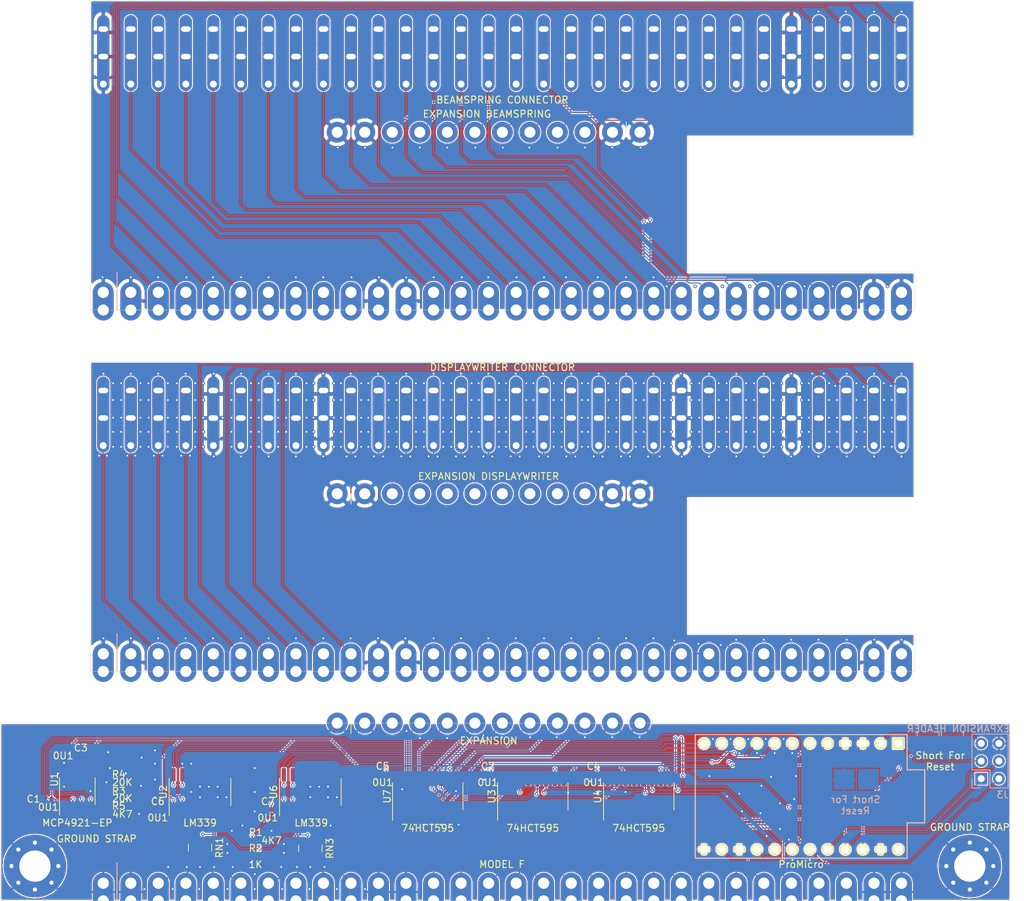
<source format=kicad_pcb>
(kicad_pcb (version 20171130) (host pcbnew 5.1.6+dfsg1-1~bpo10+1)
  (title_block (title "TH-XWhatsIt Controller pcb and optional plugboards") (date 2020-01-31) (rev 0.0.3) (company "Rainy Day Plans") (comment 1 "if plugboards are not needed, delete them ") (comment 4 "Licenced under CERN OHL Version 1.2"))
  (layers (0 F.Cu signal hide) (31 B.Cu signal) (34 B.Paste user hide) (35 F.Paste user hide) (36 B.SilkS user) (37 F.SilkS user hide) (38 B.Mask user hide) (39 F.Mask user hide) (44 Edge.Cuts user))
  (net 0 "")
  (net 1 COL1)
  (net 2 COL2)
  (net 3 COL3)
  (net 4 COL4)
  (net 5 COL5)
  (net 6 COL6)
  (net 7 COL7)
  (net 8 COL8)
  (net 9 COL9)
  (net 10 COL10)
  (net 11 COL11)
  (net 12 COL12)
  (net 13 COL13)
  (net 14 COL14)
  (net 15 COL15)
  (net 16 COL16)
  (net 17 COL17)
  (net 18 COL18)
  (net 19 COL19)
  (net 20 COL20)
  (net 21 COL21)
  (net 22 COL22)
  (net 23 COL23)
  (net 24 SENSE1)
  (net 25 SENSE2)
  (net 26 SENSE3)
  (net 27 SENSE4)
  (net 28 SENSE5)
  (net 29 SENSE6)
  (net 30 SENSE7)
  (net 31 SENSE8)
  (net 32 SETPOINT)
  (net 33 "Net-(R4-Pad2)")
  (net 34 ROW4)
  (net 35 ROW3)
  (net 36 ROW2)
  (net 37 ROW1)
  (net 38 ROW5)
  (net 39 ROW6)
  (net 40 ROW7)
  (net 41 ROW8)
  (net 42 LOADCOL)
  (net 43 CLOCK)
  (net 44 SERIALOUT1)
  (net 45 SERIALOUT2)
  (net 46 MOSI)
  (net 47 ~SELECTDAC)
  (net 48 GNDA)
  (net 49 +5VA)
  (net 50 "/beamspring plugboard/BSGROUND")
  (net 51 "/beamspring plugboard/BSCOL23")
  (net 52 "/beamspring plugboard/BSCOL22")
  (net 53 "/beamspring plugboard/BSCOL21")
  (net 54 "/beamspring plugboard/BSCOL20")
  (net 55 "/beamspring plugboard/BSCOL19")
  (net 56 "/beamspring plugboard/BSCOL18")
  (net 57 "/beamspring plugboard/BSCOL17")
  (net 58 "/beamspring plugboard/BSCOL16")
  (net 59 "/beamspring plugboard/BSCOL15")
  (net 60 "/beamspring plugboard/BSCOL14")
  (net 61 "/beamspring plugboard/BSCOL13")
  (net 62 "/beamspring plugboard/BSCOL12")
  (net 63 "/beamspring plugboard/BSCOL11")
  (net 64 "/beamspring plugboard/BSCOL10")
  (net 65 "/beamspring plugboard/BSCOL9")
  (net 66 "/beamspring plugboard/BSCOL8")
  (net 67 "/beamspring plugboard/BSCOL7")
  (net 68 "/beamspring plugboard/BSCOL6")
  (net 69 "/beamspring plugboard/BSCOL5")
  (net 70 "/beamspring plugboard/BSCOL4")
  (net 71 "/beamspring plugboard/BSCOL3")
  (net 72 "/beamspring plugboard/BSCOL2")
  (net 73 "/beamspring plugboard/BSCOL1")
  (net 74 "/beamspring plugboard/BSSENSE4")
  (net 75 "/beamspring plugboard/BSSENSE3")
  (net 76 "/beamspring plugboard/BSSENSE2")
  (net 77 "/beamspring plugboard/BSSENSE1")
  (net 78 "/displaywriter plugboard/DWGROUND")
  (net 79 "/displaywriter plugboard/DWCOL12")
  (net 80 "/displaywriter plugboard/DWCOL11")
  (net 81 "/displaywriter plugboard/DWCOL10")
  (net 82 "/displaywriter plugboard/DWCOL9")
  (net 83 "/displaywriter plugboard/DWCOL8")
  (net 84 "/displaywriter plugboard/DWCOL7")
  (net 85 "/displaywriter plugboard/DWCOL6")
  (net 86 "/displaywriter plugboard/DWCOL5")
  (net 87 "/displaywriter plugboard/DWCOL4")
  (net 88 "/displaywriter plugboard/DWCOL3")
  (net 89 "/displaywriter plugboard/DWCOL2")
  (net 90 "/displaywriter plugboard/DWCOL1")
  (net 91 "/displaywriter plugboard/DWSENSE8")
  (net 92 "/displaywriter plugboard/DWSENSE7")
  (net 93 "/displaywriter plugboard/DWSENSE6")
  (net 94 "/displaywriter plugboard/DWSENSE5")
  (net 95 "/displaywriter plugboard/DWSENSE4")
  (net 96 "/displaywriter plugboard/DWSENSE3")
  (net 97 "/displaywriter plugboard/DWSENSE2")
  (net 98 "/displaywriter plugboard/DWSENSE1")
  (net 99 HEADER2)
  (net 100 HEADER3)
  (net 101 HEADER1)
  (net 102 HEADER4)
  (net 103 COL24)
  (net 104 "Net-(J8-Pad25)")
  (net 105 "Net-(J8-Pad24)")
  (net 106 "Net-(J8-Pad23)")
  (net 107 "Net-(J5-Pad16)")
  (net 108 "Net-(J8-Pad8)")
  (net 109 "Net-(J8-Pad7)")
  (net 110 "Net-(J8-Pad6)")
  (net 111 BIAS)
  (net 112 "Net-(J4-Pad10)")
  (net 113 "Net-(J4-Pad9)")
  (net 114 "Net-(J4-Pad8)")
  (net 115 "Net-(J4-Pad7)")
  (net 116 "Net-(J7-Pad28)")
  (net 117 "Net-(J7-Pad27)")
  (net 118 "Net-(J7-Pad26)")
  (net 119 "Net-(J7-Pad25)")
  (net 120 "Net-(J9-Pad10)")
  (net 121 "Net-(J9-Pad9)")
  (net 122 "Net-(J9-Pad8)")
  (net 123 "Net-(J9-Pad7)")
  (net 124 "Net-(J9-Pad6)")
  (net 125 "Net-(J9-Pad5)")
  (net 126 "Net-(J9-Pad4)")
  (net 127 "Net-(J9-Pad3)")
  (net 128 "Net-(U5-Pad24)")
  (net 129 "Net-(U7-Pad9)")
  (net 130 "Net-(J4-Pad28)")
  (net 131 RST)
  (module TH-XWhatsIt:PadsToShort (layer B.Cu) (at 153.8478 133.5913 180)
    (fp_text reference SW2 hide)
    (fp_text value SW_Push hide)
    (pad 2 smd rect (at 1.75 -2.88 180) (size 3 3) (layers B.Cu B.Paste B.Mask) (net 48 GNDA))
    (pad 1 smd rect (at -1.75 -2.88 180) (size 3 3) (layers B.Cu B.Paste B.Mask) (net 131 RST))
  )
  (module TH-XWhatsIt:PadsToShort (layer F.Cu) (at 165.93058 127.82804)
    (fp_text reference SW1 hide)
    (fp_text value SW_Push)
    (pad 2 smd rect (at 1.75 2.88) (size 3 3) (layers F.Cu F.Paste F.Mask) (net 48 GNDA))
    (pad 1 smd rect (at -1.75 2.88) (size 3 3) (layers F.Cu F.Paste F.Mask) (net 131 RST))
  )
  (module Resistor_SMD:R_Array_Convex_4x0603 (layer F.Cu) (at 59.436 146.304 270)
    (fp_text reference RN1 (at 0 -2.8 90) (layer F.SilkS))
    (fp_text value 100K)
    (pad 5 smd rect (at 0.9 1.2 270) (size 0.8 0.5) (layers F.Cu F.Paste F.Mask) (net 24 SENSE1))
    (pad 6 smd rect (at 0.9 0.4 270) (size 0.8 0.4) (layers F.Cu F.Paste F.Mask) (net 25 SENSE2))
    (pad 8 smd rect (at 0.9 -1.2 270) (size 0.8 0.5) (layers F.Cu F.Paste F.Mask) (net 27 SENSE4))
    (pad 7 smd rect (at 0.9 -0.4 270) (size 0.8 0.4) (layers F.Cu F.Paste F.Mask) (net 26 SENSE3))
    (pad 4 smd rect (at -0.9 1.2 270) (size 0.8 0.5) (layers F.Cu F.Paste F.Mask) (net 111 BIAS))
    (pad 2 smd rect (at -0.9 -0.4 270) (size 0.8 0.4) (layers F.Cu F.Paste F.Mask) (net 111 BIAS))
    (pad 3 smd rect (at -0.9 0.4 270) (size 0.8 0.4) (layers F.Cu F.Paste F.Mask) (net 111 BIAS))
    (pad 1 smd rect (at -0.9 -1.2 270) (size 0.8 0.5) (layers F.Cu F.Paste F.Mask) (net 111 BIAS))
  )
  (module Resistor_SMD:R_Array_Convex_4x0603 (layer F.Cu) (at 75.311 146.431 270)
    (fp_text reference RN3 (at 0 -2.8 90) (layer F.SilkS))
    (fp_text value 100K)
    (pad 5 smd rect (at 0.9 1.2 270) (size 0.8 0.5) (layers F.Cu F.Paste F.Mask) (net 28 SENSE5))
    (pad 6 smd rect (at 0.9 0.4 270) (size 0.8 0.4) (layers F.Cu F.Paste F.Mask) (net 30 SENSE7))
    (pad 8 smd rect (at 0.9 -1.2 270) (size 0.8 0.5) (layers F.Cu F.Paste F.Mask) (net 31 SENSE8))
    (pad 7 smd rect (at 0.9 -0.4 270) (size 0.8 0.4) (layers F.Cu F.Paste F.Mask) (net 29 SENSE6))
    (pad 4 smd rect (at -0.9 1.2 270) (size 0.8 0.5) (layers F.Cu F.Paste F.Mask) (net 111 BIAS))
    (pad 2 smd rect (at -0.9 -0.4 270) (size 0.8 0.4) (layers F.Cu F.Paste F.Mask) (net 111 BIAS))
    (pad 3 smd rect (at -0.9 0.4 270) (size 0.8 0.4) (layers F.Cu F.Paste F.Mask) (net 111 BIAS))
    (pad 1 smd rect (at -0.9 -1.2 270) (size 0.8 0.5) (layers F.Cu F.Paste F.Mask) (net 111 BIAS))
  )
  (module TH-XWhatsIt:30-pin-universal-beamspring-connector (layer F.Cu) (at 102.937 86.487)
    (fp_text reference J8 hide)
    (fp_text value "DISPLAYWRITER CONNECTOR" (at 0.013 -9.271) (layer F.SilkS))
    (pad 30 thru_hole oval (at 57.42 1.98) (size 1.75 4) (drill 1 (offset 0 -1)) (layers *.Cu *.Mask) (net 94 "/displaywriter plugboard/DWSENSE5"))
    (pad 29 thru_hole oval (at 53.46 1.98) (size 1.75 4) (drill 1 (offset 0 -1)) (layers *.Cu *.Mask) (net 93 "/displaywriter plugboard/DWSENSE6"))
    (pad 28 thru_hole oval (at 49.5 1.98) (size 1.75 4) (drill 1 (offset 0 -1)) (layers *.Cu *.Mask) (net 92 "/displaywriter plugboard/DWSENSE7"))
    (pad 27 thru_hole oval (at 45.54 1.98) (size 1.75 4) (drill 1 (offset 0 -1)) (layers *.Cu *.Mask) (net 91 "/displaywriter plugboard/DWSENSE8"))
    (pad 26 thru_hole oval (at 41.58 1.98) (size 1.75 4) (drill 1 (offset 0 -1)) (layers *.Cu *.Mask) (net 78 "/displaywriter plugboard/DWGROUND"))
    (pad 25 thru_hole oval (at 37.62 1.98) (size 1.75 4) (drill 1 (offset 0 -1)) (layers *.Cu *.Mask) (net 104 "Net-(J8-Pad25)"))
    (pad 24 thru_hole oval (at 33.66 1.98) (size 1.75 4) (drill 1 (offset 0 -1)) (layers *.Cu *.Mask) (net 105 "Net-(J8-Pad24)"))
    (pad 23 thru_hole oval (at 29.7 1.98) (size 1.75 4) (drill 1 (offset 0 -1)) (layers *.Cu *.Mask) (net 106 "Net-(J8-Pad23)"))
    (pad 22 thru_hole oval (at 25.74 1.98) (size 1.75 4) (drill 1 (offset 0 -1)) (layers *.Cu *.Mask) (net 78 "/displaywriter plugboard/DWGROUND"))
    (pad 21 thru_hole oval (at 21.78 1.98) (size 1.75 4) (drill 1 (offset 0 -1)) (layers *.Cu *.Mask) (net 79 "/displaywriter plugboard/DWCOL12"))
    (pad 20 thru_hole oval (at 17.82 1.98) (size 1.75 4) (drill 1 (offset 0 -1)) (layers *.Cu *.Mask) (net 80 "/displaywriter plugboard/DWCOL11"))
    (pad 19 thru_hole oval (at 13.86 1.98) (size 1.75 4) (drill 1 (offset 0 -1)) (layers *.Cu *.Mask) (net 81 "/displaywriter plugboard/DWCOL10"))
    (pad 18 thru_hole oval (at 9.9 1.98) (size 1.75 4) (drill 1 (offset 0 -1)) (layers *.Cu *.Mask) (net 82 "/displaywriter plugboard/DWCOL9"))
    (pad 17 thru_hole oval (at 5.94 1.98) (size 1.75 4) (drill 1 (offset 0 -1)) (layers *.Cu *.Mask) (net 83 "/displaywriter plugboard/DWCOL8"))
    (pad 16 thru_hole oval (at 1.98 1.98) (size 1.75 4) (drill 1 (offset 0 -1)) (layers *.Cu *.Mask) (net 84 "/displaywriter plugboard/DWCOL7"))
    (pad 15 thru_hole oval (at -1.98 1.98) (size 1.75 4) (drill 1 (offset 0 -1)) (layers *.Cu *.Mask) (net 85 "/displaywriter plugboard/DWCOL6"))
    (pad 14 thru_hole oval (at -5.94 1.98) (size 1.75 4) (drill 1 (offset 0 -1)) (layers *.Cu *.Mask) (net 86 "/displaywriter plugboard/DWCOL5"))
    (pad 13 thru_hole oval (at -9.9 1.98) (size 1.75 4) (drill 1 (offset 0 -1)) (layers *.Cu *.Mask) (net 87 "/displaywriter plugboard/DWCOL4"))
    (pad 12 thru_hole oval (at -13.86 1.98) (size 1.75 4) (drill 1 (offset 0 -1)) (layers *.Cu *.Mask) (net 88 "/displaywriter plugboard/DWCOL3"))
    (pad 11 thru_hole oval (at -17.82 1.98) (size 1.75 4) (drill 1 (offset 0 -1)) (layers *.Cu *.Mask) (net 89 "/displaywriter plugboard/DWCOL2"))
    (pad 10 thru_hole oval (at -21.78 1.98) (size 1.75 4) (drill 1 (offset 0 -1)) (layers *.Cu *.Mask) (net 90 "/displaywriter plugboard/DWCOL1"))
    (pad 9 thru_hole oval (at -25.74 1.98) (size 1.75 4) (drill 1 (offset 0 -1)) (layers *.Cu *.Mask) (net 78 "/displaywriter plugboard/DWGROUND"))
    (pad 8 thru_hole oval (at -29.7 1.98) (size 1.75 4) (drill 1 (offset 0 -1)) (layers *.Cu *.Mask) (net 108 "Net-(J8-Pad8)"))
    (pad 7 thru_hole oval (at -33.66 1.98) (size 1.75 4) (drill 1 (offset 0 -1)) (layers *.Cu *.Mask) (net 109 "Net-(J8-Pad7)"))
    (pad 6 thru_hole oval (at -37.62 1.98) (size 1.75 4) (drill 1 (offset 0 -1)) (layers *.Cu *.Mask) (net 110 "Net-(J8-Pad6)"))
    (pad 5 thru_hole oval (at -41.58 1.98) (size 1.75 4) (drill 1 (offset 0 -1)) (layers *.Cu *.Mask) (net 78 "/displaywriter plugboard/DWGROUND"))
    (pad 4 thru_hole oval (at -45.54 1.98) (size 1.75 4) (drill 1 (offset 0 -1)) (layers *.Cu *.Mask) (net 95 "/displaywriter plugboard/DWSENSE4"))
    (pad 3 thru_hole oval (at -49.5 1.98) (size 1.75 4) (drill 1 (offset 0 -1)) (layers *.Cu *.Mask) (net 96 "/displaywriter plugboard/DWSENSE3"))
    (pad 2 thru_hole oval (at -53.46 1.98) (size 1.75 4) (drill 1 (offset 0 -1)) (layers *.Cu *.Mask) (net 97 "/displaywriter plugboard/DWSENSE2"))
    (pad 1 thru_hole oval (at -57.42 1.98) (size 1.75 4) (drill 1 (offset 0 -1)) (layers *.Cu *.Mask) (net 98 "/displaywriter plugboard/DWSENSE1"))
    (pad 1 thru_hole oval (at -57.42 -1.98) (size 1.75 5.5) (drill oval 1.4 0.8) (layers *.Cu *.Mask) (net 98 "/displaywriter plugboard/DWSENSE1"))
    (pad 2 thru_hole oval (at -53.46 -1.98) (size 1.75 5.5) (drill oval 1.4 0.8) (layers *.Cu *.Mask) (net 97 "/displaywriter plugboard/DWSENSE2"))
    (pad 3 thru_hole oval (at -49.5 -1.98) (size 1.75 5.5) (drill oval 1.4 0.8) (layers *.Cu *.Mask) (net 96 "/displaywriter plugboard/DWSENSE3"))
    (pad 4 thru_hole oval (at -45.54 -1.98) (size 1.75 5.5) (drill oval 1.4 0.8) (layers *.Cu *.Mask) (net 95 "/displaywriter plugboard/DWSENSE4"))
    (pad 5 thru_hole oval (at -41.58 -1.98) (size 1.75 5.5) (drill oval 1.4 0.8) (layers *.Cu *.Mask) (net 78 "/displaywriter plugboard/DWGROUND"))
    (pad 6 thru_hole oval (at -37.62 -1.98) (size 1.75 5.5) (drill oval 1.4 0.8) (layers *.Cu *.Mask) (net 110 "Net-(J8-Pad6)"))
    (pad 7 thru_hole oval (at -33.66 -1.98) (size 1.75 5.5) (drill oval 1.4 0.8) (layers *.Cu *.Mask) (net 109 "Net-(J8-Pad7)"))
    (pad 8 thru_hole oval (at -29.7 -1.98) (size 1.75 5.5) (drill oval 1.4 0.8) (layers *.Cu *.Mask) (net 108 "Net-(J8-Pad8)"))
    (pad 9 thru_hole oval (at -25.74 -1.98) (size 1.75 5.5) (drill oval 1.4 0.8) (layers *.Cu *.Mask) (net 78 "/displaywriter plugboard/DWGROUND"))
    (pad 10 thru_hole oval (at -21.78 -1.98) (size 1.75 5.5) (drill oval 1.4 0.8) (layers *.Cu *.Mask) (net 90 "/displaywriter plugboard/DWCOL1"))
    (pad 11 thru_hole oval (at -17.82 -1.98) (size 1.75 5.5) (drill oval 1.4 0.8) (layers *.Cu *.Mask) (net 89 "/displaywriter plugboard/DWCOL2"))
    (pad 12 thru_hole oval (at -13.86 -1.98) (size 1.75 5.5) (drill oval 1.4 0.8) (layers *.Cu *.Mask) (net 88 "/displaywriter plugboard/DWCOL3"))
    (pad 13 thru_hole oval (at -9.9 -1.98) (size 1.75 5.5) (drill oval 1.4 0.8) (layers *.Cu *.Mask) (net 87 "/displaywriter plugboard/DWCOL4"))
    (pad 14 thru_hole oval (at -5.94 -1.98) (size 1.75 5.5) (drill oval 1.4 0.8) (layers *.Cu *.Mask) (net 86 "/displaywriter plugboard/DWCOL5"))
    (pad 15 thru_hole oval (at -1.98 -1.98) (size 1.75 5.5) (drill oval 1.4 0.8) (layers *.Cu *.Mask) (net 85 "/displaywriter plugboard/DWCOL6"))
    (pad 16 thru_hole oval (at 1.98 -1.98) (size 1.75 5.5) (drill oval 1.4 0.8) (layers *.Cu *.Mask) (net 84 "/displaywriter plugboard/DWCOL7"))
    (pad 17 thru_hole oval (at 5.94 -1.98) (size 1.75 5.5) (drill oval 1.4 0.8) (layers *.Cu *.Mask) (net 83 "/displaywriter plugboard/DWCOL8"))
    (pad 18 thru_hole oval (at 9.9 -1.98) (size 1.75 5.5) (drill oval 1.4 0.8) (layers *.Cu *.Mask) (net 82 "/displaywriter plugboard/DWCOL9"))
    (pad 19 thru_hole oval (at 13.86 -1.98) (size 1.75 5.5) (drill oval 1.4 0.8) (layers *.Cu *.Mask) (net 81 "/displaywriter plugboard/DWCOL10"))
    (pad 20 thru_hole oval (at 17.82 -1.98) (size 1.75 5.5) (drill oval 1.4 0.8) (layers *.Cu *.Mask) (net 80 "/displaywriter plugboard/DWCOL11"))
    (pad 21 thru_hole oval (at 21.78 -1.98) (size 1.75 5.5) (drill oval 1.4 0.8) (layers *.Cu *.Mask) (net 79 "/displaywriter plugboard/DWCOL12"))
    (pad 22 thru_hole oval (at 25.74 -1.98) (size 1.75 5.5) (drill oval 1.4 0.8) (layers *.Cu *.Mask) (net 78 "/displaywriter plugboard/DWGROUND"))
    (pad 23 thru_hole oval (at 29.7 -1.98) (size 1.75 5.5) (drill oval 1.4 0.8) (layers *.Cu *.Mask) (net 106 "Net-(J8-Pad23)"))
    (pad 24 thru_hole oval (at 33.66 -1.98) (size 1.75 5.5) (drill oval 1.4 0.8) (layers *.Cu *.Mask) (net 105 "Net-(J8-Pad24)"))
    (pad 25 thru_hole oval (at 37.62 -1.98) (size 1.75 5.5) (drill oval 1.4 0.8) (layers *.Cu *.Mask) (net 104 "Net-(J8-Pad25)"))
    (pad 26 thru_hole oval (at 41.58 -1.98) (size 1.75 5.5) (drill oval 1.4 0.8) (layers *.Cu *.Mask) (net 78 "/displaywriter plugboard/DWGROUND"))
    (pad 27 thru_hole oval (at 45.54 -1.98) (size 1.75 5.5) (drill oval 1.4 0.8) (layers *.Cu *.Mask) (net 91 "/displaywriter plugboard/DWSENSE8"))
    (pad 28 thru_hole oval (at 49.5 -1.98) (size 1.75 5.5) (drill oval 1.4 0.8) (layers *.Cu *.Mask) (net 92 "/displaywriter plugboard/DWSENSE7"))
    (pad 29 thru_hole oval (at 53.46 -1.98) (size 1.75 5.5) (drill oval 1.4 0.8) (layers *.Cu *.Mask) (net 93 "/displaywriter plugboard/DWSENSE6"))
    (pad 30 thru_hole oval (at 57.42 -1.98) (size 1.75 5.5) (drill oval 1.4 0.8) (layers *.Cu *.Mask) (net 94 "/displaywriter plugboard/DWSENSE5"))
    (pad 1 thru_hole oval (at -57.42 -5.94) (size 1.75 5) (drill oval 1.4 0.8 (offset 0 0.5)) (layers *.Cu *.Mask) (net 98 "/displaywriter plugboard/DWSENSE1"))
    (pad 2 thru_hole oval (at -53.46 -5.94) (size 1.75 5) (drill oval 1.4 0.8 (offset 0 0.5)) (layers *.Cu *.Mask) (net 97 "/displaywriter plugboard/DWSENSE2"))
    (pad 3 thru_hole oval (at -49.5 -5.94) (size 1.75 5) (drill oval 1.4 0.8 (offset 0 0.5)) (layers *.Cu *.Mask) (net 96 "/displaywriter plugboard/DWSENSE3"))
    (pad 4 thru_hole oval (at -45.54 -5.94) (size 1.75 5) (drill oval 1.4 0.8 (offset 0 0.5)) (layers *.Cu *.Mask) (net 95 "/displaywriter plugboard/DWSENSE4"))
    (pad 5 thru_hole oval (at -41.58 -5.94) (size 1.75 5) (drill oval 1.4 0.8 (offset 0 0.5)) (layers *.Cu *.Mask) (net 78 "/displaywriter plugboard/DWGROUND"))
    (pad 6 thru_hole oval (at -37.62 -5.94) (size 1.75 5) (drill oval 1.4 0.8 (offset 0 0.5)) (layers *.Cu *.Mask) (net 110 "Net-(J8-Pad6)"))
    (pad 7 thru_hole oval (at -33.66 -5.94) (size 1.75 5) (drill oval 1.4 0.8 (offset 0 0.5)) (layers *.Cu *.Mask) (net 109 "Net-(J8-Pad7)"))
    (pad 8 thru_hole oval (at -29.7 -5.94) (size 1.75 5) (drill oval 1.4 0.8 (offset 0 0.5)) (layers *.Cu *.Mask) (net 108 "Net-(J8-Pad8)"))
    (pad 9 thru_hole oval (at -25.74 -5.94) (size 1.75 5) (drill oval 1.4 0.8 (offset 0 0.5)) (layers *.Cu *.Mask) (net 78 "/displaywriter plugboard/DWGROUND"))
    (pad 10 thru_hole oval (at -21.78 -5.94) (size 1.75 5) (drill oval 1.4 0.8 (offset 0 0.5)) (layers *.Cu *.Mask) (net 90 "/displaywriter plugboard/DWCOL1"))
    (pad 11 thru_hole oval (at -17.82 -5.94) (size 1.75 5) (drill oval 1.4 0.8 (offset 0 0.5)) (layers *.Cu *.Mask) (net 89 "/displaywriter plugboard/DWCOL2"))
    (pad 12 thru_hole oval (at -13.86 -5.94) (size 1.75 5) (drill oval 1.4 0.8 (offset 0 0.5)) (layers *.Cu *.Mask) (net 88 "/displaywriter plugboard/DWCOL3"))
    (pad 13 thru_hole oval (at -9.9 -5.94) (size 1.75 5) (drill oval 1.4 0.8 (offset 0 0.5)) (layers *.Cu *.Mask) (net 87 "/displaywriter plugboard/DWCOL4"))
    (pad 14 thru_hole oval (at -5.94 -5.94) (size 1.75 5) (drill oval 1.4 0.8 (offset 0 0.5)) (layers *.Cu *.Mask) (net 86 "/displaywriter plugboard/DWCOL5"))
    (pad 15 thru_hole oval (at -1.98 -5.94) (size 1.75 5) (drill oval 1.4 0.8 (offset 0 0.5)) (layers *.Cu *.Mask) (net 85 "/displaywriter plugboard/DWCOL6"))
    (pad 16 thru_hole oval (at 1.98 -5.94) (size 1.75 5) (drill oval 1.4 0.8 (offset 0 0.5)) (layers *.Cu *.Mask) (net 84 "/displaywriter plugboard/DWCOL7"))
    (pad 17 thru_hole oval (at 5.94 -5.94) (size 1.75 5) (drill oval 1.4 0.8 (offset 0 0.5)) (layers *.Cu *.Mask) (net 83 "/displaywriter plugboard/DWCOL8"))
    (pad 18 thru_hole oval (at 9.9 -5.94) (size 1.75 5) (drill oval 1.4 0.8 (offset 0 0.5)) (layers *.Cu *.Mask) (net 82 "/displaywriter plugboard/DWCOL9"))
    (pad 19 thru_hole oval (at 13.86 -5.94) (size 1.75 5) (drill oval 1.4 0.8 (offset 0 0.5)) (layers *.Cu *.Mask) (net 81 "/displaywriter plugboard/DWCOL10"))
    (pad 20 thru_hole oval (at 17.82 -5.94) (size 1.75 5) (drill oval 1.4 0.8 (offset 0 0.5)) (layers *.Cu *.Mask) (net 80 "/displaywriter plugboard/DWCOL11"))
    (pad 21 thru_hole oval (at 21.78 -5.94) (size 1.75 5) (drill oval 1.4 0.8 (offset 0 0.5)) (layers *.Cu *.Mask) (net 79 "/displaywriter plugboard/DWCOL12"))
    (pad 22 thru_hole oval (at 25.74 -5.94) (size 1.75 5) (drill oval 1.4 0.8 (offset 0 0.5)) (layers *.Cu *.Mask) (net 78 "/displaywriter plugboard/DWGROUND"))
    (pad 23 thru_hole oval (at 29.7 -5.94) (size 1.75 5) (drill oval 1.4 0.8 (offset 0 0.5)) (layers *.Cu *.Mask) (net 106 "Net-(J8-Pad23)"))
    (pad 24 thru_hole oval (at 33.66 -5.94) (size 1.75 5) (drill oval 1.4 0.8 (offset 0 0.5)) (layers *.Cu *.Mask) (net 105 "Net-(J8-Pad24)"))
    (pad 25 thru_hole oval (at 37.62 -5.94) (size 1.75 5) (drill oval 1.4 0.8 (offset 0 0.5)) (layers *.Cu *.Mask) (net 104 "Net-(J8-Pad25)"))
    (pad 26 thru_hole oval (at 41.58 -5.94) (size 1.75 5) (drill oval 1.4 0.8 (offset 0 0.5)) (layers *.Cu *.Mask) (net 78 "/displaywriter plugboard/DWGROUND"))
    (pad 27 thru_hole oval (at 45.54 -5.94) (size 1.75 5) (drill oval 1.4 0.8 (offset 0 0.5)) (layers *.Cu *.Mask) (net 91 "/displaywriter plugboard/DWSENSE8"))
    (pad 28 thru_hole oval (at 49.5 -5.94) (size 1.75 5) (drill oval 1.4 0.8 (offset 0 0.5)) (layers *.Cu *.Mask) (net 92 "/displaywriter plugboard/DWSENSE7"))
    (pad 29 thru_hole oval (at 53.46 -5.94) (size 1.75 5) (drill oval 1.4 0.8 (offset 0 0.5)) (layers *.Cu *.Mask) (net 93 "/displaywriter plugboard/DWSENSE6"))
    (pad 30 thru_hole oval (at 57.42 -5.94) (size 1.75 5) (drill oval 1.4 0.8 (offset 0 0.5)) (layers *.Cu *.Mask) (net 94 "/displaywriter plugboard/DWSENSE5"))
  )
  (module TH-XWhatsIt:12-pin-castelated-connector (layer F.Cu) (at 100.957 95.397)
    (fp_text reference J9 hide)
    (fp_text value "EXPANSION DISPLAYWRITER" (at 0 -2.5) (layer F.SilkS))
    (pad 12 thru_hole circle (at 21.78 0) (size 3 3) (drill 1.6) (layers *.Cu *.Mask) (net 78 "/displaywriter plugboard/DWGROUND"))
    (pad 11 thru_hole circle (at 17.82 0) (size 3 3) (drill 1.6) (layers *.Cu *.Mask) (net 78 "/displaywriter plugboard/DWGROUND"))
    (pad 10 thru_hole circle (at 13.86 0) (size 3 3) (drill 1.6) (layers *.Cu *.Mask) (net 120 "Net-(J9-Pad10)"))
    (pad 9 thru_hole circle (at 9.9 0) (size 3 3) (drill 1.6) (layers *.Cu *.Mask) (net 121 "Net-(J9-Pad9)"))
    (pad 8 thru_hole circle (at 5.94 0) (size 3 3) (drill 1.6) (layers *.Cu *.Mask) (net 122 "Net-(J9-Pad8)"))
    (pad 7 thru_hole circle (at 1.98 0) (size 3 3) (drill 1.6) (layers *.Cu *.Mask) (net 123 "Net-(J9-Pad7)"))
    (pad 6 thru_hole circle (at -1.98 0) (size 3 3) (drill 1.6) (layers *.Cu *.Mask) (net 124 "Net-(J9-Pad6)"))
    (pad 5 thru_hole circle (at -5.94 0) (size 3 3) (drill 1.6) (layers *.Cu *.Mask) (net 125 "Net-(J9-Pad5)"))
    (pad 4 thru_hole circle (at -9.9 0) (size 3 3) (drill 1.6) (layers *.Cu *.Mask) (net 126 "Net-(J9-Pad4)"))
    (pad 3 thru_hole circle (at -13.86 0) (size 3 3) (drill 1.6) (layers *.Cu *.Mask) (net 127 "Net-(J9-Pad3)"))
    (pad 2 thru_hole circle (at -17.82 0) (size 3 3) (drill 1.6) (layers *.Cu *.Mask) (net 78 "/displaywriter plugboard/DWGROUND"))
    (pad 1 thru_hole circle (at -21.78 0) (size 3 3) (drill 1.6) (layers *.Cu *.Mask) (net 78 "/displaywriter plugboard/DWGROUND"))
  )
  (module promicro:ProMicro (layer F.Cu) (at 145.923 138.938 180)
    (fp_text reference U5 hide)
    (fp_text value ProMicro (at 0 -9.779 180) (layer F.SilkS))
    (pad 24 thru_hole circle (at -13.97 -7.62 180) (size 1.6 1.6) (drill 1.1) (layers *.Cu *.Mask F.SilkS) (net 128 "Net-(U5-Pad24)"))
    (pad 23 thru_hole circle (at -11.43 -7.62 180) (size 1.6 1.6) (drill 1.1) (layers *.Cu *.Mask F.SilkS) (net 48 GNDA))
    (pad 22 thru_hole circle (at -8.89 -7.62 180) (size 1.6 1.6) (drill 1.1) (layers *.Cu *.Mask F.SilkS) (net 131 RST))
    (pad 21 thru_hole circle (at -6.35 -7.62 180) (size 1.6 1.6) (drill 1.1) (layers *.Cu *.Mask F.SilkS) (net 49 +5VA))
    (pad 20 thru_hole circle (at -3.81 -7.62 180) (size 1.6 1.6) (drill 1.1) (layers *.Cu *.Mask F.SilkS) (net 102 HEADER4))
    (pad 19 thru_hole circle (at -1.27 -7.62 180) (size 1.6 1.6) (drill 1.1) (layers *.Cu *.Mask F.SilkS) (net 100 HEADER3))
    (pad 18 thru_hole circle (at 1.27 -7.62 180) (size 1.6 1.6) (drill 1.1) (layers *.Cu *.Mask F.SilkS) (net 47 ~SELECTDAC))
    (pad 17 thru_hole circle (at 3.81 -7.62 180) (size 1.6 1.6) (drill 1.1) (layers *.Cu *.Mask F.SilkS) (net 42 LOADCOL))
    (pad 16 thru_hole circle (at 6.35 -7.62 180) (size 1.6 1.6) (drill 1.1) (layers *.Cu *.Mask F.SilkS) (net 43 CLOCK))
    (pad 15 thru_hole circle (at 8.89 -7.62 180) (size 1.6 1.6) (drill 1.1) (layers *.Cu *.Mask F.SilkS) (net 48 GNDA))
    (pad 14 thru_hole circle (at 11.43 -7.62 180) (size 1.6 1.6) (drill 1.1) (layers *.Cu *.Mask F.SilkS) (net 46 MOSI))
    (pad 13 thru_hole circle (at 13.97 -7.62 180) (size 1.6 1.6) (drill 1.1) (layers *.Cu *.Mask F.SilkS) (net 48 GNDA))
    (pad 12 thru_hole circle (at 13.97 7.62 180) (size 1.6 1.6) (drill 1.1) (layers *.Cu *.Mask F.SilkS) (net 37 ROW1))
    (pad 11 thru_hole circle (at 11.43 7.62 180) (size 1.6 1.6) (drill 1.1) (layers *.Cu *.Mask F.SilkS) (net 35 ROW3))
    (pad 10 thru_hole circle (at 8.89 7.62 180) (size 1.6 1.6) (drill 1.1) (layers *.Cu *.Mask F.SilkS) (net 39 ROW6))
    (pad 9 thru_hole circle (at 6.35 7.62 180) (size 1.6 1.6) (drill 1.1) (layers *.Cu *.Mask F.SilkS) (net 34 ROW4))
    (pad 8 thru_hole circle (at 3.81 7.62 180) (size 1.6 1.6) (drill 1.1) (layers *.Cu *.Mask F.SilkS) (net 38 ROW5))
    (pad 7 thru_hole circle (at 1.27 7.62 180) (size 1.6 1.6) (drill 1.1) (layers *.Cu *.Mask F.SilkS) (net 36 ROW2))
    (pad 6 thru_hole circle (at -1.27 7.62 180) (size 1.6 1.6) (drill 1.1) (layers *.Cu *.Mask F.SilkS) (net 40 ROW7))
    (pad 5 thru_hole circle (at -3.81 7.62 180) (size 1.6 1.6) (drill 1.1) (layers *.Cu *.Mask F.SilkS) (net 41 ROW8))
    (pad 4 thru_hole circle (at -6.35 7.62 180) (size 1.6 1.6) (drill 1.1) (layers *.Cu *.Mask F.SilkS) (net 48 GNDA))
    (pad 3 thru_hole circle (at -8.89 7.62 180) (size 1.6 1.6) (drill 1.1) (layers *.Cu *.Mask F.SilkS) (net 48 GNDA))
    (pad 2 thru_hole circle (at -11.43 7.62 180) (size 1.6 1.6) (drill 1.1) (layers *.Cu *.Mask F.SilkS) (net 99 HEADER2))
    (pad 1 thru_hole rect (at -13.97 7.62 180) (size 1.6 1.6) (drill 1.1) (layers *.Cu *.Mask F.SilkS) (net 101 HEADER1))
  )
  (module Connector_PinHeader_2.54mm:PinHeader_2x03_P2.54mm_Vertical (layer B.Cu) (at 171.831 136.398)
    (fp_text reference J3 (at 3.0861 2.31394) (layer B.SilkS) (effects (justify mirror)))
    (fp_text value "EXPANSION HEADER" (at -3.31724 -7.1882) (layer B.SilkS) (effects (justify mirror)))
    (pad 6 thru_hole oval (at 2.54 -5.08) (size 1.7 1.7) (drill 1) (layers *.Cu *.Mask) (net 48 GNDA))
    (pad 5 thru_hole oval (at 0 -5.08) (size 1.7 1.7) (drill 1) (layers *.Cu *.Mask) (net 99 HEADER2))
    (pad 4 thru_hole oval (at 2.54 -2.54) (size 1.7 1.7) (drill 1) (layers *.Cu *.Mask) (net 102 HEADER4))
    (pad 3 thru_hole oval (at 0 -2.54) (size 1.7 1.7) (drill 1) (layers *.Cu *.Mask) (net 101 HEADER1))
    (pad 2 thru_hole oval (at 2.54 0) (size 1.7 1.7) (drill 1) (layers *.Cu *.Mask) (net 100 HEADER3))
    (pad 1 thru_hole rect (at 0 0) (size 1.7 1.7) (drill 1) (layers *.Cu *.Mask) (net 49 +5VA))
  )
  (module TH-XWhatsIt:12-pin-castelated-connector (layer F.Cu) (at 100.957 43.394 180)
    (fp_text reference J6 hide)
    (fp_text value "EXPANSION BEAMSPRING" (at 0.241 2.627) (layer F.SilkS))
    (pad 12 thru_hole circle (at 21.78 0 180) (size 3 3) (drill 1.6) (layers *.Cu *.Mask) (net 50 "/beamspring plugboard/BSGROUND"))
    (pad 11 thru_hole circle (at 17.82 0 180) (size 3 3) (drill 1.6) (layers *.Cu *.Mask) (net 50 "/beamspring plugboard/BSGROUND"))
    (pad 10 thru_hole circle (at 13.86 0 180) (size 3 3) (drill 1.6) (layers *.Cu *.Mask) (net 58 "/beamspring plugboard/BSCOL16"))
    (pad 9 thru_hole circle (at 9.9 0 180) (size 3 3) (drill 1.6) (layers *.Cu *.Mask) (net 57 "/beamspring plugboard/BSCOL17"))
    (pad 8 thru_hole circle (at 5.94 0 180) (size 3 3) (drill 1.6) (layers *.Cu *.Mask) (net 56 "/beamspring plugboard/BSCOL18"))
    (pad 7 thru_hole circle (at 1.98 0 180) (size 3 3) (drill 1.6) (layers *.Cu *.Mask) (net 55 "/beamspring plugboard/BSCOL19"))
    (pad 6 thru_hole circle (at -1.98 0 180) (size 3 3) (drill 1.6) (layers *.Cu *.Mask) (net 54 "/beamspring plugboard/BSCOL20"))
    (pad 5 thru_hole circle (at -5.94 0 180) (size 3 3) (drill 1.6) (layers *.Cu *.Mask) (net 53 "/beamspring plugboard/BSCOL21"))
    (pad 4 thru_hole circle (at -9.9 0 180) (size 3 3) (drill 1.6) (layers *.Cu *.Mask) (net 52 "/beamspring plugboard/BSCOL22"))
    (pad 3 thru_hole circle (at -13.86 0 180) (size 3 3) (drill 1.6) (layers *.Cu *.Mask) (net 51 "/beamspring plugboard/BSCOL23"))
    (pad 2 thru_hole circle (at -17.82 0 180) (size 3 3) (drill 1.6) (layers *.Cu *.Mask) (net 50 "/beamspring plugboard/BSGROUND"))
    (pad 1 thru_hole circle (at -21.78 0 180) (size 3 3) (drill 1.6) (layers *.Cu *.Mask) (net 50 "/beamspring plugboard/BSGROUND"))
  )
  (module TH-XWhatsIt:30-pin-universal-beamspring-connector (layer F.Cu) (at 102.937 34.484)
    (fp_text reference J5 hide)
    (fp_text value "BEAMSPRING CONNECTOR" (at 0 4.251) (layer F.SilkS))
    (pad 30 thru_hole oval (at 57.42 1.98) (size 1.75 4) (drill 1 (offset 0 -1)) (layers *.Cu *.Mask) (net 74 "/beamspring plugboard/BSSENSE4"))
    (pad 29 thru_hole oval (at 53.46 1.98) (size 1.75 4) (drill 1 (offset 0 -1)) (layers *.Cu *.Mask) (net 75 "/beamspring plugboard/BSSENSE3"))
    (pad 28 thru_hole oval (at 49.5 1.98) (size 1.75 4) (drill 1 (offset 0 -1)) (layers *.Cu *.Mask) (net 76 "/beamspring plugboard/BSSENSE2"))
    (pad 27 thru_hole oval (at 45.54 1.98) (size 1.75 4) (drill 1 (offset 0 -1)) (layers *.Cu *.Mask) (net 77 "/beamspring plugboard/BSSENSE1"))
    (pad 26 thru_hole oval (at 41.58 1.98) (size 1.75 4) (drill 1 (offset 0 -1)) (layers *.Cu *.Mask) (net 50 "/beamspring plugboard/BSGROUND"))
    (pad 25 thru_hole oval (at 37.62 1.98) (size 1.75 4) (drill 1 (offset 0 -1)) (layers *.Cu *.Mask) (net 51 "/beamspring plugboard/BSCOL23"))
    (pad 24 thru_hole oval (at 33.66 1.98) (size 1.75 4) (drill 1 (offset 0 -1)) (layers *.Cu *.Mask) (net 52 "/beamspring plugboard/BSCOL22"))
    (pad 23 thru_hole oval (at 29.7 1.98) (size 1.75 4) (drill 1 (offset 0 -1)) (layers *.Cu *.Mask) (net 53 "/beamspring plugboard/BSCOL21"))
    (pad 22 thru_hole oval (at 25.74 1.98) (size 1.75 4) (drill 1 (offset 0 -1)) (layers *.Cu *.Mask) (net 54 "/beamspring plugboard/BSCOL20"))
    (pad 21 thru_hole oval (at 21.78 1.98) (size 1.75 4) (drill 1 (offset 0 -1)) (layers *.Cu *.Mask) (net 55 "/beamspring plugboard/BSCOL19"))
    (pad 20 thru_hole oval (at 17.82 1.98) (size 1.75 4) (drill 1 (offset 0 -1)) (layers *.Cu *.Mask) (net 56 "/beamspring plugboard/BSCOL18"))
    (pad 19 thru_hole oval (at 13.86 1.98) (size 1.75 4) (drill 1 (offset 0 -1)) (layers *.Cu *.Mask) (net 57 "/beamspring plugboard/BSCOL17"))
    (pad 18 thru_hole oval (at 9.9 1.98) (size 1.75 4) (drill 1 (offset 0 -1)) (layers *.Cu *.Mask) (net 58 "/beamspring plugboard/BSCOL16"))
    (pad 17 thru_hole oval (at 5.94 1.98) (size 1.75 4) (drill 1 (offset 0 -1)) (layers *.Cu *.Mask) (net 59 "/beamspring plugboard/BSCOL15"))
    (pad 16 thru_hole oval (at 1.98 1.98) (size 1.75 4) (drill 1 (offset 0 -1)) (layers *.Cu *.Mask) (net 107 "Net-(J5-Pad16)"))
    (pad 15 thru_hole oval (at -1.98 1.98) (size 1.75 4) (drill 1 (offset 0 -1)) (layers *.Cu *.Mask) (net 60 "/beamspring plugboard/BSCOL14"))
    (pad 14 thru_hole oval (at -5.94 1.98) (size 1.75 4) (drill 1 (offset 0 -1)) (layers *.Cu *.Mask) (net 61 "/beamspring plugboard/BSCOL13"))
    (pad 13 thru_hole oval (at -9.9 1.98) (size 1.75 4) (drill 1 (offset 0 -1)) (layers *.Cu *.Mask) (net 62 "/beamspring plugboard/BSCOL12"))
    (pad 12 thru_hole oval (at -13.86 1.98) (size 1.75 4) (drill 1 (offset 0 -1)) (layers *.Cu *.Mask) (net 63 "/beamspring plugboard/BSCOL11"))
    (pad 11 thru_hole oval (at -17.82 1.98) (size 1.75 4) (drill 1 (offset 0 -1)) (layers *.Cu *.Mask) (net 64 "/beamspring plugboard/BSCOL10"))
    (pad 10 thru_hole oval (at -21.78 1.98) (size 1.75 4) (drill 1 (offset 0 -1)) (layers *.Cu *.Mask) (net 65 "/beamspring plugboard/BSCOL9"))
    (pad 9 thru_hole oval (at -25.74 1.98) (size 1.75 4) (drill 1 (offset 0 -1)) (layers *.Cu *.Mask) (net 66 "/beamspring plugboard/BSCOL8"))
    (pad 8 thru_hole oval (at -29.7 1.98) (size 1.75 4) (drill 1 (offset 0 -1)) (layers *.Cu *.Mask) (net 67 "/beamspring plugboard/BSCOL7"))
    (pad 7 thru_hole oval (at -33.66 1.98) (size 1.75 4) (drill 1 (offset 0 -1)) (layers *.Cu *.Mask) (net 68 "/beamspring plugboard/BSCOL6"))
    (pad 6 thru_hole oval (at -37.62 1.98) (size 1.75 4) (drill 1 (offset 0 -1)) (layers *.Cu *.Mask) (net 69 "/beamspring plugboard/BSCOL5"))
    (pad 5 thru_hole oval (at -41.58 1.98) (size 1.75 4) (drill 1 (offset 0 -1)) (layers *.Cu *.Mask) (net 70 "/beamspring plugboard/BSCOL4"))
    (pad 4 thru_hole oval (at -45.54 1.98) (size 1.75 4) (drill 1 (offset 0 -1)) (layers *.Cu *.Mask) (net 71 "/beamspring plugboard/BSCOL3"))
    (pad 3 thru_hole oval (at -49.5 1.98) (size 1.75 4) (drill 1 (offset 0 -1)) (layers *.Cu *.Mask) (net 72 "/beamspring plugboard/BSCOL2"))
    (pad 2 thru_hole oval (at -53.46 1.98) (size 1.75 4) (drill 1 (offset 0 -1)) (layers *.Cu *.Mask) (net 73 "/beamspring plugboard/BSCOL1"))
    (pad 1 thru_hole oval (at -57.42 1.98) (size 1.75 4) (drill 1 (offset 0 -1)) (layers *.Cu *.Mask) (net 50 "/beamspring plugboard/BSGROUND"))
    (pad 1 thru_hole oval (at -57.42 -1.98) (size 1.75 5.5) (drill oval 1.4 0.8) (layers *.Cu *.Mask) (net 50 "/beamspring plugboard/BSGROUND"))
    (pad 2 thru_hole oval (at -53.46 -1.98) (size 1.75 5.5) (drill oval 1.4 0.8) (layers *.Cu *.Mask) (net 73 "/beamspring plugboard/BSCOL1"))
    (pad 3 thru_hole oval (at -49.5 -1.98) (size 1.75 5.5) (drill oval 1.4 0.8) (layers *.Cu *.Mask) (net 72 "/beamspring plugboard/BSCOL2"))
    (pad 4 thru_hole oval (at -45.54 -1.98) (size 1.75 5.5) (drill oval 1.4 0.8) (layers *.Cu *.Mask) (net 71 "/beamspring plugboard/BSCOL3"))
    (pad 5 thru_hole oval (at -41.58 -1.98) (size 1.75 5.5) (drill oval 1.4 0.8) (layers *.Cu *.Mask) (net 70 "/beamspring plugboard/BSCOL4"))
    (pad 6 thru_hole oval (at -37.62 -1.98) (size 1.75 5.5) (drill oval 1.4 0.8) (layers *.Cu *.Mask) (net 69 "/beamspring plugboard/BSCOL5"))
    (pad 7 thru_hole oval (at -33.66 -1.98) (size 1.75 5.5) (drill oval 1.4 0.8) (layers *.Cu *.Mask) (net 68 "/beamspring plugboard/BSCOL6"))
    (pad 8 thru_hole oval (at -29.7 -1.98) (size 1.75 5.5) (drill oval 1.4 0.8) (layers *.Cu *.Mask) (net 67 "/beamspring plugboard/BSCOL7"))
    (pad 9 thru_hole oval (at -25.74 -1.98) (size 1.75 5.5) (drill oval 1.4 0.8) (layers *.Cu *.Mask) (net 66 "/beamspring plugboard/BSCOL8"))
    (pad 10 thru_hole oval (at -21.78 -1.98) (size 1.75 5.5) (drill oval 1.4 0.8) (layers *.Cu *.Mask) (net 65 "/beamspring plugboard/BSCOL9"))
    (pad 11 thru_hole oval (at -17.82 -1.98) (size 1.75 5.5) (drill oval 1.4 0.8) (layers *.Cu *.Mask) (net 64 "/beamspring plugboard/BSCOL10"))
    (pad 12 thru_hole oval (at -13.86 -1.98) (size 1.75 5.5) (drill oval 1.4 0.8) (layers *.Cu *.Mask) (net 63 "/beamspring plugboard/BSCOL11"))
    (pad 13 thru_hole oval (at -9.9 -1.98) (size 1.75 5.5) (drill oval 1.4 0.8) (layers *.Cu *.Mask) (net 62 "/beamspring plugboard/BSCOL12"))
    (pad 14 thru_hole oval (at -5.94 -1.98) (size 1.75 5.5) (drill oval 1.4 0.8) (layers *.Cu *.Mask) (net 61 "/beamspring plugboard/BSCOL13"))
    (pad 15 thru_hole oval (at -1.98 -1.98) (size 1.75 5.5) (drill oval 1.4 0.8) (layers *.Cu *.Mask) (net 60 "/beamspring plugboard/BSCOL14"))
    (pad 16 thru_hole oval (at 1.98 -1.98) (size 1.75 5.5) (drill oval 1.4 0.8) (layers *.Cu *.Mask) (net 107 "Net-(J5-Pad16)"))
    (pad 17 thru_hole oval (at 5.94 -1.98) (size 1.75 5.5) (drill oval 1.4 0.8) (layers *.Cu *.Mask) (net 59 "/beamspring plugboard/BSCOL15"))
    (pad 18 thru_hole oval (at 9.9 -1.98) (size 1.75 5.5) (drill oval 1.4 0.8) (layers *.Cu *.Mask) (net 58 "/beamspring plugboard/BSCOL16"))
    (pad 19 thru_hole oval (at 13.86 -1.98) (size 1.75 5.5) (drill oval 1.4 0.8) (layers *.Cu *.Mask) (net 57 "/beamspring plugboard/BSCOL17"))
    (pad 20 thru_hole oval (at 17.82 -1.98) (size 1.75 5.5) (drill oval 1.4 0.8) (layers *.Cu *.Mask) (net 56 "/beamspring plugboard/BSCOL18"))
    (pad 21 thru_hole oval (at 21.78 -1.98) (size 1.75 5.5) (drill oval 1.4 0.8) (layers *.Cu *.Mask) (net 55 "/beamspring plugboard/BSCOL19"))
    (pad 22 thru_hole oval (at 25.74 -1.98) (size 1.75 5.5) (drill oval 1.4 0.8) (layers *.Cu *.Mask) (net 54 "/beamspring plugboard/BSCOL20"))
    (pad 23 thru_hole oval (at 29.7 -1.98) (size 1.75 5.5) (drill oval 1.4 0.8) (layers *.Cu *.Mask) (net 53 "/beamspring plugboard/BSCOL21"))
    (pad 24 thru_hole oval (at 33.66 -1.98) (size 1.75 5.5) (drill oval 1.4 0.8) (layers *.Cu *.Mask) (net 52 "/beamspring plugboard/BSCOL22"))
    (pad 25 thru_hole oval (at 37.62 -1.98) (size 1.75 5.5) (drill oval 1.4 0.8) (layers *.Cu *.Mask) (net 51 "/beamspring plugboard/BSCOL23"))
    (pad 26 thru_hole oval (at 41.58 -1.98) (size 1.75 5.5) (drill oval 1.4 0.8) (layers *.Cu *.Mask) (net 50 "/beamspring plugboard/BSGROUND"))
    (pad 27 thru_hole oval (at 45.54 -1.98) (size 1.75 5.5) (drill oval 1.4 0.8) (layers *.Cu *.Mask) (net 77 "/beamspring plugboard/BSSENSE1"))
    (pad 28 thru_hole oval (at 49.5 -1.98) (size 1.75 5.5) (drill oval 1.4 0.8) (layers *.Cu *.Mask) (net 76 "/beamspring plugboard/BSSENSE2"))
    (pad 29 thru_hole oval (at 53.46 -1.98) (size 1.75 5.5) (drill oval 1.4 0.8) (layers *.Cu *.Mask) (net 75 "/beamspring plugboard/BSSENSE3"))
    (pad 30 thru_hole oval (at 57.42 -1.98) (size 1.75 5.5) (drill oval 1.4 0.8) (layers *.Cu *.Mask) (net 74 "/beamspring plugboard/BSSENSE4"))
    (pad 1 thru_hole oval (at -57.42 -5.94) (size 1.75 5) (drill oval 1.4 0.8 (offset 0 0.5)) (layers *.Cu *.Mask) (net 50 "/beamspring plugboard/BSGROUND"))
    (pad 2 thru_hole oval (at -53.46 -5.94) (size 1.75 5) (drill oval 1.4 0.8 (offset 0 0.5)) (layers *.Cu *.Mask) (net 73 "/beamspring plugboard/BSCOL1"))
    (pad 3 thru_hole oval (at -49.5 -5.94) (size 1.75 5) (drill oval 1.4 0.8 (offset 0 0.5)) (layers *.Cu *.Mask) (net 72 "/beamspring plugboard/BSCOL2"))
    (pad 4 thru_hole oval (at -45.54 -5.94) (size 1.75 5) (drill oval 1.4 0.8 (offset 0 0.5)) (layers *.Cu *.Mask) (net 71 "/beamspring plugboard/BSCOL3"))
    (pad 5 thru_hole oval (at -41.58 -5.94) (size 1.75 5) (drill oval 1.4 0.8 (offset 0 0.5)) (layers *.Cu *.Mask) (net 70 "/beamspring plugboard/BSCOL4"))
    (pad 6 thru_hole oval (at -37.62 -5.94) (size 1.75 5) (drill oval 1.4 0.8 (offset 0 0.5)) (layers *.Cu *.Mask) (net 69 "/beamspring plugboard/BSCOL5"))
    (pad 7 thru_hole oval (at -33.66 -5.94) (size 1.75 5) (drill oval 1.4 0.8 (offset 0 0.5)) (layers *.Cu *.Mask) (net 68 "/beamspring plugboard/BSCOL6"))
    (pad 8 thru_hole oval (at -29.7 -5.94) (size 1.75 5) (drill oval 1.4 0.8 (offset 0 0.5)) (layers *.Cu *.Mask) (net 67 "/beamspring plugboard/BSCOL7"))
    (pad 9 thru_hole oval (at -25.74 -5.94) (size 1.75 5) (drill oval 1.4 0.8 (offset 0 0.5)) (layers *.Cu *.Mask) (net 66 "/beamspring plugboard/BSCOL8"))
    (pad 10 thru_hole oval (at -21.78 -5.94) (size 1.75 5) (drill oval 1.4 0.8 (offset 0 0.5)) (layers *.Cu *.Mask) (net 65 "/beamspring plugboard/BSCOL9"))
    (pad 11 thru_hole oval (at -17.82 -5.94) (size 1.75 5) (drill oval 1.4 0.8 (offset 0 0.5)) (layers *.Cu *.Mask) (net 64 "/beamspring plugboard/BSCOL10"))
    (pad 12 thru_hole oval (at -13.86 -5.94) (size 1.75 5) (drill oval 1.4 0.8 (offset 0 0.5)) (layers *.Cu *.Mask) (net 63 "/beamspring plugboard/BSCOL11"))
    (pad 13 thru_hole oval (at -9.9 -5.94) (size 1.75 5) (drill oval 1.4 0.8 (offset 0 0.5)) (layers *.Cu *.Mask) (net 62 "/beamspring plugboard/BSCOL12"))
    (pad 14 thru_hole oval (at -5.94 -5.94) (size 1.75 5) (drill oval 1.4 0.8 (offset 0 0.5)) (layers *.Cu *.Mask) (net 61 "/beamspring plugboard/BSCOL13"))
    (pad 15 thru_hole oval (at -1.98 -5.94) (size 1.75 5) (drill oval 1.4 0.8 (offset 0 0.5)) (layers *.Cu *.Mask) (net 60 "/beamspring plugboard/BSCOL14"))
    (pad 16 thru_hole oval (at 1.98 -5.94) (size 1.75 5) (drill oval 1.4 0.8 (offset 0 0.5)) (layers *.Cu *.Mask) (net 107 "Net-(J5-Pad16)"))
    (pad 17 thru_hole oval (at 5.94 -5.94) (size 1.75 5) (drill oval 1.4 0.8 (offset 0 0.5)) (layers *.Cu *.Mask) (net 59 "/beamspring plugboard/BSCOL15"))
    (pad 18 thru_hole oval (at 9.9 -5.94) (size 1.75 5) (drill oval 1.4 0.8 (offset 0 0.5)) (layers *.Cu *.Mask) (net 58 "/beamspring plugboard/BSCOL16"))
    (pad 19 thru_hole oval (at 13.86 -5.94) (size 1.75 5) (drill oval 1.4 0.8 (offset 0 0.5)) (layers *.Cu *.Mask) (net 57 "/beamspring plugboard/BSCOL17"))
    (pad 20 thru_hole oval (at 17.82 -5.94) (size 1.75 5) (drill oval 1.4 0.8 (offset 0 0.5)) (layers *.Cu *.Mask) (net 56 "/beamspring plugboard/BSCOL18"))
    (pad 21 thru_hole oval (at 21.78 -5.94) (size 1.75 5) (drill oval 1.4 0.8 (offset 0 0.5)) (layers *.Cu *.Mask) (net 55 "/beamspring plugboard/BSCOL19"))
    (pad 22 thru_hole oval (at 25.74 -5.94) (size 1.75 5) (drill oval 1.4 0.8 (offset 0 0.5)) (layers *.Cu *.Mask) (net 54 "/beamspring plugboard/BSCOL20"))
    (pad 23 thru_hole oval (at 29.7 -5.94) (size 1.75 5) (drill oval 1.4 0.8 (offset 0 0.5)) (layers *.Cu *.Mask) (net 53 "/beamspring plugboard/BSCOL21"))
    (pad 24 thru_hole oval (at 33.66 -5.94) (size 1.75 5) (drill oval 1.4 0.8 (offset 0 0.5)) (layers *.Cu *.Mask) (net 52 "/beamspring plugboard/BSCOL22"))
    (pad 25 thru_hole oval (at 37.62 -5.94) (size 1.75 5) (drill oval 1.4 0.8 (offset 0 0.5)) (layers *.Cu *.Mask) (net 51 "/beamspring plugboard/BSCOL23"))
    (pad 26 thru_hole oval (at 41.58 -5.94) (size 1.75 5) (drill oval 1.4 0.8 (offset 0 0.5)) (layers *.Cu *.Mask) (net 50 "/beamspring plugboard/BSGROUND"))
    (pad 27 thru_hole oval (at 45.54 -5.94) (size 1.75 5) (drill oval 1.4 0.8 (offset 0 0.5)) (layers *.Cu *.Mask) (net 77 "/beamspring plugboard/BSSENSE1"))
    (pad 28 thru_hole oval (at 49.5 -5.94) (size 1.75 5) (drill oval 1.4 0.8 (offset 0 0.5)) (layers *.Cu *.Mask) (net 76 "/beamspring plugboard/BSSENSE2"))
    (pad 29 thru_hole oval (at 53.46 -5.94) (size 1.75 5) (drill oval 1.4 0.8 (offset 0 0.5)) (layers *.Cu *.Mask) (net 75 "/beamspring plugboard/BSSENSE3"))
    (pad 30 thru_hole oval (at 57.42 -5.94) (size 1.75 5) (drill oval 1.4 0.8 (offset 0 0.5)) (layers *.Cu *.Mask) (net 74 "/beamspring plugboard/BSSENSE4"))
  )
  (module TH-XWhatsIt:30-pin-castelated-connector (layer F.Cu) (at 102.937 153.971)
    (fp_text reference J1 hide)
    (fp_text value "MODEL F" (at -0.067 -5.254) (layer F.SilkS))
    (pad 30 thru_hole oval (at 57.42 -2.54) (size 3 5.5) (drill 1.62 (offset 0 1.25)) (layers *.Cu *.Mask) (net 48 GNDA))
    (pad 29 thru_hole oval (at 53.46 -2.54) (size 3 5.5) (drill 1.62 (offset 0 1.25)) (layers *.Cu *.Mask) (net 48 GNDA))
    (pad 28 thru_hole oval (at 49.5 -2.54) (size 3 5.5) (drill 1.62 (offset 0 1.25)) (layers *.Cu *.Mask) (net 16 COL16))
    (pad 27 thru_hole oval (at 45.54 -2.54) (size 3 5.5) (drill 1.62 (offset 0 1.25)) (layers *.Cu *.Mask) (net 15 COL15))
    (pad 26 thru_hole oval (at 41.58 -2.54) (size 3 5.5) (drill 1.62 (offset 0 1.25)) (layers *.Cu *.Mask) (net 14 COL14))
    (pad 25 thru_hole oval (at 37.62 -2.54) (size 3 5.5) (drill 1.62 (offset 0 1.25)) (layers *.Cu *.Mask) (net 13 COL13))
    (pad 24 thru_hole oval (at 33.66 -2.54) (size 3 5.5) (drill 1.62 (offset 0 1.25)) (layers *.Cu *.Mask) (net 12 COL12))
    (pad 23 thru_hole oval (at 29.7 -2.54) (size 3 5.5) (drill 1.62 (offset 0 1.25)) (layers *.Cu *.Mask) (net 11 COL11))
    (pad 22 thru_hole oval (at 25.74 -2.54) (size 3 5.5) (drill 1.62 (offset 0 1.25)) (layers *.Cu *.Mask) (net 10 COL10))
    (pad 21 thru_hole oval (at 21.78 -2.54) (size 3 5.5) (drill 1.62 (offset 0 1.25)) (layers *.Cu *.Mask) (net 9 COL9))
    (pad 20 thru_hole oval (at 17.82 -2.54) (size 3 5.5) (drill 1.62 (offset 0 1.25)) (layers *.Cu *.Mask) (net 8 COL8))
    (pad 19 thru_hole oval (at 13.86 -2.54) (size 3 5.5) (drill 1.62 (offset 0 1.25)) (layers *.Cu *.Mask) (net 7 COL7))
    (pad 18 thru_hole oval (at 9.9 -2.54) (size 3 5.5) (drill 1.62 (offset 0 1.25)) (layers *.Cu *.Mask) (net 6 COL6))
    (pad 17 thru_hole oval (at 5.94 -2.54) (size 3 5.5) (drill 1.62 (offset 0 1.25)) (layers *.Cu *.Mask) (net 5 COL5))
    (pad 16 thru_hole oval (at 1.98 -2.54) (size 3 5.5) (drill 1.62 (offset 0 1.25)) (layers *.Cu *.Mask) (net 4 COL4))
    (pad 15 thru_hole oval (at -1.98 -2.54) (size 3 5.5) (drill 1.62 (offset 0 1.25)) (layers *.Cu *.Mask) (net 3 COL3))
    (pad 14 thru_hole oval (at -5.94 -2.54) (size 3 5.5) (drill 1.62 (offset 0 1.25)) (layers *.Cu *.Mask) (net 2 COL2))
    (pad 13 thru_hole oval (at -9.9 -2.54) (size 3 5.5) (drill 1.62 (offset 0 1.25)) (layers *.Cu *.Mask) (net 1 COL1))
    (pad 12 thru_hole oval (at -13.86 -2.54) (size 3 5.5) (drill 1.62 (offset 0 1.25)) (layers *.Cu *.Mask) (net 48 GNDA))
    (pad 11 thru_hole oval (at -17.82 -2.54) (size 3 5.5) (drill 1.62 (offset 0 1.25)) (layers *.Cu *.Mask) (net 48 GNDA))
    (pad 10 thru_hole oval (at -21.78 -2.54) (size 3 5.5) (drill 1.62 (offset 0 1.25)) (layers *.Cu *.Mask) (net 31 SENSE8))
    (pad 9 thru_hole oval (at -25.74 -2.54) (size 3 5.5) (drill 1.62 (offset 0 1.25)) (layers *.Cu *.Mask) (net 29 SENSE6))
    (pad 8 thru_hole oval (at -29.7 -2.54) (size 3 5.5) (drill 1.62 (offset 0 1.25)) (layers *.Cu *.Mask) (net 30 SENSE7))
    (pad 7 thru_hole oval (at -33.66 -2.54) (size 3 5.5) (drill 1.62 (offset 0 1.25)) (layers *.Cu *.Mask) (net 28 SENSE5))
    (pad 6 thru_hole oval (at -37.62 -2.54) (size 3 5.5) (drill 1.62 (offset 0 1.25)) (layers *.Cu *.Mask) (net 27 SENSE4))
    (pad 5 thru_hole oval (at -41.58 -2.54) (size 3 5.5) (drill 1.62 (offset 0 1.25)) (layers *.Cu *.Mask) (net 26 SENSE3))
    (pad 4 thru_hole oval (at -45.54 -2.54) (size 3 5.5) (drill 1.62 (offset 0 1.25)) (layers *.Cu *.Mask) (net 25 SENSE2))
    (pad 3 thru_hole oval (at -49.5 -2.54) (size 3 5.5) (drill 1.62 (offset 0 1.25)) (layers *.Cu *.Mask) (net 24 SENSE1))
    (pad 2 thru_hole oval (at -53.46 -2.54) (size 3 5.5) (drill 1.62 (offset 0 1.25)) (layers *.Cu *.Mask) (net 48 GNDA))
    (pad 1 thru_hole oval (at -57.42 -2.54) (size 3 5.5) (drill 1.62 (offset 0 1.25)) (layers *.Cu *.Mask) (net 48 GNDA))
    (pad 30 thru_hole circle (at 57.42 0) (size 3 3) (drill 1.6) (layers *.Cu *.Mask) (net 48 GNDA))
    (pad 29 thru_hole circle (at 53.46 0) (size 3 3) (drill 1.6) (layers *.Cu *.Mask) (net 48 GNDA))
    (pad 28 thru_hole circle (at 49.5 0) (size 3 3) (drill 1.6) (layers *.Cu *.Mask) (net 16 COL16))
    (pad 27 thru_hole circle (at 45.54 0) (size 3 3) (drill 1.6) (layers *.Cu *.Mask) (net 15 COL15))
    (pad 26 thru_hole circle (at 41.58 0) (size 3 3) (drill 1.6) (layers *.Cu *.Mask) (net 14 COL14))
    (pad 25 thru_hole circle (at 37.62 0) (size 3 3) (drill 1.6) (layers *.Cu *.Mask) (net 13 COL13))
    (pad 24 thru_hole circle (at 33.66 0) (size 3 3) (drill 1.6) (layers *.Cu *.Mask) (net 12 COL12))
    (pad 23 thru_hole circle (at 29.7 0) (size 3 3) (drill 1.6) (layers *.Cu *.Mask) (net 11 COL11))
    (pad 22 thru_hole circle (at 25.74 0) (size 3 3) (drill 1.6) (layers *.Cu *.Mask) (net 10 COL10))
    (pad 21 thru_hole circle (at 21.78 0) (size 3 3) (drill 1.6) (layers *.Cu *.Mask) (net 9 COL9))
    (pad 20 thru_hole circle (at 17.82 0) (size 3 3) (drill 1.6) (layers *.Cu *.Mask) (net 8 COL8))
    (pad 19 thru_hole circle (at 13.86 0) (size 3 3) (drill 1.6) (layers *.Cu *.Mask) (net 7 COL7))
    (pad 18 thru_hole circle (at 9.9 0) (size 3 3) (drill 1.6) (layers *.Cu *.Mask) (net 6 COL6))
    (pad 17 thru_hole circle (at 5.94 0) (size 3 3) (drill 1.6) (layers *.Cu *.Mask) (net 5 COL5))
    (pad 16 thru_hole circle (at 1.98 0) (size 3 3) (drill 1.6) (layers *.Cu *.Mask) (net 4 COL4))
    (pad 15 thru_hole circle (at -1.98 0) (size 3 3) (drill 1.6) (layers *.Cu *.Mask) (net 3 COL3))
    (pad 14 thru_hole circle (at -5.94 0) (size 3 3) (drill 1.6) (layers *.Cu *.Mask) (net 2 COL2))
    (pad 13 thru_hole circle (at -9.9 0) (size 3 3) (drill 1.6) (layers *.Cu *.Mask) (net 1 COL1))
    (pad 12 thru_hole circle (at -13.86 0) (size 3 3) (drill 1.6) (layers *.Cu *.Mask) (net 48 GNDA))
    (pad 11 thru_hole circle (at -17.82 0) (size 3 3) (drill 1.6) (layers *.Cu *.Mask) (net 48 GNDA))
    (pad 10 thru_hole circle (at -21.78 0) (size 3 3) (drill 1.6) (layers *.Cu *.Mask) (net 31 SENSE8))
    (pad 9 thru_hole circle (at -25.74 0) (size 3 3) (drill 1.6) (layers *.Cu *.Mask) (net 29 SENSE6))
    (pad 8 thru_hole circle (at -29.7 0) (size 3 3) (drill 1.6) (layers *.Cu *.Mask) (net 30 SENSE7))
    (pad 7 thru_hole circle (at -33.66 0) (size 3 3) (drill 1.6) (layers *.Cu *.Mask) (net 28 SENSE5))
    (pad 6 thru_hole circle (at -37.62 0) (size 3 3) (drill 1.6) (layers *.Cu *.Mask) (net 27 SENSE4))
    (pad 5 thru_hole circle (at -41.58 0) (size 3 3) (drill 1.6) (layers *.Cu *.Mask) (net 26 SENSE3))
    (pad 4 thru_hole circle (at -45.54 0) (size 3 3) (drill 1.6) (layers *.Cu *.Mask) (net 25 SENSE2))
    (pad 3 thru_hole circle (at -49.5 0) (size 3 3) (drill 1.6) (layers *.Cu *.Mask) (net 24 SENSE1))
    (pad 2 thru_hole circle (at -53.46 0) (size 3 3) (drill 1.6) (layers *.Cu *.Mask) (net 48 GNDA))
    (pad 1 thru_hole circle (at -57.42 0) (size 3 3) (drill 1.6) (layers *.Cu *.Mask) (net 48 GNDA))
  )
  (module TH-XWhatsIt:30-pin-castelated-connector (layer F.Cu) (at 102.937 68.968)
    (fp_text reference J4 hide)
    (fp_text value "EXPANSION BEAMSPRING")
    (pad 30 thru_hole oval (at 57.42 -2.54) (size 3 5.5) (drill 1.62 (offset 0 1.25)) (layers *.Cu *.Mask) (net 50 "/beamspring plugboard/BSGROUND"))
    (pad 29 thru_hole oval (at 53.46 -2.54) (size 3 5.5) (drill 1.62 (offset 0 1.25)) (layers *.Cu *.Mask) (net 50 "/beamspring plugboard/BSGROUND"))
    (pad 28 thru_hole oval (at 49.5 -2.54) (size 3 5.5) (drill 1.62 (offset 0 1.25)) (layers *.Cu *.Mask) (net 130 "Net-(J4-Pad28)"))
    (pad 27 thru_hole oval (at 45.54 -2.54) (size 3 5.5) (drill 1.62 (offset 0 1.25)) (layers *.Cu *.Mask) (net 59 "/beamspring plugboard/BSCOL15"))
    (pad 26 thru_hole oval (at 41.58 -2.54) (size 3 5.5) (drill 1.62 (offset 0 1.25)) (layers *.Cu *.Mask) (net 60 "/beamspring plugboard/BSCOL14"))
    (pad 25 thru_hole oval (at 37.62 -2.54) (size 3 5.5) (drill 1.62 (offset 0 1.25)) (layers *.Cu *.Mask) (net 61 "/beamspring plugboard/BSCOL13"))
    (pad 24 thru_hole oval (at 33.66 -2.54) (size 3 5.5) (drill 1.62 (offset 0 1.25)) (layers *.Cu *.Mask) (net 62 "/beamspring plugboard/BSCOL12"))
    (pad 23 thru_hole oval (at 29.7 -2.54) (size 3 5.5) (drill 1.62 (offset 0 1.25)) (layers *.Cu *.Mask) (net 63 "/beamspring plugboard/BSCOL11"))
    (pad 22 thru_hole oval (at 25.74 -2.54) (size 3 5.5) (drill 1.62 (offset 0 1.25)) (layers *.Cu *.Mask) (net 64 "/beamspring plugboard/BSCOL10"))
    (pad 21 thru_hole oval (at 21.78 -2.54) (size 3 5.5) (drill 1.62 (offset 0 1.25)) (layers *.Cu *.Mask) (net 65 "/beamspring plugboard/BSCOL9"))
    (pad 20 thru_hole oval (at 17.82 -2.54) (size 3 5.5) (drill 1.62 (offset 0 1.25)) (layers *.Cu *.Mask) (net 66 "/beamspring plugboard/BSCOL8"))
    (pad 19 thru_hole oval (at 13.86 -2.54) (size 3 5.5) (drill 1.62 (offset 0 1.25)) (layers *.Cu *.Mask) (net 67 "/beamspring plugboard/BSCOL7"))
    (pad 18 thru_hole oval (at 9.9 -2.54) (size 3 5.5) (drill 1.62 (offset 0 1.25)) (layers *.Cu *.Mask) (net 68 "/beamspring plugboard/BSCOL6"))
    (pad 17 thru_hole oval (at 5.94 -2.54) (size 3 5.5) (drill 1.62 (offset 0 1.25)) (layers *.Cu *.Mask) (net 69 "/beamspring plugboard/BSCOL5"))
    (pad 16 thru_hole oval (at 1.98 -2.54) (size 3 5.5) (drill 1.62 (offset 0 1.25)) (layers *.Cu *.Mask) (net 70 "/beamspring plugboard/BSCOL4"))
    (pad 15 thru_hole oval (at -1.98 -2.54) (size 3 5.5) (drill 1.62 (offset 0 1.25)) (layers *.Cu *.Mask) (net 71 "/beamspring plugboard/BSCOL3"))
    (pad 14 thru_hole oval (at -5.94 -2.54) (size 3 5.5) (drill 1.62 (offset 0 1.25)) (layers *.Cu *.Mask) (net 72 "/beamspring plugboard/BSCOL2"))
    (pad 13 thru_hole oval (at -9.9 -2.54) (size 3 5.5) (drill 1.62 (offset 0 1.25)) (layers *.Cu *.Mask) (net 73 "/beamspring plugboard/BSCOL1"))
    (pad 12 thru_hole oval (at -13.86 -2.54) (size 3 5.5) (drill 1.62 (offset 0 1.25)) (layers *.Cu *.Mask) (net 50 "/beamspring plugboard/BSGROUND"))
    (pad 11 thru_hole oval (at -17.82 -2.54) (size 3 5.5) (drill 1.62 (offset 0 1.25)) (layers *.Cu *.Mask) (net 50 "/beamspring plugboard/BSGROUND"))
    (pad 10 thru_hole oval (at -21.78 -2.54) (size 3 5.5) (drill 1.62 (offset 0 1.25)) (layers *.Cu *.Mask) (net 112 "Net-(J4-Pad10)"))
    (pad 9 thru_hole oval (at -25.74 -2.54) (size 3 5.5) (drill 1.62 (offset 0 1.25)) (layers *.Cu *.Mask) (net 113 "Net-(J4-Pad9)"))
    (pad 8 thru_hole oval (at -29.7 -2.54) (size 3 5.5) (drill 1.62 (offset 0 1.25)) (layers *.Cu *.Mask) (net 114 "Net-(J4-Pad8)"))
    (pad 7 thru_hole oval (at -33.66 -2.54) (size 3 5.5) (drill 1.62 (offset 0 1.25)) (layers *.Cu *.Mask) (net 115 "Net-(J4-Pad7)"))
    (pad 6 thru_hole oval (at -37.62 -2.54) (size 3 5.5) (drill 1.62 (offset 0 1.25)) (layers *.Cu *.Mask) (net 77 "/beamspring plugboard/BSSENSE1"))
    (pad 5 thru_hole oval (at -41.58 -2.54) (size 3 5.5) (drill 1.62 (offset 0 1.25)) (layers *.Cu *.Mask) (net 76 "/beamspring plugboard/BSSENSE2"))
    (pad 4 thru_hole oval (at -45.54 -2.54) (size 3 5.5) (drill 1.62 (offset 0 1.25)) (layers *.Cu *.Mask) (net 75 "/beamspring plugboard/BSSENSE3"))
    (pad 3 thru_hole oval (at -49.5 -2.54) (size 3 5.5) (drill 1.62 (offset 0 1.25)) (layers *.Cu *.Mask) (net 74 "/beamspring plugboard/BSSENSE4"))
    (pad 2 thru_hole oval (at -53.46 -2.54) (size 3 5.5) (drill 1.62 (offset 0 1.25)) (layers *.Cu *.Mask) (net 50 "/beamspring plugboard/BSGROUND"))
    (pad 1 thru_hole oval (at -57.42 -2.54) (size 3 5.5) (drill 1.62 (offset 0 1.25)) (layers *.Cu *.Mask) (net 50 "/beamspring plugboard/BSGROUND"))
    (pad 30 thru_hole circle (at 57.42 0) (size 3 3) (drill 1.6) (layers *.Cu *.Mask) (net 50 "/beamspring plugboard/BSGROUND"))
    (pad 29 thru_hole circle (at 53.46 0) (size 3 3) (drill 1.6) (layers *.Cu *.Mask) (net 50 "/beamspring plugboard/BSGROUND"))
    (pad 28 thru_hole circle (at 49.5 0) (size 3 3) (drill 1.6) (layers *.Cu *.Mask) (net 130 "Net-(J4-Pad28)"))
    (pad 27 thru_hole circle (at 45.54 0) (size 3 3) (drill 1.6) (layers *.Cu *.Mask) (net 59 "/beamspring plugboard/BSCOL15"))
    (pad 26 thru_hole circle (at 41.58 0) (size 3 3) (drill 1.6) (layers *.Cu *.Mask) (net 60 "/beamspring plugboard/BSCOL14"))
    (pad 25 thru_hole circle (at 37.62 0) (size 3 3) (drill 1.6) (layers *.Cu *.Mask) (net 61 "/beamspring plugboard/BSCOL13"))
    (pad 24 thru_hole circle (at 33.66 0) (size 3 3) (drill 1.6) (layers *.Cu *.Mask) (net 62 "/beamspring plugboard/BSCOL12"))
    (pad 23 thru_hole circle (at 29.7 0) (size 3 3) (drill 1.6) (layers *.Cu *.Mask) (net 63 "/beamspring plugboard/BSCOL11"))
    (pad 22 thru_hole circle (at 25.74 0) (size 3 3) (drill 1.6) (layers *.Cu *.Mask) (net 64 "/beamspring plugboard/BSCOL10"))
    (pad 21 thru_hole circle (at 21.78 0) (size 3 3) (drill 1.6) (layers *.Cu *.Mask) (net 65 "/beamspring plugboard/BSCOL9"))
    (pad 20 thru_hole circle (at 17.82 0) (size 3 3) (drill 1.6) (layers *.Cu *.Mask) (net 66 "/beamspring plugboard/BSCOL8"))
    (pad 19 thru_hole circle (at 13.86 0) (size 3 3) (drill 1.6) (layers *.Cu *.Mask) (net 67 "/beamspring plugboard/BSCOL7"))
    (pad 18 thru_hole circle (at 9.9 0) (size 3 3) (drill 1.6) (layers *.Cu *.Mask) (net 68 "/beamspring plugboard/BSCOL6"))
    (pad 17 thru_hole circle (at 5.94 0) (size 3 3) (drill 1.6) (layers *.Cu *.Mask) (net 69 "/beamspring plugboard/BSCOL5"))
    (pad 16 thru_hole circle (at 1.98 0) (size 3 3) (drill 1.6) (layers *.Cu *.Mask) (net 70 "/beamspring plugboard/BSCOL4"))
    (pad 15 thru_hole circle (at -1.98 0) (size 3 3) (drill 1.6) (layers *.Cu *.Mask) (net 71 "/beamspring plugboard/BSCOL3"))
    (pad 14 thru_hole circle (at -5.94 0) (size 3 3) (drill 1.6) (layers *.Cu *.Mask) (net 72 "/beamspring plugboard/BSCOL2"))
    (pad 13 thru_hole circle (at -9.9 0) (size 3 3) (drill 1.6) (layers *.Cu *.Mask) (net 73 "/beamspring plugboard/BSCOL1"))
    (pad 12 thru_hole circle (at -13.86 0) (size 3 3) (drill 1.6) (layers *.Cu *.Mask) (net 50 "/beamspring plugboard/BSGROUND"))
    (pad 11 thru_hole circle (at -17.82 0) (size 3 3) (drill 1.6) (layers *.Cu *.Mask) (net 50 "/beamspring plugboard/BSGROUND"))
    (pad 10 thru_hole circle (at -21.78 0) (size 3 3) (drill 1.6) (layers *.Cu *.Mask) (net 112 "Net-(J4-Pad10)"))
    (pad 9 thru_hole circle (at -25.74 0) (size 3 3) (drill 1.6) (layers *.Cu *.Mask) (net 113 "Net-(J4-Pad9)"))
    (pad 8 thru_hole circle (at -29.7 0) (size 3 3) (drill 1.6) (layers *.Cu *.Mask) (net 114 "Net-(J4-Pad8)"))
    (pad 7 thru_hole circle (at -33.66 0) (size 3 3) (drill 1.6) (layers *.Cu *.Mask) (net 115 "Net-(J4-Pad7)"))
    (pad 6 thru_hole circle (at -37.62 0) (size 3 3) (drill 1.6) (layers *.Cu *.Mask) (net 77 "/beamspring plugboard/BSSENSE1"))
    (pad 5 thru_hole circle (at -41.58 0) (size 3 3) (drill 1.6) (layers *.Cu *.Mask) (net 76 "/beamspring plugboard/BSSENSE2"))
    (pad 4 thru_hole circle (at -45.54 0) (size 3 3) (drill 1.6) (layers *.Cu *.Mask) (net 75 "/beamspring plugboard/BSSENSE3"))
    (pad 3 thru_hole circle (at -49.5 0) (size 3 3) (drill 1.6) (layers *.Cu *.Mask) (net 74 "/beamspring plugboard/BSSENSE4"))
    (pad 2 thru_hole circle (at -53.46 0) (size 3 3) (drill 1.6) (layers *.Cu *.Mask) (net 50 "/beamspring plugboard/BSGROUND"))
    (pad 1 thru_hole circle (at -57.42 0) (size 3 3) (drill 1.6) (layers *.Cu *.Mask) (net 50 "/beamspring plugboard/BSGROUND"))
  )
  (module TH-XWhatsIt:30-pin-castelated-connector (layer F.Cu) (at 102.937 120.971)
    (fp_text reference J7 hide)
    (fp_text value "EXPANSION DISPLAYWRITER")
    (pad 30 thru_hole oval (at 57.42 -2.54) (size 3 5.5) (drill 1.62 (offset 0 1.25)) (layers *.Cu *.Mask) (net 78 "/displaywriter plugboard/DWGROUND"))
    (pad 29 thru_hole oval (at 53.46 -2.54) (size 3 5.5) (drill 1.62 (offset 0 1.25)) (layers *.Cu *.Mask) (net 78 "/displaywriter plugboard/DWGROUND"))
    (pad 28 thru_hole oval (at 49.5 -2.54) (size 3 5.5) (drill 1.62 (offset 0 1.25)) (layers *.Cu *.Mask) (net 116 "Net-(J7-Pad28)"))
    (pad 27 thru_hole oval (at 45.54 -2.54) (size 3 5.5) (drill 1.62 (offset 0 1.25)) (layers *.Cu *.Mask) (net 117 "Net-(J7-Pad27)"))
    (pad 26 thru_hole oval (at 41.58 -2.54) (size 3 5.5) (drill 1.62 (offset 0 1.25)) (layers *.Cu *.Mask) (net 118 "Net-(J7-Pad26)"))
    (pad 25 thru_hole oval (at 37.62 -2.54) (size 3 5.5) (drill 1.62 (offset 0 1.25)) (layers *.Cu *.Mask) (net 119 "Net-(J7-Pad25)"))
    (pad 24 thru_hole oval (at 33.66 -2.54) (size 3 5.5) (drill 1.62 (offset 0 1.25)) (layers *.Cu *.Mask) (net 79 "/displaywriter plugboard/DWCOL12"))
    (pad 23 thru_hole oval (at 29.7 -2.54) (size 3 5.5) (drill 1.62 (offset 0 1.25)) (layers *.Cu *.Mask) (net 80 "/displaywriter plugboard/DWCOL11"))
    (pad 22 thru_hole oval (at 25.74 -2.54) (size 3 5.5) (drill 1.62 (offset 0 1.25)) (layers *.Cu *.Mask) (net 81 "/displaywriter plugboard/DWCOL10"))
    (pad 21 thru_hole oval (at 21.78 -2.54) (size 3 5.5) (drill 1.62 (offset 0 1.25)) (layers *.Cu *.Mask) (net 82 "/displaywriter plugboard/DWCOL9"))
    (pad 20 thru_hole oval (at 17.82 -2.54) (size 3 5.5) (drill 1.62 (offset 0 1.25)) (layers *.Cu *.Mask) (net 83 "/displaywriter plugboard/DWCOL8"))
    (pad 19 thru_hole oval (at 13.86 -2.54) (size 3 5.5) (drill 1.62 (offset 0 1.25)) (layers *.Cu *.Mask) (net 84 "/displaywriter plugboard/DWCOL7"))
    (pad 18 thru_hole oval (at 9.9 -2.54) (size 3 5.5) (drill 1.62 (offset 0 1.25)) (layers *.Cu *.Mask) (net 85 "/displaywriter plugboard/DWCOL6"))
    (pad 17 thru_hole oval (at 5.94 -2.54) (size 3 5.5) (drill 1.62 (offset 0 1.25)) (layers *.Cu *.Mask) (net 86 "/displaywriter plugboard/DWCOL5"))
    (pad 16 thru_hole oval (at 1.98 -2.54) (size 3 5.5) (drill 1.62 (offset 0 1.25)) (layers *.Cu *.Mask) (net 87 "/displaywriter plugboard/DWCOL4"))
    (pad 15 thru_hole oval (at -1.98 -2.54) (size 3 5.5) (drill 1.62 (offset 0 1.25)) (layers *.Cu *.Mask) (net 88 "/displaywriter plugboard/DWCOL3"))
    (pad 14 thru_hole oval (at -5.94 -2.54) (size 3 5.5) (drill 1.62 (offset 0 1.25)) (layers *.Cu *.Mask) (net 89 "/displaywriter plugboard/DWCOL2"))
    (pad 13 thru_hole oval (at -9.9 -2.54) (size 3 5.5) (drill 1.62 (offset 0 1.25)) (layers *.Cu *.Mask) (net 90 "/displaywriter plugboard/DWCOL1"))
    (pad 12 thru_hole oval (at -13.86 -2.54) (size 3 5.5) (drill 1.62 (offset 0 1.25)) (layers *.Cu *.Mask) (net 78 "/displaywriter plugboard/DWGROUND"))
    (pad 11 thru_hole oval (at -17.82 -2.54) (size 3 5.5) (drill 1.62 (offset 0 1.25)) (layers *.Cu *.Mask) (net 78 "/displaywriter plugboard/DWGROUND"))
    (pad 10 thru_hole oval (at -21.78 -2.54) (size 3 5.5) (drill 1.62 (offset 0 1.25)) (layers *.Cu *.Mask) (net 91 "/displaywriter plugboard/DWSENSE8"))
    (pad 9 thru_hole oval (at -25.74 -2.54) (size 3 5.5) (drill 1.62 (offset 0 1.25)) (layers *.Cu *.Mask) (net 92 "/displaywriter plugboard/DWSENSE7"))
    (pad 8 thru_hole oval (at -29.7 -2.54) (size 3 5.5) (drill 1.62 (offset 0 1.25)) (layers *.Cu *.Mask) (net 93 "/displaywriter plugboard/DWSENSE6"))
    (pad 7 thru_hole oval (at -33.66 -2.54) (size 3 5.5) (drill 1.62 (offset 0 1.25)) (layers *.Cu *.Mask) (net 94 "/displaywriter plugboard/DWSENSE5"))
    (pad 6 thru_hole oval (at -37.62 -2.54) (size 3 5.5) (drill 1.62 (offset 0 1.25)) (layers *.Cu *.Mask) (net 95 "/displaywriter plugboard/DWSENSE4"))
    (pad 5 thru_hole oval (at -41.58 -2.54) (size 3 5.5) (drill 1.62 (offset 0 1.25)) (layers *.Cu *.Mask) (net 96 "/displaywriter plugboard/DWSENSE3"))
    (pad 4 thru_hole oval (at -45.54 -2.54) (size 3 5.5) (drill 1.62 (offset 0 1.25)) (layers *.Cu *.Mask) (net 97 "/displaywriter plugboard/DWSENSE2"))
    (pad 3 thru_hole oval (at -49.5 -2.54) (size 3 5.5) (drill 1.62 (offset 0 1.25)) (layers *.Cu *.Mask) (net 98 "/displaywriter plugboard/DWSENSE1"))
    (pad 2 thru_hole oval (at -53.46 -2.54) (size 3 5.5) (drill 1.62 (offset 0 1.25)) (layers *.Cu *.Mask) (net 78 "/displaywriter plugboard/DWGROUND"))
    (pad 1 thru_hole oval (at -57.42 -2.54) (size 3 5.5) (drill 1.62 (offset 0 1.25)) (layers *.Cu *.Mask) (net 78 "/displaywriter plugboard/DWGROUND"))
    (pad 30 thru_hole circle (at 57.42 0) (size 3 3) (drill 1.6) (layers *.Cu *.Mask) (net 78 "/displaywriter plugboard/DWGROUND"))
    (pad 29 thru_hole circle (at 53.46 0) (size 3 3) (drill 1.6) (layers *.Cu *.Mask) (net 78 "/displaywriter plugboard/DWGROUND"))
    (pad 28 thru_hole circle (at 49.5 0) (size 3 3) (drill 1.6) (layers *.Cu *.Mask) (net 116 "Net-(J7-Pad28)"))
    (pad 27 thru_hole circle (at 45.54 0) (size 3 3) (drill 1.6) (layers *.Cu *.Mask) (net 117 "Net-(J7-Pad27)"))
    (pad 26 thru_hole circle (at 41.58 0) (size 3 3) (drill 1.6) (layers *.Cu *.Mask) (net 118 "Net-(J7-Pad26)"))
    (pad 25 thru_hole circle (at 37.62 0) (size 3 3) (drill 1.6) (layers *.Cu *.Mask) (net 119 "Net-(J7-Pad25)"))
    (pad 24 thru_hole circle (at 33.66 0) (size 3 3) (drill 1.6) (layers *.Cu *.Mask) (net 79 "/displaywriter plugboard/DWCOL12"))
    (pad 23 thru_hole circle (at 29.7 0) (size 3 3) (drill 1.6) (layers *.Cu *.Mask) (net 80 "/displaywriter plugboard/DWCOL11"))
    (pad 22 thru_hole circle (at 25.74 0) (size 3 3) (drill 1.6) (layers *.Cu *.Mask) (net 81 "/displaywriter plugboard/DWCOL10"))
    (pad 21 thru_hole circle (at 21.78 0) (size 3 3) (drill 1.6) (layers *.Cu *.Mask) (net 82 "/displaywriter plugboard/DWCOL9"))
    (pad 20 thru_hole circle (at 17.82 0) (size 3 3) (drill 1.6) (layers *.Cu *.Mask) (net 83 "/displaywriter plugboard/DWCOL8"))
    (pad 19 thru_hole circle (at 13.86 0) (size 3 3) (drill 1.6) (layers *.Cu *.Mask) (net 84 "/displaywriter plugboard/DWCOL7"))
    (pad 18 thru_hole circle (at 9.9 0) (size 3 3) (drill 1.6) (layers *.Cu *.Mask) (net 85 "/displaywriter plugboard/DWCOL6"))
    (pad 17 thru_hole circle (at 5.94 0) (size 3 3) (drill 1.6) (layers *.Cu *.Mask) (net 86 "/displaywriter plugboard/DWCOL5"))
    (pad 16 thru_hole circle (at 1.98 0) (size 3 3) (drill 1.6) (layers *.Cu *.Mask) (net 87 "/displaywriter plugboard/DWCOL4"))
    (pad 15 thru_hole circle (at -1.98 0) (size 3 3) (drill 1.6) (layers *.Cu *.Mask) (net 88 "/displaywriter plugboard/DWCOL3"))
    (pad 14 thru_hole circle (at -5.94 0) (size 3 3) (drill 1.6) (layers *.Cu *.Mask) (net 89 "/displaywriter plugboard/DWCOL2"))
    (pad 13 thru_hole circle (at -9.9 0) (size 3 3) (drill 1.6) (layers *.Cu *.Mask) (net 90 "/displaywriter plugboard/DWCOL1"))
    (pad 12 thru_hole circle (at -13.86 0) (size 3 3) (drill 1.6) (layers *.Cu *.Mask) (net 78 "/displaywriter plugboard/DWGROUND"))
    (pad 11 thru_hole circle (at -17.82 0) (size 3 3) (drill 1.6) (layers *.Cu *.Mask) (net 78 "/displaywriter plugboard/DWGROUND"))
    (pad 10 thru_hole circle (at -21.78 0) (size 3 3) (drill 1.6) (layers *.Cu *.Mask) (net 91 "/displaywriter plugboard/DWSENSE8"))
    (pad 9 thru_hole circle (at -25.74 0) (size 3 3) (drill 1.6) (layers *.Cu *.Mask) (net 92 "/displaywriter plugboard/DWSENSE7"))
    (pad 8 thru_hole circle (at -29.7 0) (size 3 3) (drill 1.6) (layers *.Cu *.Mask) (net 93 "/displaywriter plugboard/DWSENSE6"))
    (pad 7 thru_hole circle (at -33.66 0) (size 3 3) (drill 1.6) (layers *.Cu *.Mask) (net 94 "/displaywriter plugboard/DWSENSE5"))
    (pad 6 thru_hole circle (at -37.62 0) (size 3 3) (drill 1.6) (layers *.Cu *.Mask) (net 95 "/displaywriter plugboard/DWSENSE4"))
    (pad 5 thru_hole circle (at -41.58 0) (size 3 3) (drill 1.6) (layers *.Cu *.Mask) (net 96 "/displaywriter plugboard/DWSENSE3"))
    (pad 4 thru_hole circle (at -45.54 0) (size 3 3) (drill 1.6) (layers *.Cu *.Mask) (net 97 "/displaywriter plugboard/DWSENSE2"))
    (pad 3 thru_hole circle (at -49.5 0) (size 3 3) (drill 1.6) (layers *.Cu *.Mask) (net 98 "/displaywriter plugboard/DWSENSE1"))
    (pad 2 thru_hole circle (at -53.46 0) (size 3 3) (drill 1.6) (layers *.Cu *.Mask) (net 78 "/displaywriter plugboard/DWGROUND"))
    (pad 1 thru_hole circle (at -57.42 0) (size 3 3) (drill 1.6) (layers *.Cu *.Mask) (net 78 "/displaywriter plugboard/DWGROUND"))
  )
  (module TH-XWhatsIt:12-pin-castelated-connector (layer F.Cu) (at 100.957 128.397)
    (fp_text reference J2 hide)
    (fp_text value EXPANSION (at 0 2.54) (layer F.SilkS))
    (pad 12 thru_hole circle (at 21.78 0) (size 3 3) (drill 1.6) (layers *.Cu *.Mask) (net 48 GNDA))
    (pad 11 thru_hole circle (at 17.82 0) (size 3 3) (drill 1.6) (layers *.Cu *.Mask) (net 48 GNDA))
    (pad 10 thru_hole circle (at 13.86 0) (size 3 3) (drill 1.6) (layers *.Cu *.Mask) (net 103 COL24))
    (pad 9 thru_hole circle (at 9.9 0) (size 3 3) (drill 1.6) (layers *.Cu *.Mask) (net 23 COL23))
    (pad 8 thru_hole circle (at 5.94 0) (size 3 3) (drill 1.6) (layers *.Cu *.Mask) (net 22 COL22))
    (pad 7 thru_hole circle (at 1.98 0) (size 3 3) (drill 1.6) (layers *.Cu *.Mask) (net 21 COL21))
    (pad 6 thru_hole circle (at -1.98 0) (size 3 3) (drill 1.6) (layers *.Cu *.Mask) (net 20 COL20))
    (pad 5 thru_hole circle (at -5.94 0) (size 3 3) (drill 1.6) (layers *.Cu *.Mask) (net 19 COL19))
    (pad 4 thru_hole circle (at -9.9 0) (size 3 3) (drill 1.6) (layers *.Cu *.Mask) (net 18 COL18))
    (pad 3 thru_hole circle (at -13.86 0) (size 3 3) (drill 1.6) (layers *.Cu *.Mask) (net 17 COL17))
    (pad 2 thru_hole circle (at -17.82 0) (size 3 3) (drill 1.6) (layers *.Cu *.Mask) (net 48 GNDA))
    (pad 1 thru_hole circle (at -21.78 0) (size 3 3) (drill 1.6) (layers *.Cu *.Mask) (net 48 GNDA))
  )
  (module MountingHole:MountingHole_4.5mm_Pad_Via (layer F.Cu) (at 170.187 148.971)
    (fp_text reference H2 hide)
    (fp_text value "GROUND STRAP" (at -0.007 -5.588) (layer F.SilkS))
    (pad 1 thru_hole circle (at 2.386485 -2.386485) (size 0.9 0.9) (drill 0.6) (layers *.Cu *.Mask) (net 48 GNDA))
    (pad 1 thru_hole circle (at 0 -3.375) (size 0.9 0.9) (drill 0.6) (layers *.Cu *.Mask) (net 48 GNDA))
    (pad 1 thru_hole circle (at -2.386485 -2.386485) (size 0.9 0.9) (drill 0.6) (layers *.Cu *.Mask) (net 48 GNDA))
    (pad 1 thru_hole circle (at -3.375 0) (size 0.9 0.9) (drill 0.6) (layers *.Cu *.Mask) (net 48 GNDA))
    (pad 1 thru_hole circle (at -2.386485 2.386485) (size 0.9 0.9) (drill 0.6) (layers *.Cu *.Mask) (net 48 GNDA))
    (pad 1 thru_hole circle (at 0 3.375) (size 0.9 0.9) (drill 0.6) (layers *.Cu *.Mask) (net 48 GNDA))
    (pad 1 thru_hole circle (at 2.386485 2.386485) (size 0.9 0.9) (drill 0.6) (layers *.Cu *.Mask) (net 48 GNDA))
    (pad 1 thru_hole circle (at 3.375 0) (size 0.9 0.9) (drill 0.6) (layers *.Cu *.Mask) (net 48 GNDA))
    (pad 1 thru_hole circle (at 0 0) (size 9 9) (drill 4.5) (layers *.Cu *.Mask) (net 48 GNDA))
  )
  (module Package_SO:SOIC-14_3.9x8.7mm_P1.27mm (layer F.Cu) (at 75.311 138.303 90)
    (fp_text reference U6 (at 0 -5.28 90) (layer F.SilkS))
    (fp_text value LM339 (at -4.445 0.127 180) (layer F.SilkS))
    (pad 14 smd roundrect (at 2.475 -3.81 90) (size 1.95 0.6) (layers F.Cu F.Paste F.Mask) (net 39 ROW6))
    (pad 13 smd roundrect (at 2.475 -2.54 90) (size 1.95 0.6) (layers F.Cu F.Paste F.Mask) (net 41 ROW8))
    (pad 12 smd roundrect (at 2.475 -1.27 90) (size 1.95 0.6) (layers F.Cu F.Paste F.Mask) (net 48 GNDA))
    (pad 11 smd roundrect (at 2.475 0 90) (size 1.95 0.6) (layers F.Cu F.Paste F.Mask) (net 31 SENSE8))
    (pad 10 smd roundrect (at 2.475 1.27 90) (size 1.95 0.6) (layers F.Cu F.Paste F.Mask) (net 32 SETPOINT))
    (pad 9 smd roundrect (at 2.475 2.54 90) (size 1.95 0.6) (layers F.Cu F.Paste F.Mask) (net 29 SENSE6))
    (pad 8 smd roundrect (at 2.475 3.81 90) (size 1.95 0.6) (layers F.Cu F.Paste F.Mask) (net 32 SETPOINT))
    (pad 7 smd roundrect (at -2.475 3.81 90) (size 1.95 0.6) (layers F.Cu F.Paste F.Mask) (net 28 SENSE5))
    (pad 6 smd roundrect (at -2.475 2.54 90) (size 1.95 0.6) (layers F.Cu F.Paste F.Mask) (net 32 SETPOINT))
    (pad 5 smd roundrect (at -2.475 1.27 90) (size 1.95 0.6) (layers F.Cu F.Paste F.Mask) (net 30 SENSE7))
    (pad 4 smd roundrect (at -2.475 0 90) (size 1.95 0.6) (layers F.Cu F.Paste F.Mask) (net 32 SETPOINT))
    (pad 3 smd roundrect (at -2.475 -1.27 90) (size 1.95 0.6) (layers F.Cu F.Paste F.Mask) (net 49 +5VA))
    (pad 2 smd roundrect (at -2.475 -2.54 90) (size 1.95 0.6) (layers F.Cu F.Paste F.Mask) (net 40 ROW7))
    (pad 1 smd roundrect (at -2.475 -3.81 90) (size 1.95 0.6) (layers F.Cu F.Paste F.Mask) (net 38 ROW5))
  )
  (module Resistor_SMD:R_0402_1005Metric (layer F.Cu) (at 45.743 140.335)
    (fp_text reference R5 (at 2.009 0) (layer F.SilkS))
    (fp_text value 4K7 (at 2.517 1.17) (layer F.SilkS))
    (pad 2 smd roundrect (at 0.485 0) (size 0.59 0.64) (layers F.Cu F.Paste F.Mask) (net 32 SETPOINT))
    (pad 1 smd roundrect (at -0.485 0) (size 0.59 0.64) (layers F.Cu F.Paste F.Mask) (net 48 GNDA))
  )
  (module Capacitor_SMD:C_0402_1005Metric (layer F.Cu) (at 37.615 139.319)
    (fp_text reference C1 (at -2.136 0) (layer F.SilkS))
    (fp_text value 0U1 (at 0 1.17) (layer F.SilkS))
    (pad 2 smd roundrect (at 0.485 0) (size 0.59 0.64) (layers F.Cu F.Paste F.Mask) (net 49 +5VA))
    (pad 1 smd roundrect (at -0.485 0) (size 0.59 0.64) (layers F.Cu F.Paste F.Mask) (net 48 GNDA))
  )
  (module Resistor_SMD:R_0402_1005Metric (layer F.Cu) (at 45.743 135.763)
    (fp_text reference R4 (at 2.009 0) (layer F.SilkS))
    (fp_text value 20K (at 2.517 1.143) (layer F.SilkS))
    (pad 2 smd roundrect (at 0.485 0) (size 0.59 0.64) (layers F.Cu F.Paste F.Mask) (net 33 "Net-(R4-Pad2)"))
    (pad 1 smd roundrect (at -0.485 0) (size 0.59 0.64) (layers F.Cu F.Paste F.Mask) (net 32 SETPOINT))
  )
  (module Resistor_SMD:R_0402_1005Metric (layer F.Cu) (at 45.72 138.049)
    (fp_text reference R3 (at 2.032 0.127) (layer F.SilkS))
    (fp_text value 20K (at 2.54 1.17) (layer F.SilkS))
    (pad 2 smd roundrect (at 0.485 0) (size 0.59 0.64) (layers F.Cu F.Paste F.Mask) (net 49 +5VA))
    (pad 1 smd roundrect (at -0.485 0) (size 0.59 0.64) (layers F.Cu F.Paste F.Mask) (net 32 SETPOINT))
  )
  (module Package_SO:SOIC-8_3.9x4.9mm_P1.27mm (layer F.Cu) (at 41.783 138.176 90)
    (fp_text reference U1 (at 1.651 -3.302 90) (layer F.SilkS))
    (fp_text value MCP4921-EP (at -4.572 0 180) (layer F.SilkS))
    (pad 8 smd roundrect (at 2.475 -1.905 90) (size 1.95 0.6) (layers F.Cu F.Paste F.Mask) (net 33 "Net-(R4-Pad2)"))
    (pad 7 smd roundrect (at 2.475 -0.635 90) (size 1.95 0.6) (layers F.Cu F.Paste F.Mask) (net 48 GNDA))
    (pad 6 smd roundrect (at 2.475 0.635 90) (size 1.95 0.6) (layers F.Cu F.Paste F.Mask) (net 49 +5VA))
    (pad 5 smd roundrect (at 2.475 1.905 90) (size 1.95 0.6) (layers F.Cu F.Paste F.Mask) (net 48 GNDA))
    (pad 4 smd roundrect (at -2.475 1.905 90) (size 1.95 0.6) (layers F.Cu F.Paste F.Mask) (net 46 MOSI))
    (pad 3 smd roundrect (at -2.475 0.635 90) (size 1.95 0.6) (layers F.Cu F.Paste F.Mask) (net 43 CLOCK))
    (pad 2 smd roundrect (at -2.475 -0.635 90) (size 1.95 0.6) (layers F.Cu F.Paste F.Mask) (net 47 ~SELECTDAC))
    (pad 1 smd roundrect (at -2.475 -1.905 90) (size 1.95 0.6) (layers F.Cu F.Paste F.Mask) (net 49 +5VA))
  )
  (module Capacitor_SMD:C_0402_1005Metric (layer F.Cu) (at 42.268 133.096)
    (fp_text reference C3 (at 0.023 -1.143) (layer F.SilkS))
    (fp_text value 0U1 (at -2.517 0) (layer F.SilkS))
    (pad 2 smd roundrect (at 0.485 0) (size 0.59 0.64) (layers F.Cu F.Paste F.Mask) (net 49 +5VA))
    (pad 1 smd roundrect (at -0.485 0) (size 0.59 0.64) (layers F.Cu F.Paste F.Mask) (net 48 GNDA))
  )
  (module MountingHole:MountingHole_4.5mm_Pad_Via (layer F.Cu) (at 35.687 148.971)
    (fp_text reference H1 hide)
    (fp_text value "GROUND STRAP" (at 8.89 -3.937) (layer F.SilkS))
    (pad 1 thru_hole circle (at 2.386485 -2.386485) (size 0.9 0.9) (drill 0.6) (layers *.Cu *.Mask) (net 48 GNDA))
    (pad 1 thru_hole circle (at 0 -3.375) (size 0.9 0.9) (drill 0.6) (layers *.Cu *.Mask) (net 48 GNDA))
    (pad 1 thru_hole circle (at -2.386485 -2.386485) (size 0.9 0.9) (drill 0.6) (layers *.Cu *.Mask) (net 48 GNDA))
    (pad 1 thru_hole circle (at -3.375 0) (size 0.9 0.9) (drill 0.6) (layers *.Cu *.Mask) (net 48 GNDA))
    (pad 1 thru_hole circle (at -2.386485 2.386485) (size 0.9 0.9) (drill 0.6) (layers *.Cu *.Mask) (net 48 GNDA))
    (pad 1 thru_hole circle (at 0 3.375) (size 0.9 0.9) (drill 0.6) (layers *.Cu *.Mask) (net 48 GNDA))
    (pad 1 thru_hole circle (at 2.386485 2.386485) (size 0.9 0.9) (drill 0.6) (layers *.Cu *.Mask) (net 48 GNDA))
    (pad 1 thru_hole circle (at 3.375 0) (size 0.9 0.9) (drill 0.6) (layers *.Cu *.Mask) (net 48 GNDA))
    (pad 1 thru_hole circle (at 0 0) (size 9 9) (drill 4.5) (layers *.Cu *.Mask) (net 48 GNDA))
  )
  (module Package_SO:SOIC-16_3.9x9.9mm_P1.27mm (layer F.Cu) (at 92.202 138.938 90)
    (fp_text reference U7 (at 0 -5.842 90) (layer F.SilkS))
    (fp_text value 74HCT595 (at -4.572 0 180) (layer F.SilkS))
    (pad 16 smd roundrect (at 2.475 -4.445 90) (size 1.95 0.6) (layers F.Cu F.Paste F.Mask) (net 49 +5VA))
    (pad 15 smd roundrect (at 2.475 -3.175 90) (size 1.95 0.6) (layers F.Cu F.Paste F.Mask) (net 17 COL17))
    (pad 14 smd roundrect (at 2.475 -1.905 90) (size 1.95 0.6) (layers F.Cu F.Paste F.Mask) (net 45 SERIALOUT2))
    (pad 13 smd roundrect (at 2.475 -0.635 90) (size 1.95 0.6) (layers F.Cu F.Paste F.Mask) (net 48 GNDA))
    (pad 12 smd roundrect (at 2.475 0.635 90) (size 1.95 0.6) (layers F.Cu F.Paste F.Mask) (net 42 LOADCOL))
    (pad 11 smd roundrect (at 2.475 1.905 90) (size 1.95 0.6) (layers F.Cu F.Paste F.Mask) (net 43 CLOCK))
    (pad 10 smd roundrect (at 2.475 3.175 90) (size 1.95 0.6) (layers F.Cu F.Paste F.Mask) (net 49 +5VA))
    (pad 9 smd roundrect (at 2.475 4.445 90) (size 1.95 0.6) (layers F.Cu F.Paste F.Mask) (net 129 "Net-(U7-Pad9)"))
    (pad 8 smd roundrect (at -2.475 4.445 90) (size 1.95 0.6) (layers F.Cu F.Paste F.Mask) (net 48 GNDA))
    (pad 7 smd roundrect (at -2.475 3.175 90) (size 1.95 0.6) (layers F.Cu F.Paste F.Mask) (net 103 COL24))
    (pad 6 smd roundrect (at -2.475 1.905 90) (size 1.95 0.6) (layers F.Cu F.Paste F.Mask) (net 23 COL23))
    (pad 5 smd roundrect (at -2.475 0.635 90) (size 1.95 0.6) (layers F.Cu F.Paste F.Mask) (net 22 COL22))
    (pad 4 smd roundrect (at -2.475 -0.635 90) (size 1.95 0.6) (layers F.Cu F.Paste F.Mask) (net 21 COL21))
    (pad 3 smd roundrect (at -2.475 -1.905 90) (size 1.95 0.6) (layers F.Cu F.Paste F.Mask) (net 20 COL20))
    (pad 2 smd roundrect (at -2.475 -3.175 90) (size 1.95 0.6) (layers F.Cu F.Paste F.Mask) (net 19 COL19))
    (pad 1 smd roundrect (at -2.475 -4.445 90) (size 1.95 0.6) (layers F.Cu F.Paste F.Mask) (net 18 COL18))
  )
  (module Package_SO:SOIC-16_3.9x9.9mm_P1.27mm (layer F.Cu) (at 122.555 138.938 90)
    (fp_text reference U4 (at 0 -5.9 90) (layer F.SilkS))
    (fp_text value 74HCT595 (at -4.572 0 180) (layer F.SilkS))
    (pad 16 smd roundrect (at 2.475 -4.445 90) (size 1.95 0.6) (layers F.Cu F.Paste F.Mask) (net 49 +5VA))
    (pad 15 smd roundrect (at 2.475 -3.175 90) (size 1.95 0.6) (layers F.Cu F.Paste F.Mask) (net 9 COL9))
    (pad 14 smd roundrect (at 2.475 -1.905 90) (size 1.95 0.6) (layers F.Cu F.Paste F.Mask) (net 44 SERIALOUT1))
    (pad 13 smd roundrect (at 2.475 -0.635 90) (size 1.95 0.6) (layers F.Cu F.Paste F.Mask) (net 48 GNDA))
    (pad 12 smd roundrect (at 2.475 0.635 90) (size 1.95 0.6) (layers F.Cu F.Paste F.Mask) (net 42 LOADCOL))
    (pad 11 smd roundrect (at 2.475 1.905 90) (size 1.95 0.6) (layers F.Cu F.Paste F.Mask) (net 43 CLOCK))
    (pad 10 smd roundrect (at 2.475 3.175 90) (size 1.95 0.6) (layers F.Cu F.Paste F.Mask) (net 49 +5VA))
    (pad 9 smd roundrect (at 2.475 4.445 90) (size 1.95 0.6) (layers F.Cu F.Paste F.Mask) (net 45 SERIALOUT2))
    (pad 8 smd roundrect (at -2.475 4.445 90) (size 1.95 0.6) (layers F.Cu F.Paste F.Mask) (net 48 GNDA))
    (pad 7 smd roundrect (at -2.475 3.175 90) (size 1.95 0.6) (layers F.Cu F.Paste F.Mask) (net 16 COL16))
    (pad 6 smd roundrect (at -2.475 1.905 90) (size 1.95 0.6) (layers F.Cu F.Paste F.Mask) (net 15 COL15))
    (pad 5 smd roundrect (at -2.475 0.635 90) (size 1.95 0.6) (layers F.Cu F.Paste F.Mask) (net 14 COL14))
    (pad 4 smd roundrect (at -2.475 -0.635 90) (size 1.95 0.6) (layers F.Cu F.Paste F.Mask) (net 13 COL13))
    (pad 3 smd roundrect (at -2.475 -1.905 90) (size 1.95 0.6) (layers F.Cu F.Paste F.Mask) (net 12 COL12))
    (pad 2 smd roundrect (at -2.475 -3.175 90) (size 1.95 0.6) (layers F.Cu F.Paste F.Mask) (net 11 COL11))
    (pad 1 smd roundrect (at -2.475 -4.445 90) (size 1.95 0.6) (layers F.Cu F.Paste F.Mask) (net 10 COL10))
  )
  (module Capacitor_SMD:C_0402_1005Metric (layer F.Cu) (at 116.055 135.763)
    (fp_text reference C4 (at 0 -1.17) (layer F.SilkS))
    (fp_text value 0U1 (at 0 1.17) (layer F.SilkS))
    (pad 2 smd roundrect (at 0.485 0) (size 0.59 0.64) (layers F.Cu F.Paste F.Mask) (net 49 +5VA))
    (pad 1 smd roundrect (at -0.485 0) (size 0.59 0.64) (layers F.Cu F.Paste F.Mask) (net 48 GNDA))
  )
  (module Capacitor_SMD:C_0402_1005Metric (layer F.Cu) (at 85.702 135.763)
    (fp_text reference C5 (at 0 -1.17) (layer F.SilkS))
    (fp_text value 0U1 (at 0 1.17) (layer F.SilkS))
    (pad 2 smd roundrect (at 0.485 0) (size 0.59 0.64) (layers F.Cu F.Paste F.Mask) (net 49 +5VA))
    (pad 1 smd roundrect (at -0.485 0) (size 0.59 0.64) (layers F.Cu F.Paste F.Mask) (net 48 GNDA))
  )
  (module Resistor_SMD:R_0402_1005Metric (layer F.Cu) (at 67.437 147.574)
    (fp_text reference R2 (at 0 -1.17) (layer F.SilkS))
    (fp_text value 1K (at 0 1.17) (layer F.SilkS))
    (pad 2 smd roundrect (at 0.485 0) (size 0.59 0.64) (layers F.Cu F.Paste F.Mask) (net 111 BIAS))
    (pad 1 smd roundrect (at -0.485 0) (size 0.59 0.64) (layers F.Cu F.Paste F.Mask) (net 48 GNDA))
  )
  (module Resistor_SMD:R_0402_1005Metric (layer F.Cu) (at 67.46 145.288)
    (fp_text reference R1 (at 0 -1.17) (layer F.SilkS))
    (fp_text value 4K7 (at 2.263 0) (layer F.SilkS))
    (pad 2 smd roundrect (at 0.485 0) (size 0.59 0.64) (layers F.Cu F.Paste F.Mask) (net 111 BIAS))
    (pad 1 smd roundrect (at -0.485 0) (size 0.59 0.64) (layers F.Cu F.Paste F.Mask) (net 49 +5VA))
  )
  (module Capacitor_SMD:C_0402_1005Metric (layer F.Cu) (at 69.192 140.843)
    (fp_text reference C7 (at 0 -1.17) (layer F.SilkS))
    (fp_text value 0U1 (at 0 1.17) (layer F.SilkS))
    (pad 2 smd roundrect (at 0.485 0) (size 0.59 0.64) (layers F.Cu F.Paste F.Mask) (net 49 +5VA))
    (pad 1 smd roundrect (at -0.485 0) (size 0.59 0.64) (layers F.Cu F.Paste F.Mask) (net 48 GNDA))
  )
  (module Package_SO:SOIC-14_3.9x8.7mm_P1.27mm (layer F.Cu) (at 59.436 138.303 90)
    (fp_text reference U2 (at 0 -5.28 90) (layer F.SilkS))
    (fp_text value LM339 (at -4.445 0 180) (layer F.SilkS))
    (pad 14 smd roundrect (at 2.475 -3.81 90) (size 1.95 0.6) (layers F.Cu F.Paste F.Mask) (net 35 ROW3))
    (pad 13 smd roundrect (at 2.475 -2.54 90) (size 1.95 0.6) (layers F.Cu F.Paste F.Mask) (net 34 ROW4))
    (pad 12 smd roundrect (at 2.475 -1.27 90) (size 1.95 0.6) (layers F.Cu F.Paste F.Mask) (net 48 GNDA))
    (pad 11 smd roundrect (at 2.475 0 90) (size 1.95 0.6) (layers F.Cu F.Paste F.Mask) (net 27 SENSE4))
    (pad 10 smd roundrect (at 2.475 1.27 90) (size 1.95 0.6) (layers F.Cu F.Paste F.Mask) (net 32 SETPOINT))
    (pad 9 smd roundrect (at 2.475 2.54 90) (size 1.95 0.6) (layers F.Cu F.Paste F.Mask) (net 26 SENSE3))
    (pad 8 smd roundrect (at 2.475 3.81 90) (size 1.95 0.6) (layers F.Cu F.Paste F.Mask) (net 32 SETPOINT))
    (pad 7 smd roundrect (at -2.475 3.81 90) (size 1.95 0.6) (layers F.Cu F.Paste F.Mask) (net 24 SENSE1))
    (pad 6 smd roundrect (at -2.475 2.54 90) (size 1.95 0.6) (layers F.Cu F.Paste F.Mask) (net 32 SETPOINT))
    (pad 5 smd roundrect (at -2.475 1.27 90) (size 1.95 0.6) (layers F.Cu F.Paste F.Mask) (net 25 SENSE2))
    (pad 4 smd roundrect (at -2.475 0 90) (size 1.95 0.6) (layers F.Cu F.Paste F.Mask) (net 32 SETPOINT))
    (pad 3 smd roundrect (at -2.475 -1.27 90) (size 1.95 0.6) (layers F.Cu F.Paste F.Mask) (net 49 +5VA))
    (pad 2 smd roundrect (at -2.475 -2.54 90) (size 1.95 0.6) (layers F.Cu F.Paste F.Mask) (net 36 ROW2))
    (pad 1 smd roundrect (at -2.475 -3.81 90) (size 1.95 0.6) (layers F.Cu F.Paste F.Mask) (net 37 ROW1))
  )
  (module Capacitor_SMD:C_0402_1005Metric (layer F.Cu) (at 53.363 140.843)
    (fp_text reference C6 (at 0 -1.17) (layer F.SilkS))
    (fp_text value 0U1 (at 0 1.17) (layer F.SilkS))
    (pad 2 smd roundrect (at 0.485 0) (size 0.59 0.64) (layers F.Cu F.Paste F.Mask) (net 49 +5VA))
    (pad 1 smd roundrect (at -0.485 0) (size 0.59 0.64) (layers F.Cu F.Paste F.Mask) (net 48 GNDA))
  )
  (module Package_SO:SOIC-16_3.9x9.9mm_P1.27mm (layer F.Cu) (at 107.315 138.938 90)
    (fp_text reference U3 (at 0 -5.9 90) (layer F.SilkS))
    (fp_text value 74HCT595 (at -4.572 0 180) (layer F.SilkS))
    (pad 16 smd roundrect (at 2.475 -4.445 90) (size 1.95 0.6) (layers F.Cu F.Paste F.Mask) (net 49 +5VA))
    (pad 15 smd roundrect (at 2.475 -3.175 90) (size 1.95 0.6) (layers F.Cu F.Paste F.Mask) (net 1 COL1))
    (pad 14 smd roundrect (at 2.475 -1.905 90) (size 1.95 0.6) (layers F.Cu F.Paste F.Mask) (net 46 MOSI))
    (pad 13 smd roundrect (at 2.475 -0.635 90) (size 1.95 0.6) (layers F.Cu F.Paste F.Mask) (net 48 GNDA))
    (pad 12 smd roundrect (at 2.475 0.635 90) (size 1.95 0.6) (layers F.Cu F.Paste F.Mask) (net 42 LOADCOL))
    (pad 11 smd roundrect (at 2.475 1.905 90) (size 1.95 0.6) (layers F.Cu F.Paste F.Mask) (net 43 CLOCK))
    (pad 10 smd roundrect (at 2.475 3.175 90) (size 1.95 0.6) (layers F.Cu F.Paste F.Mask) (net 49 +5VA))
    (pad 9 smd roundrect (at 2.475 4.445 90) (size 1.95 0.6) (layers F.Cu F.Paste F.Mask) (net 44 SERIALOUT1))
    (pad 8 smd roundrect (at -2.475 4.445 90) (size 1.95 0.6) (layers F.Cu F.Paste F.Mask) (net 48 GNDA))
    (pad 7 smd roundrect (at -2.475 3.175 90) (size 1.95 0.6) (layers F.Cu F.Paste F.Mask) (net 8 COL8))
    (pad 6 smd roundrect (at -2.475 1.905 90) (size 1.95 0.6) (layers F.Cu F.Paste F.Mask) (net 7 COL7))
    (pad 5 smd roundrect (at -2.475 0.635 90) (size 1.95 0.6) (layers F.Cu F.Paste F.Mask) (net 6 COL6))
    (pad 4 smd roundrect (at -2.475 -0.635 90) (size 1.95 0.6) (layers F.Cu F.Paste F.Mask) (net 5 COL5))
    (pad 3 smd roundrect (at -2.475 -1.905 90) (size 1.95 0.6) (layers F.Cu F.Paste F.Mask) (net 4 COL4))
    (pad 2 smd roundrect (at -2.475 -3.175 90) (size 1.95 0.6) (layers F.Cu F.Paste F.Mask) (net 3 COL3))
    (pad 1 smd roundrect (at -2.475 -4.445 90) (size 1.95 0.6) (layers F.Cu F.Paste F.Mask) (net 2 COL2))
  )
  (module Capacitor_SMD:C_0402_1005Metric (layer F.Cu) (at 100.838 135.763)
    (fp_text reference C2 (at 0 -1.17) (layer F.SilkS))
    (fp_text value 0U1 (at 0 1.17) (layer F.SilkS))
    (pad 2 smd roundrect (at 0.485 0) (size 0.59 0.64) (layers F.Cu F.Paste F.Mask) (net 49 +5VA))
    (pad 1 smd roundrect (at -0.485 0) (size 0.59 0.64) (layers F.Cu F.Paste F.Mask) (net 48 GNDA))
  )
  (gr_text "Short For\nReset" (at 153.75636 140.20546) (layer B.SilkS) (effects (font (size 1 1)) (justify mirror)))
  (gr_text "Short For\nReset" (at 165.92804 133.87578) (layer F.SilkS) (effects (font (size 1 1))))
  (gr_line (start 129.653 63.555) (end 162.246 63.555) (layer Edge.Cuts) (width 0.05))
  (gr_line (start 162.246 24.391) (end 162.246 44.015) (layer Edge.Cuts) (width 0.05))
  (gr_line (start 162.246 68.968) (end 162.246 63.555) (layer Edge.Cuts) (width 0.05))
  (gr_line (start 129.653 44.015) (end 162.246 44.015) (layer Edge.Cuts) (width 0.05))
  (gr_line (start 129.653 44.015) (end 129.653 63.555) (layer Edge.Cuts) (width 0.05))
  (gr_line (start 129.653 96.018) (end 129.653 115.558) (layer Edge.Cuts) (width 0.05))
  (gr_line (start 162.246 76.394) (end 162.246 96.018) (layer Edge.Cuts) (width 0.05))
  (gr_line (start 162.246 120.971) (end 162.246 115.558) (layer Edge.Cuts) (width 0.05))
  (gr_line (start 129.653 115.558) (end 162.246 115.558) (layer Edge.Cuts) (width 0.05))
  (gr_line (start 129.653 96.018) (end 162.246 96.018) (layer Edge.Cuts) (width 0.05))
  (gr_line (start 43.628 68.968) (end 43.628 24.391) (layer Edge.Cuts) (width 0.05))
  (gr_line (start 43.628 68.968) (end 162.246 68.968) (layer Edge.Cuts) (width 0.05))
  (gr_line (start 43.628 24.391) (end 162.246 24.391) (layer Edge.Cuts) (width 0.05))
  (gr_line (start 43.628 120.971) (end 162.246 120.971) (layer Edge.Cuts) (width 0.05))
  (gr_line (start 43.628 76.394) (end 162.246 76.394) (layer Edge.Cuts) (width 0.05))
  (gr_line (start 43.628 120.971) (end 43.628 76.394) (layer Edge.Cuts) (width 0.05))
  (gr_line (start 176.02962 128.397) (end 30.687 128.397) (layer Edge.Cuts) (width 0.05))
  (gr_line (start 176.02962 128.397) (end 176.02962 153.971) (layer Edge.Cuts) (width 0.05))
  (gr_line (start 30.687 153.971) (end 176.02962 153.971) (layer Edge.Cuts) (width 0.05))
  (gr_line (start 30.687 153.971) (end 30.687 128.397) (layer Edge.Cuts) (width 0.05))
  (segment (start 104.14 137.438) (end 104.14 136.463) (width 0.1524) (layer F.Cu) (net 1))
  (segment (start 93.037 151.431) (end 93.037 148.541) (width 0.1524) (layer F.Cu) (net 1))
  (segment (start 93.037 148.541) (end 104.14 137.438) (width 0.1524) (layer F.Cu) (net 1))
  (segment (start 96.997 147.286) (end 102.87 141.413) (width 0.1524) (layer F.Cu) (net 2))
  (segment (start 96.997 151.431) (end 96.997 147.286) (width 0.1524) (layer F.Cu) (net 2))
  (segment (start 104.14 148.248) (end 104.14 141.413) (width 0.1524) (layer F.Cu) (net 3))
  (segment (start 100.957 151.431) (end 104.14 148.248) (width 0.1524) (layer F.Cu) (net 3))
  (segment (start 105.41 150.938) (end 104.917 151.431) (width 0.1524) (layer F.Cu) (net 4))
  (segment (start 105.41 141.413) (end 105.41 150.938) (width 0.1524) (layer F.Cu) (net 4))
  (segment (start 106.68 149.234) (end 108.877 151.431) (width 0.1524) (layer F.Cu) (net 5))
  (segment (start 106.68 141.413) (end 106.68 149.234) (width 0.1524) (layer F.Cu) (net 5))
  (segment (start 107.95 146.544) (end 112.837 151.431) (width 0.1524) (layer F.Cu) (net 6))
  (segment (start 107.95 141.413) (end 107.95 146.544) (width 0.1524) (layer F.Cu) (net 6))
  (segment (start 109.22 143.854) (end 116.797 151.431) (width 0.1524) (layer F.Cu) (net 7))
  (segment (start 109.22 141.413) (end 109.22 143.854) (width 0.1524) (layer F.Cu) (net 7))
  (segment (start 110.49 143.383) (end 110.49 141.413) (width 0.1524) (layer F.Cu) (net 8))
  (segment (start 120.574436 148.717) (end 115.824 148.717) (width 0.1524) (layer F.Cu) (net 8))
  (segment (start 115.824 148.717) (end 110.49 143.383) (width 0.1524) (layer F.Cu) (net 8))
  (segment (start 120.757 151.431) (end 120.757 148.899564) (width 0.1524) (layer F.Cu) (net 8))
  (segment (start 120.757 148.899564) (end 120.574436 148.717) (width 0.1524) (layer F.Cu) (net 8))
  (segment (start 119.38 136.463) (end 119.38 137.541) (width 0.1524) (layer F.Cu) (net 9))
  (segment (start 119.38 137.541) (end 116.84 140.081) (width 0.1524) (layer F.Cu) (net 9))
  (segment (start 116.84 140.081) (end 116.84 143.764) (width 0.1524) (layer F.Cu) (net 9))
  (segment (start 116.84 143.764) (end 121.031 147.955) (width 0.1524) (layer F.Cu) (net 9))
  (segment (start 121.031 147.955) (end 123.698 147.955) (width 0.1524) (layer F.Cu) (net 9))
  (segment (start 124.717 148.974) (end 124.717 151.431) (width 0.1524) (layer F.Cu) (net 9))
  (segment (start 123.698 147.955) (end 124.717 148.974) (width 0.1524) (layer F.Cu) (net 9))
  (segment (start 118.11 142.388) (end 122.788 147.066) (width 0.1524) (layer F.Cu) (net 10))
  (segment (start 118.11 141.413) (end 118.11 142.388) (width 0.1524) (layer F.Cu) (net 10))
  (segment (start 124.312 147.066) (end 128.677 151.431) (width 0.1524) (layer F.Cu) (net 10))
  (segment (start 122.788 147.066) (end 124.312 147.066) (width 0.1524) (layer F.Cu) (net 10))
  (segment (start 119.38 142.388) (end 123.042 146.05) (width 0.1524) (layer F.Cu) (net 11))
  (segment (start 119.38 141.413) (end 119.38 142.388) (width 0.1524) (layer F.Cu) (net 11))
  (segment (start 123.042 146.05) (end 126.238 146.05) (width 0.1524) (layer F.Cu) (net 11))
  (segment (start 126.238 146.05) (end 129.413 149.225) (width 0.1524) (layer F.Cu) (net 11))
  (segment (start 130.431 149.225) (end 132.637 151.431) (width 0.1524) (layer F.Cu) (net 11))
  (segment (start 129.413 149.225) (end 130.431 149.225) (width 0.1524) (layer F.Cu) (net 11))
  (segment (start 120.65 142.388) (end 123.423 145.161) (width 0.1524) (layer F.Cu) (net 12))
  (segment (start 120.65 141.413) (end 120.65 142.388) (width 0.1524) (layer F.Cu) (net 12))
  (segment (start 123.423 145.161) (end 127.889 145.161) (width 0.1524) (layer F.Cu) (net 12))
  (segment (start 127.889 145.161) (end 131.191 148.463) (width 0.1524) (layer F.Cu) (net 12))
  (segment (start 131.191 148.463) (end 135.636 148.463) (width 0.1524) (layer F.Cu) (net 12))
  (segment (start 136.597 149.424) (end 136.597 151.431) (width 0.1524) (layer F.Cu) (net 12))
  (segment (start 135.636 148.463) (end 136.597 149.424) (width 0.1524) (layer F.Cu) (net 12))
  (segment (start 121.92 142.388) (end 123.804 144.272) (width 0.1524) (layer F.Cu) (net 13))
  (segment (start 121.92 141.413) (end 121.92 142.388) (width 0.1524) (layer F.Cu) (net 13))
  (segment (start 123.804 144.272) (end 137.287 144.272) (width 0.1524) (layer F.Cu) (net 13))
  (segment (start 137.287 144.272) (end 138.303 145.288) (width 0.1524) (layer F.Cu) (net 13))
  (segment (start 138.303 149.177) (end 140.557 151.431) (width 0.1524) (layer F.Cu) (net 13))
  (segment (start 138.303 145.288) (end 138.303 149.177) (width 0.1524) (layer F.Cu) (net 13))
  (segment (start 123.19 142.388) (end 124.312 143.51) (width 0.1524) (layer F.Cu) (net 14))
  (segment (start 123.19 141.413) (end 123.19 142.388) (width 0.1524) (layer F.Cu) (net 14))
  (segment (start 124.312 143.51) (end 141.732 143.51) (width 0.1524) (layer F.Cu) (net 14))
  (segment (start 141.732 143.51) (end 143.383 145.161) (width 0.1524) (layer F.Cu) (net 14))
  (segment (start 143.383 150.297) (end 144.517 151.431) (width 0.1524) (layer F.Cu) (net 14))
  (segment (start 143.383 145.161) (end 143.383 150.297) (width 0.1524) (layer F.Cu) (net 14))
  (segment (start 124.46 142.388) (end 125.074 143.002) (width 0.1524) (layer F.Cu) (net 15))
  (segment (start 124.46 141.413) (end 124.46 142.388) (width 0.1524) (layer F.Cu) (net 15))
  (segment (start 125.074 143.002) (end 143.51 143.002) (width 0.1524) (layer F.Cu) (net 15))
  (segment (start 143.51 143.002) (end 145.923 145.415) (width 0.1524) (layer F.Cu) (net 15))
  (segment (start 145.923 148.877) (end 148.477 151.431) (width 0.1524) (layer F.Cu) (net 15))
  (segment (start 145.923 145.415) (end 145.923 148.877) (width 0.1524) (layer F.Cu) (net 15))
  (segment (start 152.437 151.431) (end 152.437 151.421) (width 0.1524) (layer F.Cu) (net 16))
  (segment (start 152.437 151.421) (end 148.463 147.447) (width 0.1524) (layer F.Cu) (net 16))
  (segment (start 148.463 147.447) (end 148.463 143.637) (width 0.1524) (layer F.Cu) (net 16))
  (segment (start 148.463 143.637) (end 147.066 142.24) (width 0.1524) (layer F.Cu) (net 16))
  (segment (start 147.066 142.24) (end 131.445 142.24) (width 0.1524) (layer F.Cu) (net 16))
  (segment (start 131.445 142.24) (end 128.905 139.7) (width 0.1524) (layer F.Cu) (net 16))
  (segment (start 125.73 140.438) (end 125.73 141.413) (width 0.1524) (layer F.Cu) (net 16))
  (segment (start 126.468 139.7) (end 125.73 140.438) (width 0.1524) (layer F.Cu) (net 16))
  (segment (start 128.905 139.7) (end 126.468 139.7) (width 0.1524) (layer F.Cu) (net 16))
  (segment (start 89.027 130.327) (end 87.35061 128.65061) (width 0.1524) (layer F.Cu) (net 17))
  (segment (start 89.027 136.463) (end 89.027 130.327) (width 0.1524) (layer F.Cu) (net 17))
  (segment (start 87.757 141.413) (end 87.757 139.573) (width 0.1524) (layer F.Cu) (net 18))
  (segment (start 87.757 139.573) (end 89.662 137.668) (width 0.1524) (layer F.Cu) (net 18))
  (segment (start 89.662 129.792) (end 90.80339 128.65061) (width 0.1524) (layer F.Cu) (net 18))
  (segment (start 89.662 137.668) (end 89.662 129.792) (width 0.1524) (layer F.Cu) (net 18))
  (segment (start 89.027 140.438) (end 90.932 138.533) (width 0.1524) (layer F.Cu) (net 19))
  (segment (start 89.027 141.413) (end 89.027 140.438) (width 0.1524) (layer F.Cu) (net 19))
  (segment (start 90.932 132.482) (end 94.76339 128.65061) (width 0.1524) (layer F.Cu) (net 19))
  (segment (start 90.932 138.533) (end 90.932 132.482) (width 0.1524) (layer F.Cu) (net 19))
  (segment (start 90.297 140.438) (end 92.202 138.533) (width 0.1524) (layer F.Cu) (net 20))
  (segment (start 90.297 141.413) (end 90.297 140.438) (width 0.1524) (layer F.Cu) (net 20))
  (segment (start 98.977 128.812564) (end 98.977 128.65061) (width 0.1524) (layer F.Cu) (net 20))
  (segment (start 92.202 138.533) (end 92.202 135.587564) (width 0.1524) (layer F.Cu) (net 20))
  (segment (start 92.202 135.587564) (end 98.977 128.812564) (width 0.1524) (layer F.Cu) (net 20))
  (segment (start 91.567 141.413) (end 91.567 139.827) (width 0.1524) (layer F.Cu) (net 21))
  (segment (start 91.567 139.827) (end 93.472 137.922) (width 0.1524) (layer F.Cu) (net 21))
  (segment (start 93.472 135.587564) (end 98.249564 130.81) (width 0.1524) (layer F.Cu) (net 21))
  (segment (start 93.472 137.922) (end 93.472 135.587564) (width 0.1524) (layer F.Cu) (net 21))
  (segment (start 100.524 130.81) (end 102.68339 128.65061) (width 0.1524) (layer F.Cu) (net 21))
  (segment (start 98.249564 130.81) (end 100.524 130.81) (width 0.1524) (layer F.Cu) (net 21))
  (segment (start 92.837 141.413) (end 92.837 139.7) (width 0.1524) (layer F.Cu) (net 22))
  (segment (start 94.742 134.92175) (end 97.83775 131.826) (width 0.1524) (layer F.Cu) (net 22))
  (segment (start 94.742 137.795) (end 94.742 134.92175) (width 0.1524) (layer F.Cu) (net 22))
  (segment (start 97.83775 131.826) (end 103.468 131.826) (width 0.1524) (layer F.Cu) (net 22))
  (segment (start 103.468 131.826) (end 106.64339 128.65061) (width 0.1524) (layer F.Cu) (net 22))
  (segment (start 92.837 139.7) (end 94.742 137.795) (width 0.1524) (layer F.Cu) (net 22))
  (segment (start 94.107 141.413) (end 94.107 139.573) (width 0.1524) (layer F.Cu) (net 23))
  (segment (start 94.107 139.573) (end 96.012 137.668) (width 0.1524) (layer F.Cu) (net 23))
  (segment (start 96.012 135.587564) (end 99.138564 132.461) (width 0.1524) (layer F.Cu) (net 23))
  (segment (start 96.012 137.668) (end 96.012 135.587564) (width 0.1524) (layer F.Cu) (net 23))
  (segment (start 106.793 132.461) (end 110.60339 128.65061) (width 0.1524) (layer F.Cu) (net 23))
  (segment (start 99.138564 132.461) (end 106.793 132.461) (width 0.1524) (layer F.Cu) (net 23))
  (segment (start 53.437 151.431) (end 53.809 151.431) (width 0.1524) (layer F.Cu) (net 24))
  (segment (start 63.246 141.753) (end 63.246 140.778) (width 0.1524) (layer F.Cu) (net 24))
  (segment (start 62.073191 142.925809) (end 63.246 141.753) (width 0.1524) (layer F.Cu) (net 24))
  (segment (start 58.128623 142.925811) (end 57.24397 143.810464) (width 0.1524) (layer F.Cu) (net 24))
  (segment (start 62.073191 142.925809) (end 58.128623 142.925811) (width 0.1524) (layer F.Cu) (net 24))
  (segment (start 57.24397 146.21197) (end 58.236 147.204) (width 0.1524) (layer F.Cu) (net 24))
  (segment (start 57.24397 143.810464) (end 57.24397 146.21197) (width 0.1524) (layer F.Cu) (net 24))
  (segment (start 54.009 151.431) (end 58.236 147.204) (width 0.1524) (layer F.Cu) (net 24))
  (segment (start 53.437 151.431) (end 54.009 151.431) (width 0.1524) (layer F.Cu) (net 24))
  (segment (start 60.706 139.803) (end 60.706 140.778) (width 0.1524) (layer F.Cu) (net 25))
  (segment (start 62.76338 143.23062) (end 63.77461 142.21939) (width 0.1524) (layer F.Cu) (net 25))
  (segment (start 63.77461 142.21939) (end 63.77461 139.796174) (width 0.1524) (layer F.Cu) (net 25))
  (segment (start 63.77461 139.796174) (end 63.552826 139.57439) (width 0.1524) (layer F.Cu) (net 25))
  (segment (start 60.93461 139.57439) (end 60.706 139.803) (width 0.1524) (layer F.Cu) (net 25))
  (segment (start 63.552826 139.57439) (end 60.93461 139.57439) (width 0.1524) (layer F.Cu) (net 25))
  (segment (start 62.76338 143.23062) (end 58.25488 143.23062) (width 0.1524) (layer F.Cu) (net 25))
  (segment (start 58.25488 143.23062) (end 57.54878 143.93672) (width 0.1524) (layer F.Cu) (net 25))
  (segment (start 57.54878 145.778262) (end 57.975458 146.20494) (width 0.1524) (layer F.Cu) (net 25))
  (segment (start 57.54878 143.93672) (end 57.54878 145.778262) (width 0.1524) (layer F.Cu) (net 25))
  (segment (start 57.975458 146.20494) (end 58.76798 146.20494) (width 0.1524) (layer F.Cu) (net 25))
  (segment (start 59.036 146.47296) (end 59.036 147.204) (width 0.1524) (layer F.Cu) (net 25))
  (segment (start 58.76798 146.20494) (end 59.036 146.47296) (width 0.1524) (layer F.Cu) (net 25))
  (segment (start 59.036 147.204) (end 59.036 148.47946) (width 0.1524) (layer F.Cu) (net 25))
  (segment (start 57.397 150.11846) (end 57.397 151.431) (width 0.1524) (layer F.Cu) (net 25))
  (segment (start 59.036 148.47946) (end 57.397 150.11846) (width 0.1524) (layer F.Cu) (net 25))
  (segment (start 64.262 142.316934) (end 63.043503 143.535431) (width 0.1524) (layer F.Cu) (net 26))
  (segment (start 64.262 139.089) (end 64.262 142.316934) (width 0.1524) (layer F.Cu) (net 26))
  (segment (start 61.976 136.803) (end 64.262 139.089) (width 0.1524) (layer F.Cu) (net 26))
  (segment (start 61.976 135.828) (end 61.976 136.803) (width 0.1524) (layer F.Cu) (net 26))
  (segment (start 59.836 147.204) (end 59.836 146.61774) (width 0.1524) (layer F.Cu) (net 26))
  (segment (start 59.836 146.61774) (end 60.34024 146.1135) (width 0.1524) (layer F.Cu) (net 26))
  (segment (start 60.987982 146.1135) (end 61.3156 145.785882) (width 0.1524) (layer F.Cu) (net 26))
  (segment (start 60.34024 146.1135) (end 60.987982 146.1135) (width 0.1524) (layer F.Cu) (net 26))
  (segment (start 61.3156 145.785882) (end 61.3156 144.02562) (width 0.1524) (layer F.Cu) (net 26))
  (segment (start 61.805789 143.535431) (end 63.043503 143.535431) (width 0.1524) (layer F.Cu) (net 26))
  (segment (start 61.3156 144.02562) (end 61.805789 143.535431) (width 0.1524) (layer F.Cu) (net 26))
  (segment (start 59.836 147.204) (end 59.836 148.44136) (width 0.1524) (layer F.Cu) (net 26))
  (segment (start 61.357 149.96236) (end 61.357 151.431) (width 0.1524) (layer F.Cu) (net 26))
  (segment (start 59.836 148.44136) (end 61.357 149.96236) (width 0.1524) (layer F.Cu) (net 26))
  (segment (start 59.436 135.828) (end 59.436 136.803) (width 0.1524) (layer F.Cu) (net 27))
  (segment (start 59.66461 137.03161) (end 61.012826 137.03161) (width 0.1524) (layer F.Cu) (net 27))
  (segment (start 61.012826 137.03161) (end 61.23461 136.809826) (width 0.1524) (layer F.Cu) (net 27))
  (segment (start 62.50461 134.846174) (end 62.50461 136.597046) (width 0.1524) (layer F.Cu) (net 27))
  (segment (start 61.23461 136.809826) (end 61.23461 135.058954) (width 0.1524) (layer F.Cu) (net 27))
  (segment (start 61.23461 135.058954) (end 61.669174 134.62439) (width 0.1524) (layer F.Cu) (net 27))
  (segment (start 61.669174 134.62439) (end 62.282826 134.62439) (width 0.1524) (layer F.Cu) (net 27))
  (segment (start 64.643 142.367) (end 63.169758 143.840242) (width 0.1524) (layer F.Cu) (net 27))
  (segment (start 59.436 136.803) (end 59.66461 137.03161) (width 0.1524) (layer F.Cu) (net 27))
  (segment (start 62.282826 134.62439) (end 62.50461 134.846174) (width 0.1524) (layer F.Cu) (net 27))
  (segment (start 62.50461 136.597046) (end 64.643 138.735436) (width 0.1524) (layer F.Cu) (net 27))
  (segment (start 64.643 138.735436) (end 64.643 142.367) (width 0.1524) (layer F.Cu) (net 27))
  (segment (start 63.169758 143.840242) (end 61.932044 143.840242) (width 0.1524) (layer F.Cu) (net 27))
  (segment (start 61.62041 146.21959) (end 60.636 147.204) (width 0.1524) (layer F.Cu) (net 27))
  (segment (start 61.62041 144.151876) (end 61.62041 146.21959) (width 0.1524) (layer F.Cu) (net 27))
  (segment (start 61.932044 143.840242) (end 61.62041 144.151876) (width 0.1524) (layer F.Cu) (net 27))
  (segment (start 64.863 151.431) (end 60.636 147.204) (width 0.1524) (layer F.Cu) (net 27))
  (segment (start 65.317 151.431) (end 64.863 151.431) (width 0.1524) (layer F.Cu) (net 27))
  (segment (start 69.277 151.431) (end 69.811 151.431) (width 0.1524) (layer F.Cu) (net 28))
  (segment (start 70.011 151.431) (end 69.277 151.431) (width 0.1524) (layer F.Cu) (net 28))
  (segment (start 74.111 147.331) (end 70.011 151.431) (width 0.1524) (layer F.Cu) (net 28))
  (segment (start 78.607931 143.708109) (end 79.121 143.19504) (width 0.1524) (layer F.Cu) (net 28))
  (segment (start 73.12659 146.039138) (end 73.12659 144.623264) (width 0.1524) (layer F.Cu) (net 28))
  (segment (start 74.041745 143.708109) (end 78.607931 143.708109) (width 0.1524) (layer F.Cu) (net 28))
  (segment (start 74.111 147.023548) (end 73.12659 146.039138) (width 0.1524) (layer F.Cu) (net 28))
  (segment (start 74.111 147.331) (end 74.111 147.023548) (width 0.1524) (layer F.Cu) (net 28))
  (segment (start 79.121 143.19504) (end 79.121 140.778) (width 0.1524) (layer F.Cu) (net 28))
  (segment (start 73.12659 144.623264) (end 74.041745 143.708109) (width 0.1524) (layer F.Cu) (net 28))
  (segment (start 80.01 138.962) (end 77.851 136.803) (width 0.1524) (layer F.Cu) (net 29))
  (segment (start 77.851 136.803) (end 77.851 135.828) (width 0.1524) (layer F.Cu) (net 29))
  (segment (start 75.711 147.331) (end 75.711 148.40072) (width 0.1524) (layer F.Cu) (net 29))
  (segment (start 77.197 149.88672) (end 77.197 151.431) (width 0.1524) (layer F.Cu) (net 29))
  (segment (start 75.711 148.40072) (end 77.197 149.88672) (width 0.1524) (layer F.Cu) (net 29))
  (segment (start 80.01 143.468626) (end 80.01 143.38808) (width 0.1524) (layer F.Cu) (net 29))
  (segment (start 77.319025 146.159601) (end 80.01 143.468626) (width 0.1524) (layer F.Cu) (net 29))
  (segment (start 75.711 146.7786) (end 76.329999 146.159601) (width 0.1524) (layer F.Cu) (net 29))
  (segment (start 75.711 147.331) (end 75.711 146.7786) (width 0.1524) (layer F.Cu) (net 29))
  (segment (start 76.329999 146.159601) (end 77.319025 146.159601) (width 0.1524) (layer F.Cu) (net 29))
  (segment (start 80.01 143.38808) (end 80.01 138.962) (width 0.1524) (layer F.Cu) (net 29))
  (segment (start 76.581 139.803) (end 76.581 140.778) (width 0.1524) (layer F.Cu) (net 30))
  (segment (start 76.80961 139.57439) (end 76.581 139.803) (width 0.1524) (layer F.Cu) (net 30))
  (segment (start 79.427826 139.57439) (end 76.80961 139.57439) (width 0.1524) (layer F.Cu) (net 30))
  (segment (start 79.64961 139.796174) (end 79.427826 139.57439) (width 0.1524) (layer F.Cu) (net 30))
  (segment (start 74.911 147.331) (end 74.911 148.47946) (width 0.1524) (layer F.Cu) (net 30))
  (segment (start 73.237 150.15346) (end 73.237 151.431) (width 0.1524) (layer F.Cu) (net 30))
  (segment (start 74.911 148.47946) (end 73.237 150.15346) (width 0.1524) (layer F.Cu) (net 30))
  (segment (start 79.64961 143.39795) (end 79.64961 142.81941) (width 0.1524) (layer F.Cu) (net 30))
  (segment (start 79.034641 144.012919) (end 79.64961 143.39795) (width 0.1524) (layer F.Cu) (net 30))
  (segment (start 74.168001 144.012919) (end 79.034641 144.012919) (width 0.1524) (layer F.Cu) (net 30))
  (segment (start 73.4314 145.912882) (end 73.4314 144.74952) (width 0.1524) (layer F.Cu) (net 30))
  (segment (start 73.678119 146.159601) (end 73.4314 145.912882) (width 0.1524) (layer F.Cu) (net 30))
  (segment (start 74.292001 146.159601) (end 73.678119 146.159601) (width 0.1524) (layer F.Cu) (net 30))
  (segment (start 74.911 146.7786) (end 74.292001 146.159601) (width 0.1524) (layer F.Cu) (net 30))
  (segment (start 74.911 147.331) (end 74.911 146.7786) (width 0.1524) (layer F.Cu) (net 30))
  (segment (start 79.64961 142.81941) (end 79.64961 139.796174) (width 0.1524) (layer F.Cu) (net 30))
  (segment (start 73.4314 144.74952) (end 74.168001 144.012919) (width 0.1524) (layer F.Cu) (net 30))
  (segment (start 75.53961 137.03161) (end 75.311 136.803) (width 0.1524) (layer F.Cu) (net 31))
  (segment (start 76.887826 137.03161) (end 75.53961 137.03161) (width 0.1524) (layer F.Cu) (net 31))
  (segment (start 75.311 136.803) (end 75.311 135.828) (width 0.1524) (layer F.Cu) (net 31))
  (segment (start 77.10961 135.058954) (end 77.10961 136.809826) (width 0.1524) (layer F.Cu) (net 31))
  (segment (start 77.10961 136.809826) (end 76.887826 137.03161) (width 0.1524) (layer F.Cu) (net 31))
  (segment (start 77.544174 134.62439) (end 77.10961 135.058954) (width 0.1524) (layer F.Cu) (net 31))
  (segment (start 78.157826 134.62439) (end 77.544174 134.62439) (width 0.1524) (layer F.Cu) (net 31))
  (segment (start 78.37961 134.846174) (end 78.157826 134.62439) (width 0.1524) (layer F.Cu) (net 31))
  (segment (start 78.37961 136.597046) (end 78.37961 134.846174) (width 0.1524) (layer F.Cu) (net 31))
  (segment (start 77.057 147.331) (end 81.157 151.431) (width 0.1524) (layer F.Cu) (net 31))
  (segment (start 76.511 147.331) (end 77.057 147.331) (width 0.1524) (layer F.Cu) (net 31))
  (segment (start 77.057 147.331) (end 80.31481 144.07319) (width 0.1524) (layer F.Cu) (net 31))
  (segment (start 80.31481 138.532246) (end 80.231932 138.449368) (width 0.1524) (layer F.Cu) (net 31))
  (segment (start 80.31481 144.07319) (end 80.31481 138.532246) (width 0.1524) (layer F.Cu) (net 31))
  (segment (start 80.231932 138.449368) (end 78.37961 136.597046) (width 0.1524) (layer F.Cu) (net 31))
  (segment (start 45.258 138.026) (end 45.235 138.049) (width 0.1524) (layer F.Cu) (net 32))
  (segment (start 45.258 135.763) (end 45.258 138.026) (width 0.1524) (layer F.Cu) (net 32))
  (segment (start 45.235 138.049) (end 45.235 139.342) (width 0.1524) (layer F.Cu) (net 32))
  (segment (start 45.235 139.342) (end 46.228 140.335) (width 0.1524) (layer F.Cu) (net 32))
  (segment (start 60.706 135.828) (end 60.706 135.001) (width 0.1524) (layer F.Cu) (net 32))
  (segment (start 61.575399 134.131601) (end 62.757601 134.131601) (width 0.1524) (layer F.Cu) (net 32))
  (segment (start 60.706 135.001) (end 61.575399 134.131601) (width 0.1524) (layer F.Cu) (net 32))
  (segment (start 63.246 134.62) (end 63.246 135.828) (width 0.1524) (layer F.Cu) (net 32))
  (segment (start 62.757601 134.131601) (end 63.246 134.62) (width 0.1524) (layer F.Cu) (net 32))
  (segment (start 60.706 134.853) (end 60.706 135.828) (width 0.1524) (layer F.Cu) (net 32))
  (segment (start 60.47739 134.62439) (end 60.706 134.853) (width 0.1524) (layer F.Cu) (net 32))
  (segment (start 59.129174 134.62439) (end 60.47739 134.62439) (width 0.1524) (layer F.Cu) (net 32))
  (segment (start 58.90739 134.846174) (end 59.129174 134.62439) (width 0.1524) (layer F.Cu) (net 32))
  (segment (start 58.90739 140.24939) (end 58.90739 134.846174) (width 0.1524) (layer F.Cu) (net 32))
  (segment (start 59.436 140.778) (end 58.90739 140.24939) (width 0.1524) (layer F.Cu) (net 32))
  (segment (start 77.62239 141.98161) (end 75.53961 141.98161) (width 0.1524) (layer F.Cu) (net 32))
  (segment (start 77.851 141.753) (end 77.62239 141.98161) (width 0.1524) (layer F.Cu) (net 32))
  (segment (start 75.53961 141.98161) (end 75.311 141.753) (width 0.1524) (layer F.Cu) (net 32))
  (segment (start 77.851 140.778) (end 77.851 141.753) (width 0.1524) (layer F.Cu) (net 32))
  (segment (start 76.581 134.853) (end 76.581 135.828) (width 0.1524) (layer F.Cu) (net 32))
  (segment (start 76.35239 134.62439) (end 76.581 134.853) (width 0.1524) (layer F.Cu) (net 32))
  (segment (start 74.78239 134.846174) (end 75.004174 134.62439) (width 0.1524) (layer F.Cu) (net 32))
  (segment (start 74.78239 140.24939) (end 74.78239 134.846174) (width 0.1524) (layer F.Cu) (net 32))
  (segment (start 75.004174 134.62439) (end 76.35239 134.62439) (width 0.1524) (layer F.Cu) (net 32))
  (segment (start 75.311 140.778) (end 74.78239 140.24939) (width 0.1524) (layer F.Cu) (net 32))
  (segment (start 76.581 135.828) (end 76.581 135.001) (width 0.1524) (layer F.Cu) (net 32))
  (segment (start 76.581 135.001) (end 77.343 134.239) (width 0.1524) (layer F.Cu) (net 32))
  (segment (start 77.343 134.239) (end 78.74 134.239) (width 0.1524) (layer F.Cu) (net 32))
  (segment (start 79.121 134.62) (end 79.121 135.828) (width 0.1524) (layer F.Cu) (net 32))
  (segment (start 78.74 134.239) (end 79.121 134.62) (width 0.1524) (layer F.Cu) (net 32))
  (segment (start 61.976 141.753) (end 61.74739 141.98161) (width 0.1524) (layer F.Cu) (net 32))
  (segment (start 61.976 140.778) (end 61.976 141.753) (width 0.1524) (layer F.Cu) (net 32))
  (segment (start 59.436 141.753) (end 59.436 140.778) (width 0.1524) (layer F.Cu) (net 32))
  (segment (start 61.74739 141.98161) (end 59.66461 141.98161) (width 0.1524) (layer F.Cu) (net 32))
  (segment (start 59.66461 141.98161) (end 59.436 141.753) (width 0.1524) (layer F.Cu) (net 32))
  (segment (start 75.311 141.753) (end 75.311 140.778) (width 0.1524) (layer F.Cu) (net 32))
  (segment (start 65.481191 142.239257) (end 65.659745 142.417811) (width 0.1524) (layer F.Cu) (net 32))
  (segment (start 65.481191 138.063191) (end 65.481191 142.239257) (width 0.1524) (layer F.Cu) (net 32))
  (segment (start 63.246 135.828) (end 65.481191 138.063191) (width 0.1524) (layer F.Cu) (net 32))
  (segment (start 74.646189 142.417811) (end 75.311 141.753) (width 0.1524) (layer F.Cu) (net 32))
  (segment (start 65.659745 142.417811) (end 74.646189 142.417811) (width 0.1524) (layer F.Cu) (net 32))
  (segment (start 59.436 141.753) (end 58.771191 142.417809) (width 0.1524) (layer F.Cu) (net 32))
  (segment (start 48.310809 142.417809) (end 46.228 140.335) (width 0.1524) (layer F.Cu) (net 32))
  (segment (start 58.771191 142.417809) (end 48.310809 142.417809) (width 0.1524) (layer F.Cu) (net 32))
  (segment (start 39.878 136.676) (end 39.878 135.701) (width 0.1524) (layer F.Cu) (net 33))
  (segment (start 46.228 135.763) (end 45.415191 134.950191) (width 0.1524) (layer F.Cu) (net 33))
  (segment (start 44.577743 134.950191) (end 44.399189 135.128745) (width 0.1524) (layer F.Cu) (net 33))
  (segment (start 44.399189 135.128745) (end 44.399189 137.260877) (width 0.1524) (layer F.Cu) (net 33))
  (segment (start 40.539809 137.337809) (end 39.878 136.676) (width 0.1524) (layer F.Cu) (net 33))
  (segment (start 44.322257 137.337809) (end 40.539809 137.337809) (width 0.1524) (layer F.Cu) (net 33))
  (segment (start 44.399189 137.260877) (end 44.322257 137.337809) (width 0.1524) (layer F.Cu) (net 33))
  (segment (start 45.415191 134.950191) (end 44.577743 134.950191) (width 0.1524) (layer F.Cu) (net 33))
  (via (at 56.896 137.287) (size 0.508) (drill 0.254) (layers F.Cu B.Cu) (net 34))
  (segment (start 56.896 137.287) (end 56.896 135.828) (width 0.1524) (layer F.Cu) (net 34))
  (segment (start 79.625281 132.333947) (end 80.209525 132.918191) (width 0.1524) (layer B.Cu) (net 34))
  (segment (start 56.337191 134.394441) (end 56.337191 133.096743) (width 0.1524) (layer B.Cu) (net 34))
  (segment (start 56.337191 133.096743) (end 57.099987 132.333947) (width 0.1524) (layer B.Cu) (net 34))
  (segment (start 57.099987 132.333947) (end 79.625281 132.333947) (width 0.1524) (layer B.Cu) (net 34))
  (segment (start 56.896 134.95325) (end 56.337191 134.394441) (width 0.1524) (layer B.Cu) (net 34))
  (segment (start 80.209525 132.918191) (end 128.165458 132.918191) (width 0.1524) (layer B.Cu) (net 34))
  (segment (start 56.896 137.287) (end 56.896 134.95325) (width 0.1524) (layer B.Cu) (net 34))
  (segment (start 137.693399 133.197601) (end 139.573 131.318) (width 0.1524) (layer B.Cu) (net 34))
  (segment (start 128.444868 133.197601) (end 137.693399 133.197601) (width 0.1524) (layer B.Cu) (net 34))
  (segment (start 128.165458 132.918191) (end 128.444868 133.197601) (width 0.1524) (layer B.Cu) (net 34))
  (via (at 55.626 137.287) (size 0.508) (drill 0.254) (layers F.Cu B.Cu) (net 35))
  (segment (start 55.626 135.828) (end 55.626 137.287) (width 0.1524) (layer F.Cu) (net 35))
  (segment (start 55.626 132.741867) (end 56.643542 131.724325) (width 0.1524) (layer B.Cu) (net 35))
  (segment (start 126.205467 132.308569) (end 126.535701 131.978335) (width 0.1524) (layer B.Cu) (net 35))
  (segment (start 80.462037 132.308569) (end 126.205467 132.308569) (width 0.1524) (layer B.Cu) (net 35))
  (segment (start 79.877793 131.724325) (end 80.462037 132.308569) (width 0.1524) (layer B.Cu) (net 35))
  (segment (start 56.643542 131.724325) (end 79.877793 131.724325) (width 0.1524) (layer B.Cu) (net 35))
  (segment (start 55.626 137.287) (end 55.626 132.741867) (width 0.1524) (layer B.Cu) (net 35))
  (segment (start 133.464399 132.346601) (end 134.493 131.318) (width 0.1524) (layer B.Cu) (net 35))
  (segment (start 131.459271 132.346601) (end 133.464399 132.346601) (width 0.1524) (layer B.Cu) (net 35))
  (segment (start 131.091005 131.978335) (end 131.459271 132.346601) (width 0.1524) (layer B.Cu) (net 35))
  (segment (start 126.535701 131.978335) (end 131.091005 131.978335) (width 0.1524) (layer B.Cu) (net 35))
  (via (at 56.896 139.319) (size 0.508) (drill 0.254) (layers F.Cu B.Cu) (net 36))
  (segment (start 56.896 140.778) (end 56.896 139.319) (width 0.1524) (layer F.Cu) (net 36))
  (segment (start 56.769797 132.029136) (end 79.751537 132.029136) (width 0.1524) (layer B.Cu) (net 36))
  (segment (start 79.751537 132.029136) (end 80.335781 132.61338) (width 0.1524) (layer B.Cu) (net 36))
  (segment (start 80.335781 132.61338) (end 128.495647 132.61338) (width 0.1524) (layer B.Cu) (net 36))
  (segment (start 56.03238 134.520697) (end 56.03238 132.766553) (width 0.1524) (layer B.Cu) (net 36))
  (segment (start 56.03238 132.766553) (end 56.769797 132.029136) (width 0.1524) (layer B.Cu) (net 36))
  (segment (start 56.261797 138.684797) (end 56.261797 134.750114) (width 0.1524) (layer B.Cu) (net 36))
  (segment (start 56.261797 134.750114) (end 56.03238 134.520697) (width 0.1524) (layer B.Cu) (net 36))
  (segment (start 56.896 139.319) (end 56.261797 138.684797) (width 0.1524) (layer B.Cu) (net 36))
  (via (at 136.271 132.6515) (size 0.508) (drill 0.254) (layers F.Cu B.Cu) (net 36))
  (segment (start 136.270911 132.651411) (end 136.271 132.6515) (width 0.1524) (layer B.Cu) (net 36))
  (segment (start 128.533678 132.651411) (end 136.270911 132.651411) (width 0.1524) (layer B.Cu) (net 36))
  (segment (start 128.495647 132.61338) (end 128.533678 132.651411) (width 0.1524) (layer B.Cu) (net 36))
  (segment (start 142.773399 133.197601) (end 144.653 131.318) (width 0.1524) (layer F.Cu) (net 36))
  (segment (start 136.817101 133.197601) (end 142.773399 133.197601) (width 0.1524) (layer F.Cu) (net 36))
  (segment (start 136.271 132.6515) (end 136.817101 133.197601) (width 0.1524) (layer F.Cu) (net 36))
  (via (at 55.626 139.446) (size 0.508) (drill 0.254) (layers F.Cu B.Cu) (net 37))
  (segment (start 55.626 140.778) (end 55.626 139.446) (width 0.1524) (layer F.Cu) (net 37))
  (segment (start 54.178242 132.029242) (end 54.78797 131.419514) (width 0.1524) (layer B.Cu) (net 37))
  (segment (start 54.178242 137.998242) (end 54.178242 132.029242) (width 0.1524) (layer B.Cu) (net 37))
  (segment (start 54.78797 131.419514) (end 80.004049 131.419514) (width 0.1524) (layer B.Cu) (net 37))
  (segment (start 125.752644 132.003758) (end 126.429959 131.326443) (width 0.1524) (layer B.Cu) (net 37))
  (segment (start 80.588293 132.003758) (end 125.752644 132.003758) (width 0.1524) (layer B.Cu) (net 37))
  (segment (start 80.004049 131.419514) (end 80.588293 132.003758) (width 0.1524) (layer B.Cu) (net 37))
  (segment (start 55.626 139.446) (end 54.178242 137.998242) (width 0.1524) (layer B.Cu) (net 37))
  (segment (start 131.937749 131.333251) (end 131.953 131.318) (width 0.1524) (layer B.Cu) (net 37))
  (segment (start 126.436767 131.333251) (end 131.937749 131.333251) (width 0.1524) (layer B.Cu) (net 37))
  (segment (start 126.429959 131.326443) (end 126.436767 131.333251) (width 0.1524) (layer B.Cu) (net 37))
  (via (at 71.501 139.319) (size 0.508) (drill 0.254) (layers F.Cu B.Cu) (net 38))
  (segment (start 71.501 140.778) (end 71.501 139.319) (width 0.1524) (layer F.Cu) (net 38))
  (segment (start 71.501 139.319) (end 70.789811 138.607811) (width 0.1524) (layer B.Cu) (net 38))
  (segment (start 70.789811 134.215055) (end 72.366108 132.638758) (width 0.1524) (layer B.Cu) (net 38))
  (segment (start 72.366108 132.638758) (end 79.499025 132.638758) (width 0.1524) (layer B.Cu) (net 38))
  (segment (start 79.499025 132.638758) (end 80.108753 133.248486) (width 0.1524) (layer B.Cu) (net 38))
  (segment (start 70.789811 138.607811) (end 70.789811 134.215055) (width 0.1524) (layer B.Cu) (net 38))
  (segment (start 128.318612 133.502411) (end 139.928589 133.502411) (width 0.1524) (layer B.Cu) (net 38))
  (segment (start 128.064687 133.248486) (end 128.318612 133.502411) (width 0.1524) (layer B.Cu) (net 38))
  (segment (start 127.965286 133.248486) (end 128.064687 133.248486) (width 0.1524) (layer B.Cu) (net 38))
  (segment (start 80.108753 133.248486) (end 127.965286 133.248486) (width 0.1524) (layer B.Cu) (net 38))
  (segment (start 139.928589 133.502411) (end 142.113 131.318) (width 0.1524) (layer B.Cu) (net 38))
  (segment (start 127.965286 133.248486) (end 128.064686 133.248486) (width 0.1524) (layer B.Cu) (net 38))
  (via (at 71.501 137.287) (size 0.508) (drill 0.254) (layers F.Cu B.Cu) (net 39))
  (segment (start 71.501 135.828) (end 71.501 137.287) (width 0.1524) (layer F.Cu) (net 39))
  (segment (start 71.501 137.287) (end 71.501 134.138866) (width 0.1524) (layer B.Cu) (net 39))
  (segment (start 71.501 134.138866) (end 72.696297 132.943569) (width 0.1524) (layer B.Cu) (net 39))
  (segment (start 72.696297 132.943569) (end 79.372769 132.943569) (width 0.1524) (layer B.Cu) (net 39))
  (segment (start 79.982497 133.553297) (end 127.93843 133.553297) (width 0.1524) (layer B.Cu) (net 39))
  (segment (start 79.372769 132.943569) (end 79.982497 133.553297) (width 0.1524) (layer B.Cu) (net 39))
  (via (at 133.13156 133.985011) (size 0.508) (drill 0.254) (layers F.Cu B.Cu) (net 39))
  (segment (start 132.95377 133.807221) (end 133.13156 133.985011) (width 0.1524) (layer B.Cu) (net 39))
  (segment (start 128.192356 133.807221) (end 132.95377 133.807221) (width 0.1524) (layer B.Cu) (net 39))
  (segment (start 127.93843 133.553297) (end 128.192356 133.807221) (width 0.1524) (layer B.Cu) (net 39))
  (segment (start 133.13156 133.985011) (end 133.941809 133.985011) (width 0.1524) (layer F.Cu) (net 39))
  (segment (start 136.60882 131.318) (end 137.033 131.318) (width 0.1524) (layer F.Cu) (net 39))
  (segment (start 133.941809 133.985011) (end 136.60882 131.318) (width 0.1524) (layer F.Cu) (net 39))
  (via (at 72.771 139.319) (size 0.508) (drill 0.254) (layers F.Cu B.Cu) (net 40))
  (segment (start 72.771 140.778) (end 72.771 139.319) (width 0.1524) (layer F.Cu) (net 40))
  (segment (start 72.771 139.319) (end 72.085189 138.633189) (width 0.1524) (layer B.Cu) (net 40))
  (segment (start 72.085189 138.633189) (end 72.085189 134.443678) (width 0.1524) (layer B.Cu) (net 40))
  (segment (start 73.280487 133.24838) (end 79.246513 133.24838) (width 0.1524) (layer B.Cu) (net 40))
  (segment (start 79.246513 133.24838) (end 79.856241 133.858108) (width 0.1524) (layer B.Cu) (net 40))
  (segment (start 79.856241 133.858108) (end 127.812174 133.858108) (width 0.1524) (layer B.Cu) (net 40))
  (segment (start 72.085189 134.443678) (end 73.280487 133.24838) (width 0.1524) (layer B.Cu) (net 40))
  (segment (start 127.812174 133.858108) (end 128.421678 134.467612) (width 0.1524) (layer B.Cu) (net 40))
  (via (at 135.5598 133.985011) (size 0.508) (drill 0.254) (layers F.Cu B.Cu) (net 40))
  (segment (start 144.525989 133.985011) (end 135.5598 133.985011) (width 0.1524) (layer F.Cu) (net 40))
  (segment (start 147.193 131.318) (end 144.525989 133.985011) (width 0.1524) (layer F.Cu) (net 40))
  (segment (start 135.077199 134.467612) (end 134.399032 134.467612) (width 0.1524) (layer B.Cu) (net 40))
  (segment (start 135.5598 133.985011) (end 135.077199 134.467612) (width 0.1524) (layer B.Cu) (net 40))
  (segment (start 134.399032 134.467612) (end 134.432028 134.467612) (width 0.1524) (layer B.Cu) (net 40))
  (segment (start 128.421678 134.467612) (end 134.399032 134.467612) (width 0.1524) (layer B.Cu) (net 40))
  (via (at 72.771 137.287) (size 0.508) (drill 0.254) (layers F.Cu B.Cu) (net 41))
  (segment (start 72.771 137.287) (end 72.771 135.828) (width 0.1524) (layer F.Cu) (net 41))
  (via (at 136.03957 134.467611) (size 0.508) (drill 0.254) (layers F.Cu B.Cu) (net 41))
  (segment (start 146.583389 134.467611) (end 136.03957 134.467611) (width 0.1524) (layer F.Cu) (net 41))
  (segment (start 149.733 131.318) (end 146.583389 134.467611) (width 0.1524) (layer F.Cu) (net 41))
  (segment (start 135.727161 134.78002) (end 136.03957 134.467611) (width 0.1524) (layer B.Cu) (net 41))
  (segment (start 128.30302 134.78002) (end 135.727161 134.78002) (width 0.1524) (layer B.Cu) (net 41))
  (segment (start 127.711189 134.188189) (end 128.30302 134.78002) (width 0.1524) (layer B.Cu) (net 41))
  (segment (start 79.755255 134.188189) (end 127.711189 134.188189) (width 0.1524) (layer B.Cu) (net 41))
  (segment (start 79.120257 133.553191) (end 79.755255 134.188189) (width 0.1524) (layer B.Cu) (net 41))
  (segment (start 73.406743 133.553191) (end 79.120257 133.553191) (width 0.1524) (layer B.Cu) (net 41))
  (segment (start 72.771 134.188934) (end 73.406743 133.553191) (width 0.1524) (layer B.Cu) (net 41))
  (segment (start 72.771 137.287) (end 72.771 134.188934) (width 0.1524) (layer B.Cu) (net 41))
  (via (at 92.837 137.795) (size 0.508) (drill 0.254) (layers F.Cu B.Cu) (net 42))
  (segment (start 92.837 136.463) (end 92.837 137.795) (width 0.1524) (layer F.Cu) (net 42))
  (segment (start 107.95 138.303) (end 107.858216 138.394784) (width 0.1524) (layer F.Cu) (net 42))
  (segment (start 107.858216 138.394784) (end 107.858216 138.582419) (width 0.1524) (layer F.Cu) (net 42))
  (segment (start 107.95 136.463) (end 107.95 138.303) (width 0.1524) (layer F.Cu) (net 42))
  (via (at 107.858216 138.582419) (size 0.508) (drill 0.254) (layers F.Cu B.Cu) (net 42))
  (segment (start 92.837 137.795) (end 94.386433 139.344433) (width 0.1524) (layer B.Cu) (net 42))
  (segment (start 106.550768 139.344433) (end 107.312782 138.582419) (width 0.1524) (layer B.Cu) (net 42))
  (segment (start 107.312782 138.582419) (end 107.858216 138.582419) (width 0.1524) (layer B.Cu) (net 42))
  (segment (start 94.386433 139.344433) (end 106.550768 139.344433) (width 0.1524) (layer B.Cu) (net 42))
  (segment (start 134.086624 138.531624) (end 123.659322 138.531624) (width 0.1524) (layer B.Cu) (net 42))
  (segment (start 123.659322 138.531624) (end 123.532308 138.40461) (width 0.1524) (layer B.Cu) (net 42))
  (segment (start 142.113 146.558) (end 134.086624 138.531624) (width 0.1524) (layer B.Cu) (net 42))
  (segment (start 123.19 136.463) (end 123.532308 136.805308) (width 0.1524) (layer F.Cu) (net 42))
  (segment (start 123.532308 136.805308) (end 123.532308 138.40461) (width 0.1524) (layer F.Cu) (net 42))
  (via (at 123.532308 138.40461) (size 0.508) (drill 0.254) (layers F.Cu B.Cu) (net 42))
  (segment (start 123.354509 138.226811) (end 123.532308 138.40461) (width 0.1524) (layer B.Cu) (net 42))
  (segment (start 108.366209 139.090412) (end 121.282789 139.090412) (width 0.1524) (layer B.Cu) (net 42))
  (segment (start 121.282789 139.090412) (end 122.14639 138.226811) (width 0.1524) (layer B.Cu) (net 42))
  (segment (start 122.14639 138.226811) (end 123.354509 138.226811) (width 0.1524) (layer B.Cu) (net 42))
  (segment (start 107.858216 138.582419) (end 108.366209 139.090412) (width 0.1524) (layer B.Cu) (net 42))
  (segment (start 94.107 137.472375) (end 93.987607 137.591768) (width 0.1524) (layer F.Cu) (net 43))
  (via (at 93.987607 137.591768) (size 0.508) (drill 0.254) (layers F.Cu B.Cu) (net 43))
  (segment (start 94.107 136.463) (end 94.107 137.472375) (width 0.1524) (layer F.Cu) (net 43))
  (via (at 108.913144 138.398881) (size 0.508) (drill 0.254) (layers F.Cu B.Cu) (net 43))
  (segment (start 109.22 136.463) (end 109.22 137.82039) (width 0.1524) (layer F.Cu) (net 43))
  (segment (start 108.913144 138.127246) (end 108.913144 138.398881) (width 0.1524) (layer F.Cu) (net 43))
  (segment (start 109.22 137.82039) (end 108.913144 138.127246) (width 0.1524) (layer F.Cu) (net 43))
  (via (at 42.418 139.319) (size 0.508) (drill 0.254) (layers F.Cu B.Cu) (net 43))
  (segment (start 42.418 140.651) (end 42.418 139.319) (width 0.1524) (layer F.Cu) (net 43))
  (segment (start 143.141601 146.064271) (end 135.126352 138.049022) (width 0.1524) (layer B.Cu) (net 43))
  (segment (start 140.601601 147.586601) (end 142.606729 147.586601) (width 0.1524) (layer B.Cu) (net 43))
  (segment (start 142.606729 147.586601) (end 143.141601 147.051729) (width 0.1524) (layer B.Cu) (net 43))
  (segment (start 124.46 136.463) (end 124.46 137.998069) (width 0.1524) (layer F.Cu) (net 43))
  (segment (start 135.126352 138.049022) (end 124.510953 138.049022) (width 0.1524) (layer B.Cu) (net 43))
  (segment (start 139.573 146.558) (end 140.601601 147.586601) (width 0.1524) (layer B.Cu) (net 43))
  (segment (start 143.141601 147.051729) (end 143.141601 146.064271) (width 0.1524) (layer B.Cu) (net 43))
  (via (at 124.510953 138.049022) (size 0.508) (drill 0.254) (layers F.Cu B.Cu) (net 43))
  (segment (start 124.46 137.998069) (end 124.510953 138.049022) (width 0.1524) (layer F.Cu) (net 43))
  (via (at 128.193953 138.049022) (size 0.508) (drill 0.254) (layers F.Cu B.Cu) (net 43))
  (segment (start 107.592911 137.871223) (end 108.385486 137.871223) (width 0.1524) (layer B.Cu) (net 43))
  (segment (start 95.435461 139.039622) (end 106.424512 139.039622) (width 0.1524) (layer B.Cu) (net 43))
  (segment (start 93.987607 137.591768) (end 95.435461 139.039622) (width 0.1524) (layer B.Cu) (net 43))
  (segment (start 108.385486 137.871223) (end 108.913144 138.398881) (width 0.1524) (layer B.Cu) (net 43))
  (segment (start 106.424512 139.039622) (end 107.592911 137.871223) (width 0.1524) (layer B.Cu) (net 43))
  (via (at 127.85344 130.54584) (size 0.508) (drill 0.254) (layers F.Cu B.Cu) (net 43))
  (segment (start 124.510953 138.049022) (end 124.206022 138.049022) (width 0.1524) (layer B.Cu) (net 43))
  (segment (start 124.206022 138.049022) (end 124.079 137.922) (width 0.1524) (layer B.Cu) (net 43))
  (segment (start 120.98325 137.922) (end 120.881649 137.820399) (width 0.1524) (layer B.Cu) (net 43))
  (segment (start 124.079 137.922) (end 120.98325 137.922) (width 0.1524) (layer B.Cu) (net 43))
  (segment (start 109.491626 137.820399) (end 108.913144 138.398881) (width 0.1524) (layer B.Cu) (net 43))
  (segment (start 120.881649 137.820399) (end 109.491626 137.820399) (width 0.1524) (layer B.Cu) (net 43))
  (segment (start 41.75762 138.65862) (end 37.466487 138.65862) (width 0.1524) (layer B.Cu) (net 43))
  (segment (start 38.380974 130.809892) (end 80.256561 130.809892) (width 0.1524) (layer B.Cu) (net 43))
  (segment (start 37.10938 138.301513) (end 37.10938 132.081486) (width 0.1524) (layer B.Cu) (net 43))
  (segment (start 37.466487 138.65862) (end 37.10938 138.301513) (width 0.1524) (layer B.Cu) (net 43))
  (segment (start 80.840805 131.394136) (end 125.245998 131.394136) (width 0.1524) (layer B.Cu) (net 43))
  (segment (start 125.245998 131.394136) (end 126.101104 130.53903) (width 0.1524) (layer B.Cu) (net 43))
  (segment (start 126.101104 130.53903) (end 127.849831 130.53903) (width 0.1524) (layer B.Cu) (net 43))
  (segment (start 42.418 139.319) (end 41.75762 138.65862) (width 0.1524) (layer B.Cu) (net 43))
  (segment (start 80.256561 130.809892) (end 80.840805 131.394136) (width 0.1524) (layer B.Cu) (net 43))
  (segment (start 37.10938 132.081486) (end 38.380974 130.809892) (width 0.1524) (layer B.Cu) (net 43))
  (segment (start 127.85344 137.708509) (end 128.193953 138.049022) (width 0.1524) (layer F.Cu) (net 43))
  (segment (start 127.85344 130.54584) (end 127.85344 137.708509) (width 0.1524) (layer F.Cu) (net 43))
  (segment (start 120.65 136.463) (end 120.65 135.488) (width 0.1524) (layer F.Cu) (net 44))
  (segment (start 120.65 135.488) (end 119.680398 134.518398) (width 0.1524) (layer F.Cu) (net 44))
  (segment (start 113.704602 134.518398) (end 111.76 136.463) (width 0.1524) (layer F.Cu) (net 44))
  (segment (start 119.680398 134.518398) (end 113.704602 134.518398) (width 0.1524) (layer F.Cu) (net 44))
  (segment (start 88.49839 142.904456) (end 88.49839 140.431174) (width 0.1524) (layer F.Cu) (net 45))
  (segment (start 90.297 138.632564) (end 90.297 136.463) (width 0.1524) (layer F.Cu) (net 45))
  (segment (start 89.408743 143.814809) (end 88.49839 142.904456) (width 0.1524) (layer F.Cu) (net 45))
  (segment (start 88.49839 140.431174) (end 90.297 138.632564) (width 0.1524) (layer F.Cu) (net 45))
  (segment (start 97.713811 143.001256) (end 96.900258 143.814809) (width 0.1524) (layer F.Cu) (net 45))
  (segment (start 97.713811 137.550289) (end 97.713811 143.001256) (width 0.1524) (layer F.Cu) (net 45))
  (segment (start 96.900258 143.814809) (end 89.408743 143.814809) (width 0.1524) (layer F.Cu) (net 45))
  (segment (start 101.050513 134.213587) (end 97.713811 137.550289) (width 0.1524) (layer F.Cu) (net 45))
  (segment (start 125.725587 134.213587) (end 101.050513 134.213587) (width 0.1524) (layer F.Cu) (net 45))
  (segment (start 127 135.488) (end 125.725587 134.213587) (width 0.1524) (layer F.Cu) (net 45))
  (segment (start 127 136.463) (end 127 135.488) (width 0.1524) (layer F.Cu) (net 45))
  (via (at 43.688 139.319) (size 0.508) (drill 0.254) (layers F.Cu B.Cu) (net 46))
  (segment (start 43.688 140.651) (end 43.688 139.319) (width 0.1524) (layer F.Cu) (net 46))
  (segment (start 134.493 146.558) (end 135.89 147.955) (width 0.1524) (layer B.Cu) (net 46))
  (segment (start 143.624399 147.586601) (end 143.624399 146.038156) (width 0.1524) (layer B.Cu) (net 46))
  (segment (start 143.256 147.955) (end 143.624399 147.586601) (width 0.1524) (layer B.Cu) (net 46))
  (segment (start 135.89 147.955) (end 143.256 147.955) (width 0.1524) (layer B.Cu) (net 46))
  (segment (start 143.624399 146.038156) (end 135.152655 137.566412) (width 0.1524) (layer B.Cu) (net 46))
  (segment (start 105.41 138.301442) (end 105.436009 138.327451) (width 0.1524) (layer F.Cu) (net 46))
  (segment (start 105.41 136.463) (end 105.41 138.301442) (width 0.1524) (layer F.Cu) (net 46))
  (via (at 105.436009 138.327451) (size 0.508) (drill 0.254) (layers F.Cu B.Cu) (net 46))
  (via (at 128.88214 135.9154) (size 0.508) (drill 0.254) (layers F.Cu B.Cu) (net 46))
  (via (at 128.67894 130.53314) (size 0.508) (drill 0.254) (layers F.Cu B.Cu) (net 46))
  (segment (start 128.295365 137.490189) (end 106.273271 137.490189) (width 0.1524) (layer B.Cu) (net 46))
  (segment (start 128.371588 137.566412) (end 128.295365 137.490189) (width 0.1524) (layer B.Cu) (net 46))
  (segment (start 106.273271 137.490189) (end 105.436009 138.327451) (width 0.1524) (layer B.Cu) (net 46))
  (segment (start 43.688 139.319) (end 42.722809 138.353809) (width 0.1524) (layer B.Cu) (net 46))
  (segment (start 37.414191 138.175257) (end 37.414191 132.207742) (width 0.1524) (layer B.Cu) (net 46))
  (segment (start 42.722809 138.353809) (end 37.592743 138.353809) (width 0.1524) (layer B.Cu) (net 46))
  (segment (start 80.714549 131.698947) (end 125.372254 131.698947) (width 0.1524) (layer B.Cu) (net 46))
  (segment (start 37.592743 138.353809) (end 37.414191 138.175257) (width 0.1524) (layer B.Cu) (net 46))
  (segment (start 38.50723 131.114703) (end 80.130305 131.114703) (width 0.1524) (layer B.Cu) (net 46))
  (segment (start 37.414191 132.207742) (end 38.50723 131.114703) (width 0.1524) (layer B.Cu) (net 46))
  (segment (start 80.130305 131.114703) (end 80.714549 131.698947) (width 0.1524) (layer B.Cu) (net 46))
  (segment (start 127.437191 130.843841) (end 127.621791 131.028441) (width 0.1524) (layer B.Cu) (net 46))
  (segment (start 125.372254 131.698947) (end 126.22736 130.843841) (width 0.1524) (layer B.Cu) (net 46))
  (segment (start 126.22736 130.843841) (end 127.437191 130.843841) (width 0.1524) (layer B.Cu) (net 46))
  (segment (start 128.88214 137.012704) (end 129.435848 137.566412) (width 0.1524) (layer B.Cu) (net 46))
  (segment (start 128.88214 135.9154) (end 128.88214 137.012704) (width 0.1524) (layer B.Cu) (net 46))
  (segment (start 129.435848 137.566412) (end 128.371588 137.566412) (width 0.1524) (layer B.Cu) (net 46))
  (segment (start 135.152655 137.566412) (end 129.435848 137.566412) (width 0.1524) (layer B.Cu) (net 46))
  (segment (start 128.88214 130.73634) (end 128.67894 130.53314) (width 0.1524) (layer F.Cu) (net 46))
  (segment (start 128.88214 135.9154) (end 128.88214 130.73634) (width 0.1524) (layer F.Cu) (net 46))
  (segment (start 128.183639 131.028441) (end 128.67894 130.53314) (width 0.1524) (layer B.Cu) (net 46))
  (segment (start 127.621791 131.028441) (end 128.183639 131.028441) (width 0.1524) (layer B.Cu) (net 46))
  (via (at 41.148 139.319) (size 0.508) (drill 0.254) (layers F.Cu B.Cu) (net 47))
  (segment (start 41.148 140.651) (end 41.148 139.319) (width 0.1524) (layer F.Cu) (net 47))
  (segment (start 145.681601 145.529399) (end 145.681601 130.824271) (width 0.1524) (layer B.Cu) (net 47))
  (segment (start 144.653 146.558) (end 145.681601 145.529399) (width 0.1524) (layer B.Cu) (net 47))
  (segment (start 145.681601 130.824271) (end 145.160165 130.302835) (width 0.1524) (layer B.Cu) (net 47))
  (segment (start 145.160165 130.302835) (end 145.091549 130.234219) (width 0.1524) (layer B.Cu) (net 47))
  (segment (start 144.90533 130.048) (end 126.111 130.048) (width 0.1524) (layer B.Cu) (net 47))
  (segment (start 36.804569 138.427769) (end 37.6958 139.319) (width 0.1524) (layer B.Cu) (net 47))
  (segment (start 36.804569 131.95523) (end 36.804569 138.427769) (width 0.1524) (layer B.Cu) (net 47))
  (segment (start 37.6958 139.319) (end 41.148 139.319) (width 0.1524) (layer B.Cu) (net 47))
  (segment (start 38.254718 130.505081) (end 36.804569 131.95523) (width 0.1524) (layer B.Cu) (net 47))
  (segment (start 126.111 130.048) (end 125.094258 131.064742) (width 0.1524) (layer B.Cu) (net 47))
  (segment (start 80.942478 131.064742) (end 80.382817 130.505081) (width 0.1524) (layer B.Cu) (net 47))
  (segment (start 80.382817 130.505081) (end 38.254718 130.505081) (width 0.1524) (layer B.Cu) (net 47))
  (segment (start 145.160165 130.302835) (end 144.90533 130.048) (width 0.1524) (layer B.Cu) (net 47))
  (segment (start 125.094258 131.064742) (end 80.942478 131.064742) (width 0.1524) (layer B.Cu) (net 47))
  (via (at 57.531 149.098) (size 0.508) (drill 0.254) (layers F.Cu B.Cu) (net 48))
  (segment (start 43.688 136.676) (end 43.688 135.701) (width 0.1524) (layer F.Cu) (net 48))
  (segment (start 43.45939 136.90461) (end 43.688 136.676) (width 0.1524) (layer F.Cu) (net 48))
  (segment (start 41.37661 136.90461) (end 43.45939 136.90461) (width 0.1524) (layer F.Cu) (net 48))
  (segment (start 41.148 136.676) (end 41.37661 136.90461) (width 0.1524) (layer F.Cu) (net 48))
  (segment (start 41.148 135.701) (end 41.148 136.676) (width 0.1524) (layer F.Cu) (net 48))
  (via (at 59.436 149.098) (size 0.508) (drill 0.254) (layers F.Cu B.Cu) (net 48))
  (via (at 61.468 149.098) (size 0.508) (drill 0.254) (layers F.Cu B.Cu) (net 48))
  (via (at 75.311 149.098) (size 0.508) (drill 0.254) (layers F.Cu B.Cu) (net 48))
  (via (at 73.406 149.098) (size 0.508) (drill 0.254) (layers F.Cu B.Cu) (net 48))
  (via (at 77.343 149.098) (size 0.508) (drill 0.254) (layers F.Cu B.Cu) (net 48))
  (via (at 63.373 145.796) (size 0.508) (drill 0.254) (layers F.Cu B.Cu) (net 48))
  (via (at 71.501 145.796) (size 0.508) (drill 0.254) (layers F.Cu B.Cu) (net 48))
  (via (at 74.422 143.129) (size 0.508) (drill 0.254) (layers F.Cu B.Cu) (net 48))
  (via (at 65.532 143.129) (size 0.508) (drill 0.254) (layers F.Cu B.Cu) (net 48))
  (via (at 78.232 143.129) (size 0.508) (drill 0.254) (layers F.Cu B.Cu) (net 48))
  (via (at 64.008 143.891) (size 0.508) (drill 0.254) (layers F.Cu B.Cu) (net 48))
  (via (at 69.723 143.891) (size 0.508) (drill 0.254) (layers F.Cu B.Cu) (net 48))
  (via (at 115.57 136.779) (size 0.508) (drill 0.254) (layers F.Cu B.Cu) (net 48))
  (via (at 100.33 136.525) (size 0.508) (drill 0.254) (layers F.Cu B.Cu) (net 48))
  (via (at 96.266 138.176) (size 0.508) (drill 0.254) (layers F.Cu B.Cu) (net 48))
  (via (at 90.297 143.002) (size 0.508) (drill 0.254) (layers F.Cu B.Cu) (net 48))
  (via (at 91.567 143.002) (size 0.508) (drill 0.254) (layers F.Cu B.Cu) (net 48))
  (via (at 92.837 143.002) (size 0.508) (drill 0.254) (layers F.Cu B.Cu) (net 48))
  (via (at 94.107 143.002) (size 0.508) (drill 0.254) (layers F.Cu B.Cu) (net 48))
  (via (at 95.377 143.002) (size 0.508) (drill 0.254) (layers F.Cu B.Cu) (net 48))
  (via (at 96.647 143.002) (size 0.508) (drill 0.254) (layers F.Cu B.Cu) (net 48))
  (via (at 88.519 137.922) (size 0.508) (drill 0.254) (layers F.Cu B.Cu) (net 48))
  (via (at 75.311 137.541) (size 0.508) (drill 0.254) (layers F.Cu B.Cu) (net 48))
  (via (at 76.581 137.541) (size 0.508) (drill 0.254) (layers F.Cu B.Cu) (net 48))
  (via (at 77.851 137.541) (size 0.508) (drill 0.254) (layers F.Cu B.Cu) (net 48))
  (via (at 77.851 139.065) (size 0.508) (drill 0.254) (layers F.Cu B.Cu) (net 48))
  (via (at 79.121 139.065) (size 0.508) (drill 0.254) (layers F.Cu B.Cu) (net 48))
  (via (at 75.311 139.065) (size 0.508) (drill 0.254) (layers F.Cu B.Cu) (net 48))
  (via (at 63.246 139.065) (size 0.508) (drill 0.254) (layers F.Cu B.Cu) (net 48))
  (via (at 59.436 139.065) (size 0.508) (drill 0.254) (layers F.Cu B.Cu) (net 48))
  (via (at 59.436 137.541) (size 0.508) (drill 0.254) (layers F.Cu B.Cu) (net 48))
  (via (at 61.976 137.541) (size 0.508) (drill 0.254) (layers F.Cu B.Cu) (net 48))
  (via (at 60.706 137.541) (size 0.508) (drill 0.254) (layers F.Cu B.Cu) (net 48))
  (via (at 61.976 139.065) (size 0.508) (drill 0.254) (layers F.Cu B.Cu) (net 48))
  (via (at 63.373 147.066) (size 0.508) (drill 0.254) (layers F.Cu B.Cu) (net 48))
  (via (at 71.501 147.066) (size 0.508) (drill 0.254) (layers F.Cu B.Cu) (net 48))
  (via (at 67.31 150.114) (size 0.508) (drill 0.254) (layers F.Cu B.Cu) (net 48))
  (via (at 64.135 149.098) (size 0.508) (drill 0.254) (layers F.Cu B.Cu) (net 48))
  (via (at 71.12 149.098) (size 0.508) (drill 0.254) (layers F.Cu B.Cu) (net 48))
  (via (at 56.896 134.239) (size 0.508) (drill 0.254) (layers F.Cu B.Cu) (net 48))
  (via (at 58.166 134.239) (size 0.508) (drill 0.254) (layers F.Cu B.Cu) (net 48))
  (via (at 52.959 134.239) (size 0.508) (drill 0.254) (layers F.Cu B.Cu) (net 48))
  (via (at 52.959 132.334) (size 0.508) (drill 0.254) (layers F.Cu B.Cu) (net 48))
  (via (at 51.054 133.35) (size 0.508) (drill 0.254) (layers F.Cu B.Cu) (net 48))
  (via (at 48.768 135.636) (size 0.508) (drill 0.254) (layers F.Cu B.Cu) (net 48))
  (via (at 48.768 139.319) (size 0.508) (drill 0.254) (layers F.Cu B.Cu) (net 48))
  (via (at 50.673 141.478) (size 0.508) (drill 0.254) (layers F.Cu B.Cu) (net 48))
  (via (at 52.959 139.065) (size 0.508) (drill 0.254) (layers F.Cu B.Cu) (net 48))
  (via (at 52.959 136.525) (size 0.508) (drill 0.254) (layers F.Cu B.Cu) (net 48))
  (via (at 50.927 137.414) (size 0.508) (drill 0.254) (layers F.Cu B.Cu) (net 48))
  (via (at 58.166 138.303) (size 0.508) (drill 0.254) (layers F.Cu B.Cu) (net 48))
  (via (at 46.228 132.588) (size 0.508) (drill 0.254) (layers F.Cu B.Cu) (net 48))
  (via (at 67.31 134.874) (size 0.508) (drill 0.254) (layers F.Cu B.Cu) (net 48))
  (via (at 67.31 138.303) (size 0.508) (drill 0.254) (layers F.Cu B.Cu) (net 48))
  (via (at 67.31 141.097) (size 0.508) (drill 0.254) (layers F.Cu B.Cu) (net 48))
  (via (at 144.145 145.161) (size 0.508) (drill 0.254) (layers F.Cu B.Cu) (net 48))
  (via (at 142.875 143.637) (size 0.508) (drill 0.254) (layers F.Cu B.Cu) (net 48))
  (via (at 140.081 141.351) (size 0.508) (drill 0.254) (layers F.Cu B.Cu) (net 48))
  (via (at 142.875 139.954) (size 0.508) (drill 0.254) (layers F.Cu B.Cu) (net 48))
  (via (at 140.208 137.414) (size 0.508) (drill 0.254) (layers F.Cu B.Cu) (net 48))
  (via (at 137.033 138.557) (size 0.508) (drill 0.254) (layers F.Cu B.Cu) (net 48))
  (via (at 145.161 136.017) (size 0.508) (drill 0.254) (layers F.Cu B.Cu) (net 48))
  (via (at 144.907 139.319) (size 0.508) (drill 0.254) (layers F.Cu B.Cu) (net 48))
  (via (at 141.605 136.144) (size 0.508) (drill 0.254) (layers F.Cu B.Cu) (net 48))
  (via (at 132.715 136.017) (size 0.508) (drill 0.254) (layers F.Cu B.Cu) (net 48))
  (via (at 139.573 132.715) (size 0.508) (drill 0.254) (layers F.Cu B.Cu) (net 48))
  (via (at 137.033 132.715) (size 0.508) (drill 0.254) (layers F.Cu B.Cu) (net 48))
  (via (at 142.113 132.715) (size 0.508) (drill 0.254) (layers F.Cu B.Cu) (net 48))
  (via (at 144.653 132.715) (size 0.508) (drill 0.254) (layers F.Cu B.Cu) (net 48))
  (via (at 133.223 130.683) (size 0.508) (drill 0.254) (layers F.Cu B.Cu) (net 48))
  (via (at 135.763 130.683) (size 0.508) (drill 0.254) (layers F.Cu B.Cu) (net 48))
  (via (at 138.303 130.683) (size 0.508) (drill 0.254) (layers F.Cu B.Cu) (net 48))
  (via (at 140.843 130.683) (size 0.508) (drill 0.254) (layers F.Cu B.Cu) (net 48))
  (via (at 143.383 130.683) (size 0.508) (drill 0.254) (layers F.Cu B.Cu) (net 48))
  (via (at 144.653 148.082) (size 0.508) (drill 0.254) (layers F.Cu B.Cu) (net 48))
  (via (at 147.193 148.082) (size 0.508) (drill 0.254) (layers F.Cu B.Cu) (net 48))
  (via (at 135.255 138.938) (size 0.508) (drill 0.254) (layers F.Cu B.Cu) (net 48))
  (via (at 137.414 141.097) (size 0.508) (drill 0.254) (layers F.Cu B.Cu) (net 48))
  (via (at 140.97 144.653) (size 0.508) (drill 0.254) (layers F.Cu B.Cu) (net 48))
  (via (at 120.65 138.303) (size 0.508) (drill 0.254) (layers F.Cu B.Cu) (net 48))
  (via (at 116.586 138.43) (size 0.508) (drill 0.254) (layers F.Cu B.Cu) (net 48))
  (via (at 112.395 138.43) (size 0.508) (drill 0.254) (layers F.Cu B.Cu) (net 48))
  (via (at 54.864 149.098) (size 0.508) (drill 0.254) (layers F.Cu B.Cu) (net 48))
  (via (at 55.499 152.273) (size 0.508) (drill 0.254) (layers F.Cu B.Cu) (net 48))
  (via (at 51.435 152.273) (size 0.508) (drill 0.254) (layers F.Cu B.Cu) (net 48))
  (via (at 59.309 152.273) (size 0.508) (drill 0.254) (layers F.Cu B.Cu) (net 48))
  (via (at 63.373 152.273) (size 0.508) (drill 0.254) (layers F.Cu B.Cu) (net 48))
  (via (at 67.31 152.273) (size 0.508) (drill 0.254) (layers F.Cu B.Cu) (net 48))
  (via (at 71.247 152.273) (size 0.508) (drill 0.254) (layers F.Cu B.Cu) (net 48))
  (via (at 75.184 152.273) (size 0.508) (drill 0.254) (layers F.Cu B.Cu) (net 48))
  (via (at 79.121 152.273) (size 0.508) (drill 0.254) (layers F.Cu B.Cu) (net 48))
  (via (at 83.185 152.273) (size 0.508) (drill 0.254) (layers F.Cu B.Cu) (net 48))
  (via (at 91.059 130.556) (size 0.508) (drill 0.254) (layers F.Cu B.Cu) (net 48))
  (via (at 94.996 130.556) (size 0.508) (drill 0.254) (layers F.Cu B.Cu) (net 48))
  (via (at 100.203 130.175) (size 0.508) (drill 0.254) (layers F.Cu B.Cu) (net 48))
  (via (at 102.87 130.429) (size 0.508) (drill 0.254) (layers F.Cu B.Cu) (net 48))
  (via (at 106.934 130.429) (size 0.508) (drill 0.254) (layers F.Cu B.Cu) (net 48))
  (via (at 110.744 130.429) (size 0.508) (drill 0.254) (layers F.Cu B.Cu) (net 48))
  (via (at 114.808 130.429) (size 0.508) (drill 0.254) (layers F.Cu B.Cu) (net 48))
  (via (at 118.745 130.429) (size 0.508) (drill 0.254) (layers F.Cu B.Cu) (net 48))
  (via (at 122.682 130.429) (size 0.508) (drill 0.254) (layers F.Cu B.Cu) (net 48))
  (via (at 89.154 129.54) (size 0.508) (drill 0.254) (layers F.Cu B.Cu) (net 48))
  (via (at 45.974 136.906) (size 0.508) (drill 0.254) (layers F.Cu B.Cu) (net 48))
  (via (at 43.688 138.176) (size 0.508) (drill 0.254) (layers F.Cu B.Cu) (net 48))
  (via (at 39.878 137.541) (size 0.508) (drill 0.254) (layers F.Cu B.Cu) (net 48))
  (via (at 39.878 134.112) (size 0.508) (drill 0.254) (layers F.Cu B.Cu) (net 48))
  (via (at 38.989 135.636) (size 0.508) (drill 0.254) (layers F.Cu B.Cu) (net 48))
  (via (at 46.482 134.874) (size 0.508) (drill 0.254) (layers F.Cu B.Cu) (net 48))
  (segment (start 102.17 135.763) (end 102.87 136.463) (width 0.1524) (layer F.Cu) (net 49))
  (segment (start 101.323 135.763) (end 102.17 135.763) (width 0.1524) (layer F.Cu) (net 49))
  (segment (start 42.418 133.431) (end 42.753 133.096) (width 0.1524) (layer F.Cu) (net 49))
  (segment (start 42.418 135.701) (end 42.418 133.431) (width 0.1524) (layer F.Cu) (net 49))
  (segment (start 38.546 139.319) (end 39.878 140.651) (width 0.1524) (layer F.Cu) (net 49))
  (segment (start 38.1 139.319) (end 38.546 139.319) (width 0.1524) (layer F.Cu) (net 49))
  (segment (start 74.041 141.753) (end 74.041 140.778) (width 0.1524) (layer F.Cu) (net 49))
  (segment (start 73.81239 141.98161) (end 74.041 141.753) (width 0.1524) (layer F.Cu) (net 49))
  (segment (start 70.81561 141.98161) (end 73.81239 141.98161) (width 0.1524) (layer F.Cu) (net 49))
  (segment (start 69.677 140.843) (end 70.81561 141.98161) (width 0.1524) (layer F.Cu) (net 49))
  (segment (start 87.057 135.763) (end 87.757 136.463) (width 0.1524) (layer F.Cu) (net 49))
  (segment (start 86.187 135.763) (end 87.057 135.763) (width 0.1524) (layer F.Cu) (net 49))
  (via (at 125.73 135.001) (size 0.508) (drill 0.254) (layers F.Cu B.Cu) (net 49))
  (segment (start 125.73 136.463) (end 125.73 135.001) (width 0.1524) (layer F.Cu) (net 49))
  (segment (start 116.586 135.001) (end 125.73 135.001) (width 0.1524) (layer B.Cu) (net 49))
  (segment (start 117.41 135.763) (end 118.11 136.463) (width 0.1524) (layer F.Cu) (net 49))
  (segment (start 116.54 135.763) (end 117.41 135.763) (width 0.1524) (layer F.Cu) (net 49))
  (via (at 110.49 135.001) (size 0.508) (drill 0.254) (layers F.Cu B.Cu) (net 49))
  (segment (start 110.49 136.463) (end 110.49 135.001) (width 0.1524) (layer F.Cu) (net 49))
  (segment (start 116.54 135.763) (end 116.54 135.047) (width 0.1524) (layer F.Cu) (net 49))
  (segment (start 110.49 135.001) (end 116.586 135.001) (width 0.1524) (layer B.Cu) (net 49))
  (via (at 116.586 135.001) (size 0.508) (drill 0.254) (layers F.Cu B.Cu) (net 49))
  (segment (start 116.54 135.047) (end 116.586 135.001) (width 0.1524) (layer F.Cu) (net 49))
  (via (at 101.346 135.001) (size 0.508) (drill 0.254) (layers F.Cu B.Cu) (net 49))
  (segment (start 110.49 135.001) (end 101.346 135.001) (width 0.1524) (layer B.Cu) (net 49))
  (segment (start 101.346 135.74) (end 101.323 135.763) (width 0.1524) (layer F.Cu) (net 49))
  (segment (start 101.346 135.001) (end 101.346 135.74) (width 0.1524) (layer F.Cu) (net 49))
  (segment (start 101.346 135.001) (end 95.377 135.001) (width 0.1524) (layer B.Cu) (net 49))
  (via (at 95.377 135.001) (size 0.508) (drill 0.254) (layers F.Cu B.Cu) (net 49))
  (segment (start 95.377 135.001) (end 95.377 136.463) (width 0.1524) (layer F.Cu) (net 49))
  (via (at 86.233 135.001) (size 0.508) (drill 0.254) (layers F.Cu B.Cu) (net 49))
  (segment (start 95.377 135.001) (end 86.233 135.001) (width 0.1524) (layer B.Cu) (net 49))
  (segment (start 86.233 135.717) (end 86.187 135.763) (width 0.1524) (layer F.Cu) (net 49))
  (segment (start 86.233 135.001) (end 86.233 135.717) (width 0.1524) (layer F.Cu) (net 49))
  (segment (start 86.233 135.001) (end 82.55 135.001) (width 0.1524) (layer F.Cu) (net 49))
  (segment (start 82.55 135.001) (end 78.232 130.683) (width 0.1524) (layer F.Cu) (net 49))
  (segment (start 78.232 130.683) (end 73.025 130.683) (width 0.1524) (layer F.Cu) (net 49))
  (segment (start 69.677 134.031) (end 69.677 140.843) (width 0.1524) (layer F.Cu) (net 49))
  (segment (start 73.025 130.683) (end 69.677 134.031) (width 0.1524) (layer F.Cu) (net 49))
  (segment (start 73.025 130.683) (end 56.769 130.683) (width 0.1524) (layer F.Cu) (net 49))
  (segment (start 53.848 133.604) (end 53.848 140.843) (width 0.1524) (layer F.Cu) (net 49))
  (segment (start 56.769 130.683) (end 53.848 133.604) (width 0.1524) (layer F.Cu) (net 49))
  (segment (start 45.166 130.683) (end 42.753 133.096) (width 0.1524) (layer F.Cu) (net 49))
  (segment (start 56.769 130.683) (end 45.166 130.683) (width 0.1524) (layer F.Cu) (net 49))
  (segment (start 45.166 130.683) (end 41.783 130.683) (width 0.1524) (layer F.Cu) (net 49))
  (segment (start 38.1 134.366) (end 38.1 139.319) (width 0.1524) (layer F.Cu) (net 49))
  (segment (start 41.783 130.683) (end 38.1 134.366) (width 0.1524) (layer F.Cu) (net 49))
  (via (at 144.145 140.462) (size 0.508) (drill 0.254) (layers F.Cu B.Cu) (net 49))
  (segment (start 140.335 136.652) (end 144.145 140.462) (width 0.1524) (layer B.Cu) (net 49))
  (segment (start 144.145 140.462) (end 149.987 140.462) (width 0.1524) (layer F.Cu) (net 49))
  (segment (start 152.273 142.748) (end 152.273 146.558) (width 0.1524) (layer F.Cu) (net 49))
  (segment (start 149.987 140.462) (end 152.273 142.748) (width 0.1524) (layer F.Cu) (net 49))
  (via (at 66.929 144.526) (size 0.508) (drill 0.254) (layers F.Cu B.Cu) (net 49))
  (segment (start 66.975 145.288) (end 66.975 144.572) (width 0.1524) (layer F.Cu) (net 49))
  (segment (start 66.975 144.572) (end 66.929 144.526) (width 0.1524) (layer F.Cu) (net 49))
  (via (at 69.677 140) (size 0.508) (drill 0.254) (layers F.Cu B.Cu) (net 49))
  (segment (start 66.929 144.526) (end 69.677 141.778) (width 0.1524) (layer B.Cu) (net 49))
  (segment (start 69.677 141.778) (end 69.677 140) (width 0.1524) (layer B.Cu) (net 49))
  (segment (start 42.418 134.366) (end 42.468811 134.315189) (width 0.1524) (layer F.Cu) (net 49))
  (segment (start 46.862256 134.315189) (end 47.294809 134.747743) (width 0.1524) (layer F.Cu) (net 49))
  (segment (start 47.294809 136.959191) (end 46.205 138.049) (width 0.1524) (layer F.Cu) (net 49))
  (segment (start 42.468811 134.315189) (end 46.862256 134.315189) (width 0.1524) (layer F.Cu) (net 49))
  (segment (start 47.294809 134.747743) (end 47.294809 136.959191) (width 0.1524) (layer F.Cu) (net 49))
  (segment (start 42.418 135.701) (end 42.418 134.366) (width 0.1524) (layer F.Cu) (net 49))
  (segment (start 53.848 140.50975) (end 55.521351 138.836399) (width 0.1524) (layer F.Cu) (net 49))
  (segment (start 58.166 139.803) (end 58.166 140.778) (width 0.1524) (layer F.Cu) (net 49))
  (segment (start 53.848 140.843) (end 53.848 140.50975) (width 0.1524) (layer F.Cu) (net 49))
  (segment (start 57.199399 138.836399) (end 58.166 139.803) (width 0.1524) (layer F.Cu) (net 49))
  (segment (start 55.521351 138.836399) (end 57.199399 138.836399) (width 0.1524) (layer F.Cu) (net 49))
  (segment (start 125.73 135.001) (end 127.7366 135.001) (width 0.1524) (layer B.Cu) (net 49))
  (segment (start 127.7366 135.001) (end 128.06172 135.32612) (width 0.1524) (layer B.Cu) (net 49))
  (segment (start 129.9972 135.32612) (end 131.32308 136.652) (width 0.1524) (layer B.Cu) (net 49))
  (segment (start 131.32308 136.652) (end 140.335 136.652) (width 0.1524) (layer B.Cu) (net 49))
  (segment (start 128.06172 135.32612) (end 129.9972 135.32612) (width 0.1524) (layer B.Cu) (net 49))
  (segment (start 171.831 136.398) (end 171.831 136.57834) (width 0.1524) (layer B.Cu) (net 49))
  (segment (start 171.831 136.57834) (end 164.25926 144.15008) (width 0.1524) (layer B.Cu) (net 49))
  (segment (start 154.68092 144.15008) (end 152.273 146.558) (width 0.1524) (layer B.Cu) (net 49))
  (segment (start 164.25926 144.15008) (end 154.68092 144.15008) (width 0.1524) (layer B.Cu) (net 49))
  (via (at 45.419 64.262) (size 0.508) (drill 0.254) (layers F.Cu B.Cu) (net 50))
  (segment (start 144.517 28.544) (end 144.517 36.464) (width 0.1524) (layer B.Cu) (net 50))
  (segment (start 45.517 28.544) (end 45.517 36.464) (width 0.1524) (layer B.Cu) (net 50))
  (via (at 49.483 64.262) (size 0.508) (drill 0.254) (layers F.Cu B.Cu) (net 50))
  (via (at 53.42 64.262) (size 0.508) (drill 0.254) (layers F.Cu B.Cu) (net 50))
  (via (at 57.484 64.262) (size 0.508) (drill 0.254) (layers F.Cu B.Cu) (net 50))
  (via (at 61.294 64.262) (size 0.508) (drill 0.254) (layers F.Cu B.Cu) (net 50))
  (via (at 65.358 64.262) (size 0.508) (drill 0.254) (layers F.Cu B.Cu) (net 50))
  (via (at 69.295 64.262) (size 0.508) (drill 0.254) (layers F.Cu B.Cu) (net 50))
  (via (at 73.232 64.262) (size 0.508) (drill 0.254) (layers F.Cu B.Cu) (net 50))
  (via (at 77.169 64.262) (size 0.508) (drill 0.254) (layers F.Cu B.Cu) (net 50))
  (via (at 81.233 64.262) (size 0.508) (drill 0.254) (layers F.Cu B.Cu) (net 50))
  (via (at 85.17 64.262) (size 0.508) (drill 0.254) (layers F.Cu B.Cu) (net 50))
  (via (at 89.107 64.262) (size 0.508) (drill 0.254) (layers F.Cu B.Cu) (net 50))
  (via (at 93.044 64.262) (size 0.508) (drill 0.254) (layers F.Cu B.Cu) (net 50))
  (via (at 97.108 64.262) (size 0.508) (drill 0.254) (layers F.Cu B.Cu) (net 50))
  (via (at 100.918 64.262) (size 0.508) (drill 0.254) (layers F.Cu B.Cu) (net 50))
  (via (at 104.982 64.262) (size 0.508) (drill 0.254) (layers F.Cu B.Cu) (net 50))
  (via (at 108.919 64.262) (size 0.508) (drill 0.254) (layers F.Cu B.Cu) (net 50))
  (via (at 112.094 64.262) (size 0.508) (drill 0.254) (layers F.Cu B.Cu) (net 50))
  (via (at 116.666 64.262) (size 0.508) (drill 0.254) (layers F.Cu B.Cu) (net 50))
  (via (at 120.73 64.262) (size 0.508) (drill 0.254) (layers F.Cu B.Cu) (net 50))
  (via (at 124.667 64.262) (size 0.508) (drill 0.254) (layers F.Cu B.Cu) (net 50))
  (via (at 126.59486 65.56502) (size 0.508) (drill 0.254) (layers F.Cu B.Cu) (net 50))
  (via (at 130.65886 65.56502) (size 0.508) (drill 0.254) (layers F.Cu B.Cu) (net 50))
  (via (at 134.59586 65.56502) (size 0.508) (drill 0.254) (layers F.Cu B.Cu) (net 50))
  (via (at 138.53286 65.56502) (size 0.508) (drill 0.254) (layers F.Cu B.Cu) (net 50))
  (via (at 142.59686 65.56502) (size 0.508) (drill 0.254) (layers F.Cu B.Cu) (net 50))
  (via (at 146.40686 65.56502) (size 0.508) (drill 0.254) (layers F.Cu B.Cu) (net 50))
  (via (at 150.47086 65.56502) (size 0.508) (drill 0.254) (layers F.Cu B.Cu) (net 50))
  (via (at 154.40786 65.56502) (size 0.508) (drill 0.254) (layers F.Cu B.Cu) (net 50))
  (via (at 158.34486 65.56502) (size 0.508) (drill 0.254) (layers F.Cu B.Cu) (net 50))
  (via (at 79.253 45.593) (size 0.508) (drill 0.254) (layers F.Cu B.Cu) (net 50))
  (via (at 83.19 45.593) (size 0.508) (drill 0.254) (layers F.Cu B.Cu) (net 50))
  (via (at 87.127 45.593) (size 0.508) (drill 0.254) (layers F.Cu B.Cu) (net 50))
  (via (at 99.065 45.593) (size 0.508) (drill 0.254) (layers F.Cu B.Cu) (net 50))
  (via (at 103.002 45.593) (size 0.508) (drill 0.254) (layers F.Cu B.Cu) (net 50))
  (via (at 106.812 45.593) (size 0.508) (drill 0.254) (layers F.Cu B.Cu) (net 50))
  (via (at 110.876 45.593) (size 0.508) (drill 0.254) (layers F.Cu B.Cu) (net 50))
  (via (at 114.813 45.593) (size 0.508) (drill 0.254) (layers F.Cu B.Cu) (net 50))
  (via (at 118.75 45.593) (size 0.508) (drill 0.254) (layers F.Cu B.Cu) (net 50))
  (via (at 122.814 45.593) (size 0.508) (drill 0.254) (layers F.Cu B.Cu) (net 50))
  (via (at 148.416 26.035) (size 0.508) (drill 0.254) (layers F.Cu B.Cu) (net 50))
  (via (at 152.353 26.035) (size 0.508) (drill 0.254) (layers F.Cu B.Cu) (net 50))
  (via (at 156.417 26.035) (size 0.508) (drill 0.254) (layers F.Cu B.Cu) (net 50))
  (via (at 160.354 26.035) (size 0.508) (drill 0.254) (layers F.Cu B.Cu) (net 50))
  (via (at 95.001 45.593) (size 0.508) (drill 0.254) (layers F.Cu B.Cu) (net 50))
  (via (at 91.064 45.593) (size 0.508) (drill 0.254) (layers F.Cu B.Cu) (net 50))
  (segment (start 140.557 28.544) (end 140.557 36.464) (width 0.1524) (layer B.Cu) (net 51))
  (segment (start 138.900399 41.665399) (end 116.545601 41.665399) (width 0.1524) (layer F.Cu) (net 51))
  (segment (start 116.545601 41.665399) (end 114.817 43.394) (width 0.1524) (layer F.Cu) (net 51))
  (segment (start 140.557 40.008798) (end 138.900399 41.665399) (width 0.1524) (layer F.Cu) (net 51))
  (segment (start 140.557 36.464) (end 140.557 40.008798) (width 0.1524) (layer F.Cu) (net 51))
  (segment (start 136.597 28.544) (end 136.597 36.464) (width 0.1524) (layer B.Cu) (net 52))
  (segment (start 112.976 41.275) (end 110.857 43.394) (width 0.1524) (layer F.Cu) (net 52))
  (segment (start 131.786 41.275) (end 112.976 41.275) (width 0.1524) (layer F.Cu) (net 52))
  (segment (start 136.597 36.464) (end 131.786 41.275) (width 0.1524) (layer F.Cu) (net 52))
  (segment (start 132.637 28.544) (end 132.637 36.464) (width 0.1524) (layer B.Cu) (net 53))
  (segment (start 109.397 40.894) (end 106.897 43.394) (width 0.1524) (layer F.Cu) (net 53))
  (segment (start 128.207 40.894) (end 109.397 40.894) (width 0.1524) (layer F.Cu) (net 53))
  (segment (start 132.637 36.464) (end 128.207 40.894) (width 0.1524) (layer F.Cu) (net 53))
  (segment (start 128.677 28.544) (end 128.677 36.464) (width 0.1524) (layer B.Cu) (net 54))
  (segment (start 105.818 40.513) (end 102.937 43.394) (width 0.1524) (layer F.Cu) (net 54))
  (segment (start 124.628 40.513) (end 105.818 40.513) (width 0.1524) (layer F.Cu) (net 54))
  (segment (start 128.677 36.464) (end 124.628 40.513) (width 0.1524) (layer F.Cu) (net 54))
  (segment (start 124.717 28.544) (end 124.717 36.464) (width 0.1524) (layer B.Cu) (net 55))
  (segment (start 121.049 40.132) (end 102.239 40.132) (width 0.1524) (layer F.Cu) (net 55))
  (segment (start 102.239 40.132) (end 98.977 43.394) (width 0.1524) (layer F.Cu) (net 55))
  (segment (start 124.717 36.464) (end 121.049 40.132) (width 0.1524) (layer F.Cu) (net 55))
  (segment (start 120.757 28.544) (end 120.757 36.464) (width 0.1524) (layer B.Cu) (net 56))
  (segment (start 117.47 39.751) (end 98.66 39.751) (width 0.1524) (layer F.Cu) (net 56))
  (segment (start 98.66 39.751) (end 95.017 43.394) (width 0.1524) (layer F.Cu) (net 56))
  (segment (start 120.757 36.464) (end 117.47 39.751) (width 0.1524) (layer F.Cu) (net 56))
  (segment (start 116.797 28.544) (end 116.797 36.464) (width 0.1524) (layer B.Cu) (net 57))
  (segment (start 95.081 39.37) (end 91.057 43.394) (width 0.1524) (layer F.Cu) (net 57))
  (segment (start 113.891 39.37) (end 95.081 39.37) (width 0.1524) (layer F.Cu) (net 57))
  (segment (start 116.797 36.464) (end 113.891 39.37) (width 0.1524) (layer F.Cu) (net 57))
  (segment (start 112.837 28.544) (end 112.837 36.464) (width 0.1524) (layer B.Cu) (net 58))
  (segment (start 87.097 43.394) (end 91.42581 39.06519) (width 0.1524) (layer F.Cu) (net 58))
  (segment (start 91.42581 39.06519) (end 111.74223 39.06519) (width 0.1524) (layer F.Cu) (net 58))
  (segment (start 112.837 37.97042) (end 112.837 36.464) (width 0.1524) (layer F.Cu) (net 58))
  (segment (start 111.74223 39.06519) (end 112.837 37.97042) (width 0.1524) (layer F.Cu) (net 58))
  (segment (start 108.877 28.544) (end 108.877 36.464) (width 0.1524) (layer B.Cu) (net 59))
  (segment (start 143.219456 64.69939) (end 142.914646 64.39458) (width 0.1524) (layer F.Cu) (net 59))
  (segment (start 146.74839 64.69939) (end 143.219456 64.69939) (width 0.1524) (layer F.Cu) (net 59))
  (segment (start 148.477 66.428) (end 146.74839 64.69939) (width 0.1524) (layer F.Cu) (net 59))
  (segment (start 142.914646 64.39458) (end 126.289034 64.39458) (width 0.1524) (layer F.Cu) (net 59))
  (segment (start 126.289034 64.39458) (end 124.171577 62.277123) (width 0.1524) (layer F.Cu) (net 59))
  (via (at 124.17806 56.02478) (size 0.508) (drill 0.254) (layers F.Cu B.Cu) (net 59))
  (segment (start 124.171577 56.031263) (end 124.17806 56.02478) (width 0.1524) (layer F.Cu) (net 59))
  (segment (start 124.171577 62.277123) (end 124.171577 56.031263) (width 0.1524) (layer F.Cu) (net 59))
  (segment (start 112.976809 40.563809) (end 108.877 36.464) (width 0.1524) (layer B.Cu) (net 59))
  (segment (start 115.158529 40.563809) (end 112.976809 40.563809) (width 0.1524) (layer B.Cu) (net 59))
  (segment (start 116.79936 42.20464) (end 115.158529 40.563809) (width 0.1524) (layer B.Cu) (net 59))
  (segment (start 116.79936 48.64608) (end 116.79936 42.20464) (width 0.1524) (layer B.Cu) (net 59))
  (segment (start 124.17806 56.02478) (end 116.79936 48.64608) (width 0.1524) (layer B.Cu) (net 59))
  (segment (start 100.957 28.544) (end 100.957 32.504) (width 0.1524) (layer B.Cu) (net 60))
  (segment (start 100.957 32.504) (end 100.957 36.464) (width 0.1524) (layer B.Cu) (net 60))
  (segment (start 100.957 45.765322) (end 102.130869 46.939191) (width 0.1524) (layer B.Cu) (net 60))
  (segment (start 100.957 36.464) (end 100.957 45.765322) (width 0.1524) (layer B.Cu) (net 60))
  (via (at 123.30684 56.22798) (size 0.508) (drill 0.254) (layers F.Cu B.Cu) (net 60))
  (segment (start 114.018051 46.939191) (end 123.30684 56.22798) (width 0.1524) (layer B.Cu) (net 60))
  (segment (start 111.798109 46.939191) (end 114.018051 46.939191) (width 0.1524) (layer B.Cu) (net 60))
  (segment (start 102.130869 46.939191) (end 111.798109 46.939191) (width 0.1524) (layer B.Cu) (net 60))
  (segment (start 123.30684 61.843452) (end 123.30684 61.02096) (width 0.1524) (layer F.Cu) (net 60))
  (segment (start 126.162778 64.69939) (end 123.30684 61.843452) (width 0.1524) (layer F.Cu) (net 60))
  (segment (start 142.78839 64.69939) (end 126.162778 64.69939) (width 0.1524) (layer F.Cu) (net 60))
  (segment (start 123.30684 61.02096) (end 123.30684 61.66866) (width 0.1524) (layer F.Cu) (net 60))
  (segment (start 144.517 66.428) (end 142.78839 64.69939) (width 0.1524) (layer F.Cu) (net 60))
  (segment (start 123.30684 56.22798) (end 123.30684 61.02096) (width 0.1524) (layer F.Cu) (net 60))
  (segment (start 96.997 28.544) (end 96.997 36.464) (width 0.1524) (layer B.Cu) (net 61))
  (segment (start 96.534934 36.464) (end 96.997 36.464) (width 0.1524) (layer B.Cu) (net 61))
  (segment (start 96.997 36.464) (end 96.997 46.44084) (width 0.1524) (layer B.Cu) (net 61))
  (segment (start 98.231969 47.675809) (end 98.371669 47.675809) (width 0.1524) (layer B.Cu) (net 61))
  (segment (start 96.997 46.44084) (end 98.231969 47.675809) (width 0.1524) (layer B.Cu) (net 61))
  (segment (start 113.033621 47.675809) (end 111.269771 47.675809) (width 0.1524) (layer B.Cu) (net 61))
  (segment (start 129.660433 64.193401) (end 129.551213 64.193401) (width 0.1524) (layer B.Cu) (net 61))
  (segment (start 129.865996 64.310241) (end 129.777273 64.310241) (width 0.1524) (layer B.Cu) (net 61))
  (segment (start 129.937125 64.38137) (end 129.865996 64.310241) (width 0.1524) (layer B.Cu) (net 61))
  (segment (start 134.981436 64.38137) (end 129.937125 64.38137) (width 0.1524) (layer B.Cu) (net 61))
  (segment (start 135.276086 64.67602) (end 134.981436 64.38137) (width 0.1524) (layer B.Cu) (net 61))
  (segment (start 129.777273 64.310241) (end 129.660433 64.193401) (width 0.1524) (layer B.Cu) (net 61))
  (segment (start 138.80502 64.67602) (end 135.276086 64.67602) (width 0.1524) (layer B.Cu) (net 61))
  (segment (start 140.557 66.428) (end 138.80502 64.67602) (width 0.1524) (layer B.Cu) (net 61))
  (segment (start 111.269771 47.675809) (end 98.371669 47.675809) (width 0.1524) (layer B.Cu) (net 61))
  (segment (start 129.551213 64.193401) (end 113.033621 47.675809) (width 0.1524) (layer B.Cu) (net 61))
  (segment (start 93.037 28.544) (end 93.037 36.464) (width 0.1524) (layer B.Cu) (net 62))
  (segment (start 134.85518 64.68618) (end 136.597 66.428) (width 0.1524) (layer B.Cu) (net 62))
  (segment (start 127.96266 64.262) (end 128.09524 64.39458) (width 0.1524) (layer B.Cu) (net 62))
  (segment (start 127.954663 64.262) (end 127.96266 64.262) (width 0.1524) (layer B.Cu) (net 62))
  (segment (start 112.130472 48.437809) (end 127.954663 64.262) (width 0.1524) (layer B.Cu) (net 62))
  (segment (start 129.810869 64.68618) (end 134.85518 64.68618) (width 0.1524) (layer B.Cu) (net 62))
  (segment (start 94.924871 48.437809) (end 112.130472 48.437809) (width 0.1524) (layer B.Cu) (net 62))
  (segment (start 93.037 46.549938) (end 94.924871 48.437809) (width 0.1524) (layer B.Cu) (net 62))
  (segment (start 93.037 36.464) (end 93.037 46.549938) (width 0.1524) (layer B.Cu) (net 62))
  (segment (start 129.810869 64.68618) (end 129.739739 64.61505) (width 0.1524) (layer B.Cu) (net 62))
  (segment (start 129.651016 64.61505) (end 129.534177 64.498211) (width 0.1524) (layer B.Cu) (net 62))
  (segment (start 129.739739 64.61505) (end 129.651016 64.61505) (width 0.1524) (layer B.Cu) (net 62))
  (segment (start 129.424957 64.498211) (end 129.323356 64.39661) (width 0.1524) (layer B.Cu) (net 62))
  (segment (start 129.534177 64.498211) (end 129.424957 64.498211) (width 0.1524) (layer B.Cu) (net 62))
  (segment (start 128.897146 64.39458) (end 128.09524 64.39458) (width 0.1524) (layer B.Cu) (net 62))
  (segment (start 128.899176 64.39661) (end 128.897146 64.39458) (width 0.1524) (layer B.Cu) (net 62))
  (segment (start 129.323356 64.39661) (end 128.899176 64.39661) (width 0.1524) (layer B.Cu) (net 62))
  (segment (start 89.077 28.544) (end 89.077 36.464) (width 0.1524) (layer B.Cu) (net 63))
  (segment (start 89.077 46.83934) (end 89.077 36.464) (width 0.1524) (layer B.Cu) (net 63))
  (segment (start 132.637 66.428) (end 131.291419 65.082419) (width 0.1524) (layer B.Cu) (net 63))
  (segment (start 131.291419 65.082419) (end 129.776042 65.082419) (width 0.1524) (layer B.Cu) (net 63))
  (segment (start 129.613483 64.91986) (end 129.52476 64.91986) (width 0.1524) (layer B.Cu) (net 63))
  (segment (start 129.52476 64.91986) (end 129.40792 64.80302) (width 0.1524) (layer B.Cu) (net 63))
  (segment (start 129.40792 64.80302) (end 129.2987 64.80302) (width 0.1524) (layer B.Cu) (net 63))
  (segment (start 129.776042 65.082419) (end 129.613483 64.91986) (width 0.1524) (layer B.Cu) (net 63))
  (segment (start 129.2987 64.80302) (end 129.1971 64.70142) (width 0.1524) (layer B.Cu) (net 63))
  (segment (start 127.960987 64.69939) (end 112.461408 49.199811) (width 0.1524) (layer B.Cu) (net 63))
  (segment (start 129.1971 64.70142) (end 128.77292 64.70142) (width 0.1524) (layer B.Cu) (net 63))
  (segment (start 128.77292 64.70142) (end 128.77089 64.69939) (width 0.1524) (layer B.Cu) (net 63))
  (segment (start 128.77089 64.69939) (end 127.960987 64.69939) (width 0.1524) (layer B.Cu) (net 63))
  (segment (start 112.461408 49.199811) (end 91.437471 49.199811) (width 0.1524) (layer B.Cu) (net 63))
  (segment (start 91.437471 49.199811) (end 89.077 46.83934) (width 0.1524) (layer B.Cu) (net 63))
  (segment (start 85.117 28.544) (end 85.117 36.464) (width 0.1524) (layer B.Cu) (net 64))
  (segment (start 112.337809 50.088809) (end 128.677 66.428) (width 0.1524) (layer B.Cu) (net 64))
  (segment (start 85.117 48.17524) (end 87.030569 50.088809) (width 0.1524) (layer B.Cu) (net 64))
  (segment (start 85.117 36.464) (end 85.117 48.17524) (width 0.1524) (layer B.Cu) (net 64))
  (segment (start 87.030569 50.088809) (end 112.337809 50.088809) (width 0.1524) (layer B.Cu) (net 64))
  (segment (start 81.157 28.544) (end 81.157 36.464) (width 0.1524) (layer B.Cu) (net 65))
  (segment (start 124.717 66.428) (end 109.266809 50.977809) (width 0.1524) (layer B.Cu) (net 65))
  (segment (start 81.157 48.26654) (end 83.868269 50.977809) (width 0.1524) (layer B.Cu) (net 65))
  (segment (start 81.157 36.464) (end 81.157 48.26654) (width 0.1524) (layer B.Cu) (net 65))
  (segment (start 109.266809 50.977809) (end 83.868269 50.977809) (width 0.1524) (layer B.Cu) (net 65))
  (segment (start 77.197 28.544) (end 77.197 36.464) (width 0.1524) (layer B.Cu) (net 66))
  (segment (start 106.195809 51.866809) (end 120.757 66.428) (width 0.1524) (layer B.Cu) (net 66))
  (segment (start 77.197 49.51608) (end 79.547729 51.866809) (width 0.1524) (layer B.Cu) (net 66))
  (segment (start 77.197 36.464) (end 77.197 49.51608) (width 0.1524) (layer B.Cu) (net 66))
  (segment (start 79.547729 51.866809) (end 106.195809 51.866809) (width 0.1524) (layer B.Cu) (net 66))
  (segment (start 73.237 28.544) (end 73.237 36.464) (width 0.1524) (layer B.Cu) (net 67))
  (segment (start 73.237 51.490066) (end 73.237 36.464) (width 0.1524) (layer B.Cu) (net 67))
  (segment (start 103.124809 52.755809) (end 74.502743 52.755809) (width 0.1524) (layer B.Cu) (net 67))
  (segment (start 74.502743 52.755809) (end 73.237 51.490066) (width 0.1524) (layer B.Cu) (net 67))
  (segment (start 116.797 66.428) (end 103.124809 52.755809) (width 0.1524) (layer B.Cu) (net 67))
  (segment (start 69.277 28.544) (end 69.277 36.464) (width 0.1524) (layer B.Cu) (net 68))
  (segment (start 100.053809 53.644809) (end 112.837 66.428) (width 0.1524) (layer B.Cu) (net 68))
  (segment (start 69.277 36.464) (end 69.277 52.483066) (width 0.1524) (layer B.Cu) (net 68))
  (segment (start 70.438743 53.644809) (end 100.053809 53.644809) (width 0.1524) (layer B.Cu) (net 68))
  (segment (start 69.277 52.483066) (end 70.438743 53.644809) (width 0.1524) (layer B.Cu) (net 68))
  (segment (start 65.317 28.544) (end 65.317 36.464) (width 0.1524) (layer B.Cu) (net 69))
  (segment (start 65.317 36.464) (end 65.317 53.730066) (width 0.1524) (layer B.Cu) (net 69))
  (segment (start 65.317 53.730066) (end 66.120743 54.533809) (width 0.1524) (layer B.Cu) (net 69))
  (segment (start 96.982809 54.533809) (end 108.877 66.428) (width 0.1524) (layer B.Cu) (net 69))
  (segment (start 66.120743 54.533809) (end 96.982809 54.533809) (width 0.1524) (layer B.Cu) (net 69))
  (segment (start 61.357 28.544) (end 61.357 36.464) (width 0.1524) (layer B.Cu) (net 70))
  (segment (start 63.453743 55.422809) (end 93.911809 55.422809) (width 0.1524) (layer B.Cu) (net 70))
  (segment (start 61.357 36.464) (end 61.357 53.326066) (width 0.1524) (layer B.Cu) (net 70))
  (segment (start 93.911809 55.422809) (end 104.917 66.428) (width 0.1524) (layer B.Cu) (net 70))
  (segment (start 61.357 53.326066) (end 63.453743 55.422809) (width 0.1524) (layer B.Cu) (net 70))
  (segment (start 57.397 28.544) (end 57.397 36.464) (width 0.1524) (layer B.Cu) (net 71))
  (segment (start 90.840809 56.311809) (end 100.957 66.428) (width 0.1524) (layer B.Cu) (net 71))
  (segment (start 62.945743 56.311809) (end 90.840809 56.311809) (width 0.1524) (layer B.Cu) (net 71))
  (segment (start 57.397 50.763066) (end 62.945743 56.311809) (width 0.1524) (layer B.Cu) (net 71))
  (segment (start 57.397 36.464) (end 57.397 50.763066) (width 0.1524) (layer B.Cu) (net 71))
  (segment (start 53.437 28.544) (end 53.437 32.504) (width 0.1524) (layer B.Cu) (net 72))
  (segment (start 53.437 32.504) (end 53.437 36.464) (width 0.1524) (layer B.Cu) (net 72))
  (segment (start 88.023809 57.454809) (end 62.437743 57.454809) (width 0.1524) (layer B.Cu) (net 72))
  (segment (start 96.997 66.428) (end 88.023809 57.454809) (width 0.1524) (layer B.Cu) (net 72))
  (segment (start 53.437 48.454066) (end 53.437 36.464) (width 0.1524) (layer B.Cu) (net 72))
  (segment (start 62.437743 57.454809) (end 53.437 48.454066) (width 0.1524) (layer B.Cu) (net 72))
  (segment (start 49.477 28.544) (end 49.477 36.464) (width 0.1524) (layer B.Cu) (net 73))
  (segment (start 49.477 36.464) (end 49.477 45.891067) (width 0.1524) (layer B.Cu) (net 73))
  (segment (start 85.079809 58.470809) (end 93.037 66.428) (width 0.1524) (layer B.Cu) (net 73))
  (segment (start 62.056742 58.470809) (end 85.079809 58.470809) (width 0.1524) (layer B.Cu) (net 73))
  (segment (start 49.477 45.891067) (end 62.056742 58.470809) (width 0.1524) (layer B.Cu) (net 73))
  (segment (start 160.357 28.544) (end 160.357 36.464) (width 0.1524) (layer B.Cu) (net 74))
  (segment (start 53.437 66.428) (end 46.790569 59.781569) (width 0.1524) (layer B.Cu) (net 74))
  (segment (start 156.45761 24.64461) (end 160.357 28.544) (width 0.1524) (layer B.Cu) (net 74))
  (segment (start 46.790569 59.781569) (end 46.790569 25.402231) (width 0.1524) (layer B.Cu) (net 74))
  (segment (start 46.790569 25.402231) (end 47.54819 24.64461) (width 0.1524) (layer B.Cu) (net 74))
  (segment (start 47.54819 24.64461) (end 156.45761 24.64461) (width 0.1524) (layer B.Cu) (net 74))
  (segment (start 156.397 28.544) (end 156.397 36.464) (width 0.1524) (layer B.Cu) (net 75))
  (segment (start 47.09538 25.528487) (end 47.674447 24.94942) (width 0.1524) (layer B.Cu) (net 75))
  (segment (start 47.09538 56.12638) (end 47.09538 25.528487) (width 0.1524) (layer B.Cu) (net 75))
  (segment (start 57.397 66.428) (end 47.09538 56.12638) (width 0.1524) (layer B.Cu) (net 75))
  (segment (start 152.80242 24.94942) (end 156.397 28.544) (width 0.1524) (layer B.Cu) (net 75))
  (segment (start 47.674447 24.94942) (end 152.80242 24.94942) (width 0.1524) (layer B.Cu) (net 75))
  (segment (start 152.437 28.544) (end 152.437 36.464) (width 0.1524) (layer B.Cu) (net 76))
  (segment (start 61.357 66.428) (end 47.400191 52.471191) (width 0.1524) (layer B.Cu) (net 76))
  (segment (start 47.400191 52.471191) (end 47.400191 25.654743) (width 0.1524) (layer B.Cu) (net 76))
  (segment (start 47.400191 25.654743) (end 47.800704 25.25423) (width 0.1524) (layer B.Cu) (net 76))
  (segment (start 47.800704 25.25423) (end 149.14723 25.25423) (width 0.1524) (layer B.Cu) (net 76))
  (segment (start 149.14723 25.25423) (end 152.437 28.544) (width 0.1524) (layer B.Cu) (net 76))
  (segment (start 148.477 28.544) (end 148.477 36.464) (width 0.1524) (layer B.Cu) (net 77))
  (segment (start 48.05396 25.55904) (end 47.705 25.908) (width 0.1524) (layer B.Cu) (net 77))
  (segment (start 148.477 28.544) (end 145.49204 25.55904) (width 0.1524) (layer B.Cu) (net 77))
  (segment (start 47.705 48.816) (end 65.317 66.428) (width 0.1524) (layer B.Cu) (net 77))
  (segment (start 47.705 25.908) (end 47.705 48.816) (width 0.1524) (layer B.Cu) (net 77))
  (segment (start 145.49204 25.55904) (end 48.05396 25.55904) (width 0.1524) (layer B.Cu) (net 77))
  (via (at 160.354 116.39296) (size 0.508) (drill 0.254) (layers F.Cu B.Cu) (net 78))
  (via (at 148.416 116.39296) (size 0.508) (drill 0.254) (layers F.Cu B.Cu) (net 78))
  (via (at 144.479 116.39296) (size 0.508) (drill 0.254) (layers F.Cu B.Cu) (net 78))
  (via (at 140.542 116.39296) (size 0.508) (drill 0.254) (layers F.Cu B.Cu) (net 78))
  (via (at 99.521 86.487) (size 0.508) (drill 0.254) (layers F.Cu B.Cu) (net 78))
  (via (at 151.083 86.487) (size 0.508) (drill 0.254) (layers F.Cu B.Cu) (net 78))
  (via (at 82.63 86.487) (size 0.508) (drill 0.254) (layers F.Cu B.Cu) (net 78))
  (via (at 157.814 88.646) (size 0.508) (drill 0.254) (layers F.Cu B.Cu) (net 78))
  (via (at 141.939 88.646) (size 0.508) (drill 0.254) (layers F.Cu B.Cu) (net 78))
  (via (at 115.269 88.646) (size 0.508) (drill 0.254) (layers F.Cu B.Cu) (net 78))
  (via (at 151.083 88.646) (size 0.508) (drill 0.254) (layers F.Cu B.Cu) (net 78))
  (via (at 106.379 81.915) (size 0.508) (drill 0.254) (layers F.Cu B.Cu) (net 78))
  (via (at 74.756 81.915) (size 0.508) (drill 0.254) (layers F.Cu B.Cu) (net 78))
  (via (at 118.19 81.915) (size 0.508) (drill 0.254) (layers F.Cu B.Cu) (net 78))
  (via (at 110.316 88.646) (size 0.508) (drill 0.254) (layers F.Cu B.Cu) (net 78))
  (via (at 153.877 88.646) (size 0.508) (drill 0.254) (layers F.Cu B.Cu) (net 78))
  (via (at 155.02 88.646) (size 0.508) (drill 0.254) (layers F.Cu B.Cu) (net 78))
  (via (at 67.898 86.487) (size 0.508) (drill 0.254) (layers F.Cu B.Cu) (net 78))
  (via (at 58.754 86.487) (size 0.508) (drill 0.254) (layers F.Cu B.Cu) (net 78))
  (via (at 86.567 86.487) (size 0.508) (drill 0.254) (layers F.Cu B.Cu) (net 78))
  (via (at 123.27 86.487) (size 0.508) (drill 0.254) (layers F.Cu B.Cu) (net 78))
  (via (at 79.709 86.487) (size 0.508) (drill 0.254) (layers F.Cu B.Cu) (net 78))
  (via (at 147.019 86.487) (size 0.508) (drill 0.254) (layers F.Cu B.Cu) (net 78))
  (via (at 135.208 86.487) (size 0.508) (drill 0.254) (layers F.Cu B.Cu) (net 78))
  (via (at 58.754 81.915) (size 0.508) (drill 0.254) (layers F.Cu B.Cu) (net 78))
  (via (at 86.567 81.915) (size 0.508) (drill 0.254) (layers F.Cu B.Cu) (net 78))
  (via (at 123.27 81.915) (size 0.508) (drill 0.254) (layers F.Cu B.Cu) (net 78))
  (via (at 69.295 116.205) (size 0.508) (drill 0.254) (layers F.Cu B.Cu) (net 78))
  (via (at 65.358 116.205) (size 0.508) (drill 0.254) (layers F.Cu B.Cu) (net 78))
  (via (at 61.294 116.205) (size 0.508) (drill 0.254) (layers F.Cu B.Cu) (net 78))
  (via (at 99.521 81.915) (size 0.508) (drill 0.254) (layers F.Cu B.Cu) (net 78))
  (via (at 102.442 81.915) (size 0.508) (drill 0.254) (layers F.Cu B.Cu) (net 78))
  (via (at 87.71 81.915) (size 0.508) (drill 0.254) (layers F.Cu B.Cu) (net 78))
  (via (at 110.316 81.915) (size 0.508) (drill 0.254) (layers F.Cu B.Cu) (net 78))
  (via (at 118.19 86.487) (size 0.508) (drill 0.254) (layers F.Cu B.Cu) (net 78))
  (via (at 56.087 86.487) (size 0.508) (drill 0.254) (layers F.Cu B.Cu) (net 78))
  (via (at 138.002 86.487) (size 0.508) (drill 0.254) (layers F.Cu B.Cu) (net 78))
  (via (at 114.38 86.487) (size 0.508) (drill 0.254) (layers F.Cu B.Cu) (net 78))
  (via (at 102.442 86.487) (size 0.508) (drill 0.254) (layers F.Cu B.Cu) (net 78))
  (via (at 70.692 81.915) (size 0.508) (drill 0.254) (layers F.Cu B.Cu) (net 78))
  (via (at 63.961 81.915) (size 0.508) (drill 0.254) (layers F.Cu B.Cu) (net 78))
  (via (at 48.086 84.455) (size 0.508) (drill 0.254) (layers F.Cu B.Cu) (net 78))
  (via (at 52.023 84.455) (size 0.508) (drill 0.254) (layers F.Cu B.Cu) (net 78))
  (via (at 56.087 84.455) (size 0.508) (drill 0.254) (layers F.Cu B.Cu) (net 78))
  (via (at 58.754 84.455) (size 0.508) (drill 0.254) (layers F.Cu B.Cu) (net 78))
  (via (at 59.897 86.487) (size 0.508) (drill 0.254) (layers F.Cu B.Cu) (net 78))
  (via (at 153.877 86.487) (size 0.508) (drill 0.254) (layers F.Cu B.Cu) (net 78))
  (via (at 91.647 86.487) (size 0.508) (drill 0.254) (layers F.Cu B.Cu) (net 78))
  (via (at 79.709 81.915) (size 0.508) (drill 0.254) (layers F.Cu B.Cu) (net 78))
  (via (at 78.693 86.487) (size 0.508) (drill 0.254) (layers F.Cu B.Cu) (net 78))
  (via (at 107.395 86.487) (size 0.508) (drill 0.254) (layers F.Cu B.Cu) (net 78))
  (via (at 63.961 88.646) (size 0.508) (drill 0.254) (layers F.Cu B.Cu) (net 78))
  (via (at 44.911 89.916) (size 0.508) (drill 0.254) (layers F.Cu B.Cu) (net 78))
  (via (at 46.054 89.916) (size 0.508) (drill 0.254) (layers F.Cu B.Cu) (net 78))
  (via (at 111.459 79.502) (size 0.508) (drill 0.254) (layers F.Cu B.Cu) (net 78))
  (via (at 52.023 79.502) (size 0.508) (drill 0.254) (layers F.Cu B.Cu) (net 78))
  (via (at 83.646 79.502) (size 0.508) (drill 0.254) (layers F.Cu B.Cu) (net 78))
  (via (at 114.38 79.502) (size 0.508) (drill 0.254) (layers F.Cu B.Cu) (net 78))
  (via (at 122.127 79.502) (size 0.508) (drill 0.254) (layers F.Cu B.Cu) (net 78))
  (via (at 50.88 88.646) (size 0.508) (drill 0.254) (layers F.Cu B.Cu) (net 78))
  (via (at 134.065 88.646) (size 0.508) (drill 0.254) (layers F.Cu B.Cu) (net 78))
  (via (at 154.893 80.01) (size 0.508) (drill 0.254) (layers F.Cu B.Cu) (net 78))
  (via (at 106.379 79.502) (size 0.508) (drill 0.254) (layers F.Cu B.Cu) (net 78))
  (via (at 79.709 79.502) (size 0.508) (drill 0.254) (layers F.Cu B.Cu) (net 78))
  (via (at 94.441 84.455) (size 0.508) (drill 0.254) (layers F.Cu B.Cu) (net 78))
  (via (at 91.647 84.455) (size 0.508) (drill 0.254) (layers F.Cu B.Cu) (net 78))
  (via (at 90.504 84.455) (size 0.508) (drill 0.254) (layers F.Cu B.Cu) (net 78))
  (via (at 126.191 88.646) (size 0.508) (drill 0.254) (layers F.Cu B.Cu) (net 78))
  (via (at 82.63 88.646) (size 0.508) (drill 0.254) (layers F.Cu B.Cu) (net 78))
  (via (at 56.087 88.646) (size 0.508) (drill 0.254) (layers F.Cu B.Cu) (net 78))
  (via (at 153.877 79.502) (size 0.508) (drill 0.254) (layers F.Cu B.Cu) (net 78))
  (via (at 110.316 79.502) (size 0.508) (drill 0.254) (layers F.Cu B.Cu) (net 78))
  (via (at 83.646 86.487) (size 0.508) (drill 0.254) (layers F.Cu B.Cu) (net 78))
  (via (at 143.082 86.487) (size 0.508) (drill 0.254) (layers F.Cu B.Cu) (net 78))
  (via (at 126.191 86.487) (size 0.508) (drill 0.254) (layers F.Cu B.Cu) (net 78))
  (via (at 67.898 79.502) (size 0.508) (drill 0.254) (layers F.Cu B.Cu) (net 78))
  (via (at 82.63 79.502) (size 0.508) (drill 0.254) (layers F.Cu B.Cu) (net 78))
  (via (at 147.019 79.502) (size 0.508) (drill 0.254) (layers F.Cu B.Cu) (net 78))
  (via (at 74.756 88.646) (size 0.508) (drill 0.254) (layers F.Cu B.Cu) (net 78))
  (via (at 71.835 88.646) (size 0.508) (drill 0.254) (layers F.Cu B.Cu) (net 78))
  (via (at 58.754 88.646) (size 0.508) (drill 0.254) (layers F.Cu B.Cu) (net 78))
  (via (at 131.271 86.487) (size 0.508) (drill 0.254) (layers F.Cu B.Cu) (net 78))
  (via (at 94.441 86.487) (size 0.508) (drill 0.254) (layers F.Cu B.Cu) (net 78))
  (via (at 139.145 86.487) (size 0.508) (drill 0.254) (layers F.Cu B.Cu) (net 78))
  (via (at 57.357 116.205) (size 0.508) (drill 0.254) (layers F.Cu B.Cu) (net 78))
  (via (at 53.42 116.205) (size 0.508) (drill 0.254) (layers F.Cu B.Cu) (net 78))
  (segment (start 144.517 80.547) (end 144.517 88.467) (width 0.1524) (layer F.Cu) (net 78))
  (via (at 54.817 86.487) (size 0.508) (drill 0.254) (layers F.Cu B.Cu) (net 78))
  (via (at 122.127 86.487) (size 0.508) (drill 0.254) (layers F.Cu B.Cu) (net 78))
  (via (at 71.835 86.487) (size 0.508) (drill 0.254) (layers F.Cu B.Cu) (net 78))
  (via (at 115.269 86.487) (size 0.508) (drill 0.254) (layers F.Cu B.Cu) (net 78))
  (via (at 90.504 86.487) (size 0.508) (drill 0.254) (layers F.Cu B.Cu) (net 78))
  (via (at 127.207 86.487) (size 0.508) (drill 0.254) (layers F.Cu B.Cu) (net 78))
  (via (at 111.459 86.487) (size 0.508) (drill 0.254) (layers F.Cu B.Cu) (net 78))
  (via (at 130.128 86.487) (size 0.508) (drill 0.254) (layers F.Cu B.Cu) (net 78))
  (via (at 149.94 86.487) (size 0.508) (drill 0.254) (layers F.Cu B.Cu) (net 78))
  (via (at 146.003 86.487) (size 0.508) (drill 0.254) (layers F.Cu B.Cu) (net 78))
  (via (at 48.086 86.487) (size 0.508) (drill 0.254) (layers F.Cu B.Cu) (net 78))
  (via (at 82.63 81.915) (size 0.508) (drill 0.254) (layers F.Cu B.Cu) (net 78))
  (via (at 138.002 81.915) (size 0.508) (drill 0.254) (layers F.Cu B.Cu) (net 78))
  (via (at 158.957 86.487) (size 0.508) (drill 0.254) (layers F.Cu B.Cu) (net 78))
  (via (at 70.692 86.487) (size 0.508) (drill 0.254) (layers F.Cu B.Cu) (net 78))
  (via (at 87.71 86.487) (size 0.508) (drill 0.254) (layers F.Cu B.Cu) (net 78))
  (via (at 74.756 86.487) (size 0.508) (drill 0.254) (layers F.Cu B.Cu) (net 78))
  (via (at 98.505 86.487) (size 0.508) (drill 0.254) (layers F.Cu B.Cu) (net 78))
  (via (at 103.458 86.487) (size 0.508) (drill 0.254) (layers F.Cu B.Cu) (net 78))
  (via (at 119.333 86.487) (size 0.508) (drill 0.254) (layers F.Cu B.Cu) (net 78))
  (via (at 157.814 86.487) (size 0.508) (drill 0.254) (layers F.Cu B.Cu) (net 78))
  (via (at 111.459 81.915) (size 0.508) (drill 0.254) (layers F.Cu B.Cu) (net 78))
  (via (at 83.646 81.915) (size 0.508) (drill 0.254) (layers F.Cu B.Cu) (net 78))
  (via (at 52.023 81.915) (size 0.508) (drill 0.254) (layers F.Cu B.Cu) (net 78))
  (via (at 107.395 81.915) (size 0.508) (drill 0.254) (layers F.Cu B.Cu) (net 78))
  (via (at 149.94 81.915) (size 0.508) (drill 0.254) (layers F.Cu B.Cu) (net 78))
  (via (at 147.019 81.915) (size 0.508) (drill 0.254) (layers F.Cu B.Cu) (net 78))
  (via (at 122.127 81.915) (size 0.508) (drill 0.254) (layers F.Cu B.Cu) (net 78))
  (via (at 153.877 81.915) (size 0.508) (drill 0.254) (layers F.Cu B.Cu) (net 78))
  (via (at 135.208 81.915) (size 0.508) (drill 0.254) (layers F.Cu B.Cu) (net 78))
  (via (at 66.755 81.915) (size 0.508) (drill 0.254) (layers F.Cu B.Cu) (net 78))
  (via (at 52.023 86.487) (size 0.508) (drill 0.254) (layers F.Cu B.Cu) (net 78))
  (via (at 134.065 86.487) (size 0.508) (drill 0.254) (layers F.Cu B.Cu) (net 78))
  (via (at 66.755 86.487) (size 0.508) (drill 0.254) (layers F.Cu B.Cu) (net 78))
  (segment (start 77.197 80.547) (end 77.197 88.467) (width 0.1524) (layer F.Cu) (net 78))
  (via (at 49.483 116.205) (size 0.508) (drill 0.254) (layers F.Cu B.Cu) (net 78))
  (via (at 110.316 86.487) (size 0.508) (drill 0.254) (layers F.Cu B.Cu) (net 78))
  (via (at 155.02 86.487) (size 0.508) (drill 0.254) (layers F.Cu B.Cu) (net 78))
  (via (at 141.939 86.487) (size 0.508) (drill 0.254) (layers F.Cu B.Cu) (net 78))
  (via (at 156.417 116.39296) (size 0.508) (drill 0.254) (layers F.Cu B.Cu) (net 78))
  (via (at 152.48 116.39296) (size 0.508) (drill 0.254) (layers F.Cu B.Cu) (net 78))
  (via (at 54.817 79.502) (size 0.508) (drill 0.254) (layers F.Cu B.Cu) (net 78))
  (via (at 103.458 79.502) (size 0.508) (drill 0.254) (layers F.Cu B.Cu) (net 78))
  (via (at 135.208 79.502) (size 0.508) (drill 0.254) (layers F.Cu B.Cu) (net 78))
  (via (at 114.38 84.455) (size 0.508) (drill 0.254) (layers F.Cu B.Cu) (net 78))
  (via (at 111.459 84.455) (size 0.508) (drill 0.254) (layers F.Cu B.Cu) (net 78))
  (via (at 110.316 84.455) (size 0.508) (drill 0.254) (layers F.Cu B.Cu) (net 78))
  (via (at 107.395 84.455) (size 0.508) (drill 0.254) (layers F.Cu B.Cu) (net 78))
  (via (at 138.002 88.646) (size 0.508) (drill 0.254) (layers F.Cu B.Cu) (net 78))
  (via (at 135.208 88.646) (size 0.508) (drill 0.254) (layers F.Cu B.Cu) (net 78))
  (via (at 130.128 88.646) (size 0.508) (drill 0.254) (layers F.Cu B.Cu) (net 78))
  (via (at 122.127 88.646) (size 0.508) (drill 0.254) (layers F.Cu B.Cu) (net 78))
  (via (at 130.128 84.455) (size 0.508) (drill 0.254) (layers F.Cu B.Cu) (net 78))
  (via (at 127.207 84.455) (size 0.508) (drill 0.254) (layers F.Cu B.Cu) (net 78))
  (via (at 126.191 84.455) (size 0.508) (drill 0.254) (layers F.Cu B.Cu) (net 78))
  (via (at 74.756 84.455) (size 0.508) (drill 0.254) (layers F.Cu B.Cu) (net 78))
  (via (at 75.772 84.455) (size 0.508) (drill 0.254) (layers F.Cu B.Cu) (net 78))
  (via (at 71.835 84.455) (size 0.508) (drill 0.254) (layers F.Cu B.Cu) (net 78))
  (via (at 70.692 84.455) (size 0.508) (drill 0.254) (layers F.Cu B.Cu) (net 78))
  (via (at 106.379 84.455) (size 0.508) (drill 0.254) (layers F.Cu B.Cu) (net 78))
  (via (at 103.458 84.455) (size 0.508) (drill 0.254) (layers F.Cu B.Cu) (net 78))
  (via (at 102.442 84.455) (size 0.508) (drill 0.254) (layers F.Cu B.Cu) (net 78))
  (via (at 87.71 79.502) (size 0.508) (drill 0.254) (layers F.Cu B.Cu) (net 78))
  (via (at 59.897 79.502) (size 0.508) (drill 0.254) (layers F.Cu B.Cu) (net 78))
  (via (at 138.002 79.502) (size 0.508) (drill 0.254) (layers F.Cu B.Cu) (net 78))
  (via (at 66.755 79.502) (size 0.508) (drill 0.254) (layers F.Cu B.Cu) (net 78))
  (via (at 98.505 79.502) (size 0.508) (drill 0.254) (layers F.Cu B.Cu) (net 78))
  (via (at 54.055 89.916) (size 0.508) (drill 0.254) (layers F.Cu B.Cu) (net 78))
  (via (at 56.722 89.916) (size 0.508) (drill 0.254) (layers F.Cu B.Cu) (net 78))
  (via (at 57.992 89.916) (size 0.508) (drill 0.254) (layers F.Cu B.Cu) (net 78))
  (via (at 67.898 88.646) (size 0.508) (drill 0.254) (layers F.Cu B.Cu) (net 78))
  (via (at 70.692 88.646) (size 0.508) (drill 0.254) (layers F.Cu B.Cu) (net 78))
  (via (at 143.082 88.646) (size 0.508) (drill 0.254) (layers F.Cu B.Cu) (net 78))
  (via (at 111.459 88.646) (size 0.508) (drill 0.254) (layers F.Cu B.Cu) (net 78))
  (via (at 49.483 78.105) (size 0.508) (drill 0.254) (layers F.Cu B.Cu) (net 78))
  (via (at 45.546 78.105) (size 0.508) (drill 0.254) (layers F.Cu B.Cu) (net 78))
  (via (at 45.546 116.205) (size 0.508) (drill 0.254) (layers F.Cu B.Cu) (net 78))
  (via (at 50.88 79.502) (size 0.508) (drill 0.254) (layers F.Cu B.Cu) (net 78))
  (via (at 63.961 79.502) (size 0.508) (drill 0.254) (layers F.Cu B.Cu) (net 78))
  (via (at 99.521 79.502) (size 0.508) (drill 0.254) (layers F.Cu B.Cu) (net 78))
  (via (at 91.647 79.502) (size 0.508) (drill 0.254) (layers F.Cu B.Cu) (net 78))
  (via (at 127.207 79.502) (size 0.508) (drill 0.254) (layers F.Cu B.Cu) (net 78))
  (via (at 102.442 79.502) (size 0.508) (drill 0.254) (layers F.Cu B.Cu) (net 78))
  (via (at 71.835 79.502) (size 0.508) (drill 0.254) (layers F.Cu B.Cu) (net 78))
  (via (at 143.082 79.502) (size 0.508) (drill 0.254) (layers F.Cu B.Cu) (net 78))
  (via (at 81.106 116.205) (size 0.508) (drill 0.254) (layers F.Cu B.Cu) (net 78))
  (via (at 77.169 116.205) (size 0.508) (drill 0.254) (layers F.Cu B.Cu) (net 78))
  (via (at 73.232 116.205) (size 0.508) (drill 0.254) (layers F.Cu B.Cu) (net 78))
  (via (at 50.88 86.487) (size 0.508) (drill 0.254) (layers F.Cu B.Cu) (net 78))
  (via (at 63.961 86.487) (size 0.508) (drill 0.254) (layers F.Cu B.Cu) (net 78))
  (via (at 106.379 86.487) (size 0.508) (drill 0.254) (layers F.Cu B.Cu) (net 78))
  (via (at 90.504 79.502) (size 0.508) (drill 0.254) (layers F.Cu B.Cu) (net 78))
  (via (at 123.27 79.502) (size 0.508) (drill 0.254) (layers F.Cu B.Cu) (net 78))
  (via (at 78.693 79.502) (size 0.508) (drill 0.254) (layers F.Cu B.Cu) (net 78))
  (via (at 130.128 79.502) (size 0.508) (drill 0.254) (layers F.Cu B.Cu) (net 78))
  (via (at 74.756 79.502) (size 0.508) (drill 0.254) (layers F.Cu B.Cu) (net 78))
  (via (at 119.333 81.915) (size 0.508) (drill 0.254) (layers F.Cu B.Cu) (net 78))
  (via (at 67.898 81.915) (size 0.508) (drill 0.254) (layers F.Cu B.Cu) (net 78))
  (via (at 91.647 88.646) (size 0.508) (drill 0.254) (layers F.Cu B.Cu) (net 78))
  (via (at 52.023 88.646) (size 0.508) (drill 0.254) (layers F.Cu B.Cu) (net 78))
  (via (at 66.755 88.646) (size 0.508) (drill 0.254) (layers F.Cu B.Cu) (net 78))
  (via (at 103.458 81.915) (size 0.508) (drill 0.254) (layers F.Cu B.Cu) (net 78))
  (via (at 155.02 81.915) (size 0.508) (drill 0.254) (layers F.Cu B.Cu) (net 78))
  (via (at 48.086 81.915) (size 0.508) (drill 0.254) (layers F.Cu B.Cu) (net 78))
  (via (at 98.505 81.915) (size 0.508) (drill 0.254) (layers F.Cu B.Cu) (net 78))
  (via (at 114.38 81.915) (size 0.508) (drill 0.254) (layers F.Cu B.Cu) (net 78))
  (via (at 56.087 81.915) (size 0.508) (drill 0.254) (layers F.Cu B.Cu) (net 78))
  (via (at 149.94 79.502) (size 0.508) (drill 0.254) (layers F.Cu B.Cu) (net 78))
  (via (at 139.145 79.502) (size 0.508) (drill 0.254) (layers F.Cu B.Cu) (net 78))
  (via (at 48.086 79.502) (size 0.508) (drill 0.254) (layers F.Cu B.Cu) (net 78))
  (via (at 58.754 79.502) (size 0.508) (drill 0.254) (layers F.Cu B.Cu) (net 78))
  (via (at 78.693 81.915) (size 0.508) (drill 0.254) (layers F.Cu B.Cu) (net 78))
  (via (at 86.567 88.646) (size 0.508) (drill 0.254) (layers F.Cu B.Cu) (net 78))
  (via (at 59.897 88.646) (size 0.508) (drill 0.254) (layers F.Cu B.Cu) (net 78))
  (via (at 48.086 88.646) (size 0.508) (drill 0.254) (layers F.Cu B.Cu) (net 78))
  (via (at 54.817 88.646) (size 0.508) (drill 0.254) (layers F.Cu B.Cu) (net 78))
  (via (at 85.74404 90.043) (size 0.508) (drill 0.254) (layers F.Cu B.Cu) (net 78))
  (via (at 89.68104 90.043) (size 0.508) (drill 0.254) (layers F.Cu B.Cu) (net 78))
  (via (at 93.61804 90.043) (size 0.508) (drill 0.254) (layers F.Cu B.Cu) (net 78))
  (via (at 132.668 90.043) (size 0.508) (drill 0.254) (layers F.Cu B.Cu) (net 78))
  (via (at 136.605 90.043) (size 0.508) (drill 0.254) (layers F.Cu B.Cu) (net 78))
  (via (at 140.542 90.043) (size 0.508) (drill 0.254) (layers F.Cu B.Cu) (net 78))
  (via (at 127.207 88.646) (size 0.508) (drill 0.254) (layers F.Cu B.Cu) (net 78))
  (via (at 114.38 88.646) (size 0.508) (drill 0.254) (layers F.Cu B.Cu) (net 78))
  (via (at 107.395 88.646) (size 0.508) (drill 0.254) (layers F.Cu B.Cu) (net 78))
  (via (at 70.692 79.502) (size 0.508) (drill 0.254) (layers F.Cu B.Cu) (net 78))
  (via (at 146.003 79.502) (size 0.508) (drill 0.254) (layers F.Cu B.Cu) (net 78))
  (via (at 75.772 86.487) (size 0.508) (drill 0.254) (layers F.Cu B.Cu) (net 78))
  (via (at 95.584 86.487) (size 0.508) (drill 0.254) (layers F.Cu B.Cu) (net 78))
  (via (at 46.943 86.487) (size 0.508) (drill 0.254) (layers F.Cu B.Cu) (net 78))
  (via (at 147.019 88.646) (size 0.508) (drill 0.254) (layers F.Cu B.Cu) (net 78))
  (via (at 139.145 88.646) (size 0.508) (drill 0.254) (layers F.Cu B.Cu) (net 78))
  (via (at 158.957 88.646) (size 0.508) (drill 0.254) (layers F.Cu B.Cu) (net 78))
  (via (at 160.354 90.043) (size 0.508) (drill 0.254) (layers F.Cu B.Cu) (net 78))
  (via (at 158.957 84.455) (size 0.508) (drill 0.254) (layers F.Cu B.Cu) (net 78))
  (via (at 157.814 84.455) (size 0.508) (drill 0.254) (layers F.Cu B.Cu) (net 78))
  (via (at 128.604 78.105) (size 0.508) (drill 0.254) (layers F.Cu B.Cu) (net 78))
  (via (at 124.667 78.105) (size 0.508) (drill 0.254) (layers F.Cu B.Cu) (net 78))
  (via (at 120.73 78.105) (size 0.508) (drill 0.254) (layers F.Cu B.Cu) (net 78))
  (via (at 116.793 78.105) (size 0.508) (drill 0.254) (layers F.Cu B.Cu) (net 78))
  (via (at 99.521 88.646) (size 0.508) (drill 0.254) (layers F.Cu B.Cu) (net 78))
  (via (at 79.709 88.646) (size 0.508) (drill 0.254) (layers F.Cu B.Cu) (net 78))
  (via (at 90.504 88.646) (size 0.508) (drill 0.254) (layers F.Cu B.Cu) (net 78))
  (via (at 54.817 81.915) (size 0.508) (drill 0.254) (layers F.Cu B.Cu) (net 78))
  (via (at 95.584 81.915) (size 0.508) (drill 0.254) (layers F.Cu B.Cu) (net 78))
  (via (at 151.083 81.915) (size 0.508) (drill 0.254) (layers F.Cu B.Cu) (net 78))
  (via (at 158.957 81.915) (size 0.508) (drill 0.254) (layers F.Cu B.Cu) (net 78))
  (via (at 59.897 81.915) (size 0.508) (drill 0.254) (layers F.Cu B.Cu) (net 78))
  (via (at 98.505 88.646) (size 0.508) (drill 0.254) (layers F.Cu B.Cu) (net 78))
  (via (at 87.71 88.646) (size 0.508) (drill 0.254) (layers F.Cu B.Cu) (net 78))
  (via (at 112.856 78.105) (size 0.508) (drill 0.254) (layers F.Cu B.Cu) (net 78))
  (via (at 108.792 78.105) (size 0.508) (drill 0.254) (layers F.Cu B.Cu) (net 78))
  (via (at 104.855 78.105) (size 0.508) (drill 0.254) (layers F.Cu B.Cu) (net 78))
  (via (at 56.087 79.502) (size 0.508) (drill 0.254) (layers F.Cu B.Cu) (net 78))
  (via (at 119.333 79.502) (size 0.508) (drill 0.254) (layers F.Cu B.Cu) (net 78))
  (via (at 97.55504 90.043) (size 0.508) (drill 0.254) (layers F.Cu B.Cu) (net 78))
  (via (at 101.49204 90.043) (size 0.508) (drill 0.254) (layers F.Cu B.Cu) (net 78))
  (via (at 105.42904 90.043) (size 0.508) (drill 0.254) (layers F.Cu B.Cu) (net 78))
  (via (at 90.504 81.915) (size 0.508) (drill 0.254) (layers F.Cu B.Cu) (net 78))
  (via (at 127.207 81.915) (size 0.508) (drill 0.254) (layers F.Cu B.Cu) (net 78))
  (via (at 134.065 81.915) (size 0.508) (drill 0.254) (layers F.Cu B.Cu) (net 78))
  (via (at 118.19 84.455) (size 0.508) (drill 0.254) (layers F.Cu B.Cu) (net 78))
  (via (at 115.269 84.455) (size 0.508) (drill 0.254) (layers F.Cu B.Cu) (net 78))
  (via (at 143.082 84.455) (size 0.508) (drill 0.254) (layers F.Cu B.Cu) (net 78))
  (via (at 141.939 84.455) (size 0.508) (drill 0.254) (layers F.Cu B.Cu) (net 78))
  (via (at 139.145 84.455) (size 0.508) (drill 0.254) (layers F.Cu B.Cu) (net 78))
  (via (at 138.002 84.455) (size 0.508) (drill 0.254) (layers F.Cu B.Cu) (net 78))
  (via (at 46.943 79.502) (size 0.508) (drill 0.254) (layers F.Cu B.Cu) (net 78))
  (via (at 150.829 79.883) (size 0.508) (drill 0.254) (layers F.Cu B.Cu) (net 78))
  (via (at 126.191 79.502) (size 0.508) (drill 0.254) (layers F.Cu B.Cu) (net 78))
  (via (at 140.542 78.105) (size 0.508) (drill 0.254) (layers F.Cu B.Cu) (net 78))
  (via (at 136.605 78.105) (size 0.508) (drill 0.254) (layers F.Cu B.Cu) (net 78))
  (via (at 132.668 78.105) (size 0.508) (drill 0.254) (layers F.Cu B.Cu) (net 78))
  (via (at 121.30404 90.043) (size 0.508) (drill 0.254) (layers F.Cu B.Cu) (net 78))
  (via (at 125.55474 90.043) (size 0.508) (drill 0.254) (layers F.Cu B.Cu) (net 78))
  (via (at 128.731 90.043) (size 0.508) (drill 0.254) (layers F.Cu B.Cu) (net 78))
  (via (at 149.94 88.646) (size 0.508) (drill 0.254) (layers F.Cu B.Cu) (net 78))
  (via (at 83.646 88.646) (size 0.508) (drill 0.254) (layers F.Cu B.Cu) (net 78))
  (via (at 94.441 88.646) (size 0.508) (drill 0.254) (layers F.Cu B.Cu) (net 78))
  (via (at 103.458 88.646) (size 0.508) (drill 0.254) (layers F.Cu B.Cu) (net 78))
  (via (at 102.442 88.646) (size 0.508) (drill 0.254) (layers F.Cu B.Cu) (net 78))
  (via (at 131.271 88.646) (size 0.508) (drill 0.254) (layers F.Cu B.Cu) (net 78))
  (via (at 119.333 88.646) (size 0.508) (drill 0.254) (layers F.Cu B.Cu) (net 78))
  (via (at 123.27 88.646) (size 0.508) (drill 0.254) (layers F.Cu B.Cu) (net 78))
  (via (at 144.479 90.043) (size 0.508) (drill 0.254) (layers F.Cu B.Cu) (net 78))
  (via (at 148.416 90.043) (size 0.508) (drill 0.254) (layers F.Cu B.Cu) (net 78))
  (via (at 152.48 90.043) (size 0.508) (drill 0.254) (layers F.Cu B.Cu) (net 78))
  (via (at 156.417 90.043) (size 0.508) (drill 0.254) (layers F.Cu B.Cu) (net 78))
  (via (at 135.208 84.455) (size 0.508) (drill 0.254) (layers F.Cu B.Cu) (net 78))
  (via (at 134.065 84.455) (size 0.508) (drill 0.254) (layers F.Cu B.Cu) (net 78))
  (via (at 131.271 84.455) (size 0.508) (drill 0.254) (layers F.Cu B.Cu) (net 78))
  (via (at 99.521 84.455) (size 0.508) (drill 0.254) (layers F.Cu B.Cu) (net 78))
  (via (at 98.505 84.455) (size 0.508) (drill 0.254) (layers F.Cu B.Cu) (net 78))
  (via (at 95.584 84.455) (size 0.508) (drill 0.254) (layers F.Cu B.Cu) (net 78))
  (via (at 139.145 81.915) (size 0.508) (drill 0.254) (layers F.Cu B.Cu) (net 78))
  (via (at 157.814 81.915) (size 0.508) (drill 0.254) (layers F.Cu B.Cu) (net 78))
  (via (at 115.269 81.915) (size 0.508) (drill 0.254) (layers F.Cu B.Cu) (net 78))
  (via (at 155.02 84.455) (size 0.508) (drill 0.254) (layers F.Cu B.Cu) (net 78))
  (via (at 153.877 84.455) (size 0.508) (drill 0.254) (layers F.Cu B.Cu) (net 78))
  (via (at 151.083 84.455) (size 0.508) (drill 0.254) (layers F.Cu B.Cu) (net 78))
  (via (at 131.14782 116.9924) (size 0.508) (drill 0.254) (layers F.Cu B.Cu) (net 78))
  (via (at 127.66802 116.51234) (size 0.508) (drill 0.254) (layers F.Cu B.Cu) (net 78))
  (via (at 136.58342 116.39296) (size 0.508) (drill 0.254) (layers F.Cu B.Cu) (net 78))
  (via (at 112.856 116.205) (size 0.508) (drill 0.254) (layers F.Cu B.Cu) (net 78))
  (via (at 108.919 116.205) (size 0.508) (drill 0.254) (layers F.Cu B.Cu) (net 78))
  (via (at 104.855 116.205) (size 0.508) (drill 0.254) (layers F.Cu B.Cu) (net 78))
  (via (at 88.98 116.205) (size 0.508) (drill 0.254) (layers F.Cu B.Cu) (net 78))
  (via (at 85.043 116.205) (size 0.508) (drill 0.254) (layers F.Cu B.Cu) (net 78))
  (via (at 87.71 84.455) (size 0.508) (drill 0.254) (layers F.Cu B.Cu) (net 78))
  (via (at 86.567 84.455) (size 0.508) (drill 0.254) (layers F.Cu B.Cu) (net 78))
  (via (at 83.646 84.455) (size 0.508) (drill 0.254) (layers F.Cu B.Cu) (net 78))
  (via (at 149.178 78.105) (size 0.508) (drill 0.254) (layers F.Cu B.Cu) (net 78))
  (via (at 147.527 78.105) (size 0.508) (drill 0.254) (layers F.Cu B.Cu) (net 78))
  (via (at 144.479 78.105) (size 0.508) (drill 0.254) (layers F.Cu B.Cu) (net 78))
  (via (at 143.082 81.915) (size 0.508) (drill 0.254) (layers F.Cu B.Cu) (net 78))
  (via (at 126.191 81.915) (size 0.508) (drill 0.254) (layers F.Cu B.Cu) (net 78))
  (via (at 91.647 81.915) (size 0.508) (drill 0.254) (layers F.Cu B.Cu) (net 78))
  (via (at 75.772 79.502) (size 0.508) (drill 0.254) (layers F.Cu B.Cu) (net 78))
  (via (at 115.269 79.502) (size 0.508) (drill 0.254) (layers F.Cu B.Cu) (net 78))
  (via (at 134.065 79.502) (size 0.508) (drill 0.254) (layers F.Cu B.Cu) (net 78))
  (via (at 86.567 79.502) (size 0.508) (drill 0.254) (layers F.Cu B.Cu) (net 78))
  (via (at 123.27 84.455) (size 0.508) (drill 0.254) (layers F.Cu B.Cu) (net 78))
  (via (at 122.127 84.455) (size 0.508) (drill 0.254) (layers F.Cu B.Cu) (net 78))
  (via (at 119.333 84.455) (size 0.508) (drill 0.254) (layers F.Cu B.Cu) (net 78))
  (via (at 73.232 90.043) (size 0.508) (drill 0.254) (layers F.Cu B.Cu) (net 78))
  (via (at 77.169 90.043) (size 0.508) (drill 0.254) (layers F.Cu B.Cu) (net 78))
  (via (at 81.80704 90.043) (size 0.508) (drill 0.254) (layers F.Cu B.Cu) (net 78))
  (via (at 107.395 79.502) (size 0.508) (drill 0.254) (layers F.Cu B.Cu) (net 78))
  (via (at 131.271 79.502) (size 0.508) (drill 0.254) (layers F.Cu B.Cu) (net 78))
  (via (at 118.19 79.502) (size 0.508) (drill 0.254) (layers F.Cu B.Cu) (net 78))
  (via (at 158.83 79.883) (size 0.508) (drill 0.254) (layers F.Cu B.Cu) (net 78))
  (via (at 100.918 116.205) (size 0.508) (drill 0.254) (layers F.Cu B.Cu) (net 78))
  (via (at 96.981 116.205) (size 0.508) (drill 0.254) (layers F.Cu B.Cu) (net 78))
  (via (at 93.044 116.205) (size 0.508) (drill 0.254) (layers F.Cu B.Cu) (net 78))
  (via (at 67.898 84.455) (size 0.508) (drill 0.254) (layers F.Cu B.Cu) (net 78))
  (via (at 66.755 84.455) (size 0.508) (drill 0.254) (layers F.Cu B.Cu) (net 78))
  (via (at 63.961 84.455) (size 0.508) (drill 0.254) (layers F.Cu B.Cu) (net 78))
  (via (at 61.421 90.043) (size 0.508) (drill 0.254) (layers F.Cu B.Cu) (net 78))
  (via (at 65.358 90.043) (size 0.508) (drill 0.254) (layers F.Cu B.Cu) (net 78))
  (via (at 69.295 90.043) (size 0.508) (drill 0.254) (layers F.Cu B.Cu) (net 78))
  (via (at 89.107 78.105) (size 0.508) (drill 0.254) (layers F.Cu B.Cu) (net 78))
  (via (at 77.169 78.105) (size 0.508) (drill 0.254) (layers F.Cu B.Cu) (net 78))
  (via (at 73.232 78.105) (size 0.508) (drill 0.254) (layers F.Cu B.Cu) (net 78))
  (via (at 69.295 78.105) (size 0.508) (drill 0.254) (layers F.Cu B.Cu) (net 78))
  (via (at 106.379 88.646) (size 0.508) (drill 0.254) (layers F.Cu B.Cu) (net 78))
  (via (at 75.772 88.646) (size 0.508) (drill 0.254) (layers F.Cu B.Cu) (net 78))
  (via (at 46.943 88.646) (size 0.508) (drill 0.254) (layers F.Cu B.Cu) (net 78))
  (via (at 160.354 78.105) (size 0.508) (drill 0.254) (layers F.Cu B.Cu) (net 78))
  (via (at 156.417 78.105) (size 0.508) (drill 0.254) (layers F.Cu B.Cu) (net 78))
  (via (at 152.48 78.105) (size 0.508) (drill 0.254) (layers F.Cu B.Cu) (net 78))
  (via (at 82.63 84.455) (size 0.508) (drill 0.254) (layers F.Cu B.Cu) (net 78))
  (via (at 79.709 84.455) (size 0.508) (drill 0.254) (layers F.Cu B.Cu) (net 78))
  (via (at 78.693 84.455) (size 0.508) (drill 0.254) (layers F.Cu B.Cu) (net 78))
  (via (at 95.584 88.646) (size 0.508) (drill 0.254) (layers F.Cu B.Cu) (net 78))
  (via (at 48.975 89.916) (size 0.508) (drill 0.254) (layers F.Cu B.Cu) (net 78))
  (via (at 50.118 89.916) (size 0.508) (drill 0.254) (layers F.Cu B.Cu) (net 78))
  (via (at 52.785 89.916) (size 0.508) (drill 0.254) (layers F.Cu B.Cu) (net 78))
  (via (at 85.043 78.105) (size 0.508) (drill 0.254) (layers F.Cu B.Cu) (net 78))
  (via (at 81.106 78.105) (size 0.508) (drill 0.254) (layers F.Cu B.Cu) (net 78))
  (via (at 65.358 78.105) (size 0.508) (drill 0.254) (layers F.Cu B.Cu) (net 78))
  (via (at 61.421 78.105) (size 0.508) (drill 0.254) (layers F.Cu B.Cu) (net 78))
  (via (at 57.357 78.105) (size 0.508) (drill 0.254) (layers F.Cu B.Cu) (net 78))
  (via (at 53.42 78.105) (size 0.508) (drill 0.254) (layers F.Cu B.Cu) (net 78))
  (via (at 95.584 79.502) (size 0.508) (drill 0.254) (layers F.Cu B.Cu) (net 78))
  (via (at 157.814 79.502) (size 0.508) (drill 0.254) (layers F.Cu B.Cu) (net 78))
  (via (at 50.88 81.915) (size 0.508) (drill 0.254) (layers F.Cu B.Cu) (net 78))
  (via (at 146.003 81.915) (size 0.508) (drill 0.254) (layers F.Cu B.Cu) (net 78))
  (via (at 46.943 81.915) (size 0.508) (drill 0.254) (layers F.Cu B.Cu) (net 78))
  (via (at 124.667 116.205) (size 0.508) (drill 0.254) (layers F.Cu B.Cu) (net 78))
  (via (at 120.73 116.205) (size 0.508) (drill 0.254) (layers F.Cu B.Cu) (net 78))
  (via (at 116.793 116.205) (size 0.508) (drill 0.254) (layers F.Cu B.Cu) (net 78))
  (via (at 100.918 78.105) (size 0.508) (drill 0.254) (layers F.Cu B.Cu) (net 78))
  (via (at 96.981 78.105) (size 0.508) (drill 0.254) (layers F.Cu B.Cu) (net 78))
  (via (at 93.044 78.105) (size 0.508) (drill 0.254) (layers F.Cu B.Cu) (net 78))
  (via (at 75.772 81.915) (size 0.508) (drill 0.254) (layers F.Cu B.Cu) (net 78))
  (via (at 94.441 81.915) (size 0.508) (drill 0.254) (layers F.Cu B.Cu) (net 78))
  (via (at 141.939 81.915) (size 0.508) (drill 0.254) (layers F.Cu B.Cu) (net 78))
  (via (at 62.691 84.455) (size 0.508) (drill 0.254) (layers F.Cu B.Cu) (net 78))
  (via (at 59.897 84.455) (size 0.508) (drill 0.254) (layers F.Cu B.Cu) (net 78))
  (via (at 94.441 79.502) (size 0.508) (drill 0.254) (layers F.Cu B.Cu) (net 78))
  (via (at 141.939 79.502) (size 0.508) (drill 0.254) (layers F.Cu B.Cu) (net 78))
  (via (at 146.003 88.646) (size 0.508) (drill 0.254) (layers F.Cu B.Cu) (net 78))
  (via (at 78.693 88.646) (size 0.508) (drill 0.254) (layers F.Cu B.Cu) (net 78))
  (via (at 118.19 88.646) (size 0.508) (drill 0.254) (layers F.Cu B.Cu) (net 78))
  (via (at 131.271 81.915) (size 0.508) (drill 0.254) (layers F.Cu B.Cu) (net 78))
  (via (at 71.835 81.915) (size 0.508) (drill 0.254) (layers F.Cu B.Cu) (net 78))
  (via (at 130.128 81.915) (size 0.508) (drill 0.254) (layers F.Cu B.Cu) (net 78))
  (via (at 54.817 84.455) (size 0.508) (drill 0.254) (layers F.Cu B.Cu) (net 78))
  (via (at 50.88 84.455) (size 0.508) (drill 0.254) (layers F.Cu B.Cu) (net 78))
  (via (at 46.943 84.455) (size 0.508) (drill 0.254) (layers F.Cu B.Cu) (net 78))
  (via (at 149.94 84.455) (size 0.508) (drill 0.254) (layers F.Cu B.Cu) (net 78))
  (via (at 147.019 84.455) (size 0.508) (drill 0.254) (layers F.Cu B.Cu) (net 78))
  (via (at 146.003 84.455) (size 0.508) (drill 0.254) (layers F.Cu B.Cu) (net 78))
  (via (at 109.49304 90.043) (size 0.508) (drill 0.254) (layers F.Cu B.Cu) (net 78))
  (via (at 113.43004 90.043) (size 0.508) (drill 0.254) (layers F.Cu B.Cu) (net 78))
  (via (at 117.36704 90.043) (size 0.508) (drill 0.254) (layers F.Cu B.Cu) (net 78))
  (via (at 116.07926 90.02776) (size 0.508) (drill 0.254) (layers F.Cu B.Cu) (net 78))
  (via (at 112.14226 90.02776) (size 0.508) (drill 0.254) (layers F.Cu B.Cu) (net 78))
  (via (at 108.20526 90.02776) (size 0.508) (drill 0.254) (layers F.Cu B.Cu) (net 78))
  (via (at 80.51926 90.02776) (size 0.508) (drill 0.254) (layers F.Cu B.Cu) (net 78))
  (via (at 120.01626 90.02776) (size 0.508) (drill 0.254) (layers F.Cu B.Cu) (net 78))
  (via (at 104.14126 90.02776) (size 0.508) (drill 0.254) (layers F.Cu B.Cu) (net 78))
  (via (at 100.20426 90.02776) (size 0.508) (drill 0.254) (layers F.Cu B.Cu) (net 78))
  (via (at 96.26726 90.02776) (size 0.508) (drill 0.254) (layers F.Cu B.Cu) (net 78))
  (via (at 92.33026 90.02776) (size 0.508) (drill 0.254) (layers F.Cu B.Cu) (net 78))
  (via (at 88.39326 90.02776) (size 0.508) (drill 0.254) (layers F.Cu B.Cu) (net 78))
  (via (at 84.45626 90.02776) (size 0.508) (drill 0.254) (layers F.Cu B.Cu) (net 78))
  (via (at 123.89612 90.043) (size 0.508) (drill 0.254) (layers F.Cu B.Cu) (net 78))
  (via (at 134.366 117.16512) (size 0.508) (drill 0.254) (layers F.Cu B.Cu) (net 78))
  (segment (start 124.717 80.547) (end 124.717 88.467) (width 0.1524) (layer F.Cu) (net 79))
  (segment (start 136.597 118.431) (end 134.56358 116.39758) (width 0.1524) (layer F.Cu) (net 79))
  (segment (start 128.75722 116.39758) (end 130.9527 116.39758) (width 0.1524) (layer F.Cu) (net 79))
  (segment (start 124.717 112.35736) (end 128.75722 116.39758) (width 0.1524) (layer F.Cu) (net 79))
  (segment (start 124.717 88.467) (end 124.717 112.35736) (width 0.1524) (layer F.Cu) (net 79))
  (segment (start 130.9527 116.39758) (end 129.833922 116.39758) (width 0.1524) (layer F.Cu) (net 79))
  (segment (start 134.56358 116.39758) (end 130.9527 116.39758) (width 0.1524) (layer F.Cu) (net 79))
  (segment (start 120.757 80.547) (end 120.757 88.467) (width 0.1524) (layer F.Cu) (net 80))
  (segment (start 132.637 118.431) (end 131.48329 118.431) (width 0.1524) (layer F.Cu) (net 80))
  (segment (start 120.757 106.551) (end 120.757 88.467) (width 0.1524) (layer F.Cu) (net 80))
  (segment (start 120.757 108.88707) (end 120.757 106.551) (width 0.1524) (layer F.Cu) (net 80))
  (segment (start 128.57232 116.70239) (end 120.757 108.88707) (width 0.1524) (layer F.Cu) (net 80))
  (segment (start 129.393013 116.70239) (end 128.57232 116.70239) (width 0.1524) (layer F.Cu) (net 80))
  (segment (start 131.121623 118.431) (end 129.393013 116.70239) (width 0.1524) (layer F.Cu) (net 80))
  (segment (start 132.637 118.431) (end 131.121623 118.431) (width 0.1524) (layer F.Cu) (net 80))
  (segment (start 118.525601 108.279601) (end 128.677 118.431) (width 0.1524) (layer F.Cu) (net 81))
  (segment (start 116.797 80.547) (end 116.797 88.467) (width 0.1524) (layer F.Cu) (net 81))
  (segment (start 116.797 106.551) (end 118.525601 108.279601) (width 0.1524) (layer F.Cu) (net 81))
  (segment (start 116.797 88.467) (end 116.797 106.551) (width 0.1524) (layer F.Cu) (net 81))
  (segment (start 112.837 80.547) (end 112.837 88.467) (width 0.1524) (layer F.Cu) (net 82))
  (segment (start 112.837 106.551) (end 114.63884 108.35284) (width 0.1524) (layer F.Cu) (net 82))
  (segment (start 112.837 88.467) (end 112.837 106.551) (width 0.1524) (layer F.Cu) (net 82))
  (segment (start 114.63884 108.35284) (end 124.717 118.431) (width 0.1524) (layer F.Cu) (net 82))
  (segment (start 114.565601 108.279601) (end 114.63884 108.35284) (width 0.1524) (layer F.Cu) (net 82))
  (segment (start 110.605601 108.279601) (end 120.757 118.431) (width 0.1524) (layer F.Cu) (net 83))
  (segment (start 108.877 80.547) (end 108.877 88.467) (width 0.1524) (layer F.Cu) (net 83))
  (segment (start 108.877 106.551) (end 110.605601 108.279601) (width 0.1524) (layer F.Cu) (net 83))
  (segment (start 108.877 88.467) (end 108.877 106.551) (width 0.1524) (layer F.Cu) (net 83))
  (segment (start 106.645601 108.279601) (end 116.797 118.431) (width 0.1524) (layer F.Cu) (net 84))
  (segment (start 104.917 80.547) (end 104.917 88.467) (width 0.1524) (layer F.Cu) (net 84))
  (segment (start 104.917 106.551) (end 106.645601 108.279601) (width 0.1524) (layer F.Cu) (net 84))
  (segment (start 104.917 88.467) (end 104.917 106.551) (width 0.1524) (layer F.Cu) (net 84))
  (segment (start 100.957 80.547) (end 100.957 88.467) (width 0.1524) (layer F.Cu) (net 85))
  (segment (start 103.188399 108.782399) (end 112.837 118.431) (width 0.1524) (layer F.Cu) (net 85))
  (segment (start 100.957 106.551) (end 103.188399 108.782399) (width 0.1524) (layer F.Cu) (net 85))
  (segment (start 100.957 88.467) (end 100.957 106.551) (width 0.1524) (layer F.Cu) (net 85))
  (segment (start 99.228399 108.782399) (end 108.877 118.431) (width 0.1524) (layer F.Cu) (net 86))
  (segment (start 96.997 80.547) (end 96.997 88.467) (width 0.1524) (layer F.Cu) (net 86))
  (segment (start 96.997 106.551) (end 99.228399 108.782399) (width 0.1524) (layer F.Cu) (net 86))
  (segment (start 96.997 88.467) (end 96.997 106.551) (width 0.1524) (layer F.Cu) (net 86))
  (segment (start 93.037 80.547) (end 93.037 88.467) (width 0.1524) (layer F.Cu) (net 87))
  (segment (start 93.037 106.551) (end 94.82649 108.34049) (width 0.1524) (layer F.Cu) (net 87))
  (segment (start 93.037 88.467) (end 93.037 106.551) (width 0.1524) (layer F.Cu) (net 87))
  (segment (start 94.82649 108.34049) (end 104.917 118.431) (width 0.1524) (layer F.Cu) (net 87))
  (segment (start 94.765601 108.279601) (end 94.82649 108.34049) (width 0.1524) (layer F.Cu) (net 87))
  (segment (start 91.308399 108.782399) (end 100.957 118.431) (width 0.1524) (layer F.Cu) (net 88))
  (segment (start 89.077 80.547) (end 89.077 88.467) (width 0.1524) (layer F.Cu) (net 88))
  (segment (start 89.077 106.551) (end 91.308399 108.782399) (width 0.1524) (layer F.Cu) (net 88))
  (segment (start 89.077 88.467) (end 89.077 106.551) (width 0.1524) (layer F.Cu) (net 88))
  (segment (start 87.348399 108.782399) (end 96.997 118.431) (width 0.1524) (layer F.Cu) (net 89))
  (segment (start 85.117 80.547) (end 85.117 88.467) (width 0.1524) (layer F.Cu) (net 89))
  (segment (start 85.117 106.551) (end 87.348399 108.782399) (width 0.1524) (layer F.Cu) (net 89))
  (segment (start 85.117 88.467) (end 85.117 106.551) (width 0.1524) (layer F.Cu) (net 89))
  (segment (start 81.157 80.547) (end 81.157 88.467) (width 0.1524) (layer F.Cu) (net 90))
  (segment (start 81.715601 89.025601) (end 81.157 88.467) (width 0.1524) (layer F.Cu) (net 90))
  (segment (start 93.037 118.431) (end 81.408399 106.802399) (width 0.1524) (layer F.Cu) (net 90))
  (segment (start 81.157 106.551) (end 81.408399 106.802399) (width 0.1524) (layer F.Cu) (net 90))
  (segment (start 81.157 88.467) (end 81.157 106.551) (width 0.1524) (layer F.Cu) (net 90))
  (segment (start 81.157 118.415) (end 71.327 108.585) (width 0.1524) (layer B.Cu) (net 91))
  (segment (start 81.157 118.431) (end 81.157 118.415) (width 0.1524) (layer B.Cu) (net 91))
  (segment (start 148.477 88.467) (end 148.477 80.547) (width 0.1524) (layer B.Cu) (net 91))
  (segment (start 71.708 77.597) (end 147.781 77.597) (width 0.1524) (layer B.Cu) (net 91))
  (segment (start 71.327 77.978) (end 71.708 77.597) (width 0.1524) (layer B.Cu) (net 91))
  (segment (start 71.327 108.585) (end 71.327 77.978) (width 0.1524) (layer B.Cu) (net 91))
  (segment (start 147.781 77.597) (end 148.477 78.293) (width 0.1524) (layer B.Cu) (net 91))
  (segment (start 148.477 78.293) (end 148.477 80.547) (width 0.1524) (layer B.Cu) (net 91))
  (segment (start 149.182191 77.292191) (end 152.437 80.547) (width 0.1524) (layer B.Cu) (net 92))
  (segment (start 77.197 118.431) (end 67.263 108.497) (width 0.1524) (layer B.Cu) (net 92))
  (segment (start 68.456809 77.292191) (end 149.182191 77.292191) (width 0.1524) (layer B.Cu) (net 92))
  (segment (start 67.263 78.486) (end 68.456809 77.292191) (width 0.1524) (layer B.Cu) (net 92))
  (segment (start 67.263 108.497) (end 67.263 78.486) (width 0.1524) (layer B.Cu) (net 92))
  (segment (start 152.437 80.547) (end 152.437 89.324) (width 0.1524) (layer B.Cu) (net 92))
  (segment (start 63.326 108.52) (end 73.237 118.431) (width 0.1524) (layer B.Cu) (net 93))
  (segment (start 63.326 78.359) (end 63.326 108.52) (width 0.1524) (layer B.Cu) (net 93))
  (segment (start 156.397 88.467) (end 156.397 80.547) (width 0.1524) (layer B.Cu) (net 93))
  (segment (start 156.397 80.547) (end 152.83738 76.98738) (width 0.1524) (layer B.Cu) (net 93))
  (segment (start 152.83738 76.98738) (end 64.69762 76.98738) (width 0.1524) (layer B.Cu) (net 93))
  (segment (start 64.69762 76.98738) (end 63.326 78.359) (width 0.1524) (layer B.Cu) (net 93))
  (segment (start 69.277 118.431) (end 59.389 108.543) (width 0.1524) (layer B.Cu) (net 94))
  (segment (start 156.492569 76.682569) (end 160.357 80.547) (width 0.1524) (layer B.Cu) (net 94))
  (segment (start 160.357 80.547) (end 160.357 88.643) (width 0.1524) (layer B.Cu) (net 94))
  (segment (start 59.389 76.962) (end 59.668431 76.682569) (width 0.1524) (layer B.Cu) (net 94))
  (segment (start 59.389 108.543) (end 59.389 76.962) (width 0.1524) (layer B.Cu) (net 94))
  (segment (start 59.668431 76.682569) (end 156.492569 76.682569) (width 0.1524) (layer B.Cu) (net 94))
  (segment (start 57.397 80.547) (end 57.397 110.511) (width 0.1524) (layer B.Cu) (net 95))
  (segment (start 57.397 110.511) (end 65.317 118.431) (width 0.1524) (layer B.Cu) (net 95))
  (segment (start 53.437 80.547) (end 53.437 110.511) (width 0.1524) (layer B.Cu) (net 96))
  (segment (start 53.437 110.511) (end 61.357 118.431) (width 0.1524) (layer B.Cu) (net 96))
  (segment (start 49.477 110.511) (end 57.397 118.431) (width 0.1524) (layer B.Cu) (net 97))
  (segment (start 49.477 80.547) (end 49.477 110.511) (width 0.1524) (layer B.Cu) (net 97))
  (segment (start 45.517 80.547) (end 45.517 110.511) (width 0.1524) (layer B.Cu) (net 98))
  (segment (start 45.517 110.511) (end 53.437 118.431) (width 0.1524) (layer B.Cu) (net 98))
  (segment (start 171.831 131.318) (end 170.434 129.921) (width 0.1524) (layer B.Cu) (net 99))
  (segment (start 158.75 129.921) (end 157.353 131.318) (width 0.1524) (layer B.Cu) (net 99))
  (segment (start 170.434 129.921) (end 158.75 129.921) (width 0.1524) (layer B.Cu) (net 99))
  (segment (start 147.193 146.558) (end 149.098 148.463) (width 0.1524) (layer B.Cu) (net 100))
  (segment (start 149.098 148.463) (end 161.417 148.463) (width 0.1524) (layer B.Cu) (net 100))
  (segment (start 161.417 148.463) (end 170.434 139.446) (width 0.1524) (layer B.Cu) (net 100))
  (segment (start 171.323 139.446) (end 174.371 136.398) (width 0.1524) (layer B.Cu) (net 100))
  (segment (start 170.434 139.446) (end 171.323 139.446) (width 0.1524) (layer B.Cu) (net 100))
  (segment (start 162.433 133.858) (end 159.893 131.318) (width 0.1524) (layer B.Cu) (net 101))
  (segment (start 171.831 133.858) (end 162.433 133.858) (width 0.1524) (layer B.Cu) (net 101))
  (segment (start 173.101 135.128) (end 174.371 133.858) (width 0.1524) (layer B.Cu) (net 102))
  (segment (start 173.101 135.128) (end 170.4848 135.128) (width 0.1524) (layer B.Cu) (net 102))
  (segment (start 170.4848 135.128) (end 169.80916 135.80364) (width 0.1524) (layer B.Cu) (net 102))
  (segment (start 169.80916 135.80364) (end 169.80916 137.52576) (width 0.1524) (layer B.Cu) (net 102))
  (segment (start 169.80916 137.52576) (end 163.84016 143.49476) (width 0.1524) (layer B.Cu) (net 102))
  (segment (start 152.79624 143.49476) (end 149.733 146.558) (width 0.1524) (layer B.Cu) (net 102))
  (segment (start 163.84016 143.49476) (end 152.79624 143.49476) (width 0.1524) (layer B.Cu) (net 102))
  (segment (start 95.377 141.413) (end 95.377 139.827) (width 0.1524) (layer F.Cu) (net 103))
  (segment (start 95.377 139.827) (end 97.409 137.795) (width 0.1524) (layer F.Cu) (net 103))
  (segment (start 97.409 137.795) (end 97.409 136.144) (width 0.1524) (layer F.Cu) (net 103))
  (segment (start 97.409 136.144) (end 100.33 133.223) (width 0.1524) (layer F.Cu) (net 103))
  (segment (start 109.991 133.223) (end 114.56339 128.65061) (width 0.1524) (layer F.Cu) (net 103))
  (segment (start 100.33 133.223) (end 109.991 133.223) (width 0.1524) (layer F.Cu) (net 103))
  (segment (start 140.557 80.547) (end 140.557 88.467) (width 0.1524) (layer F.Cu) (net 104))
  (segment (start 136.597 80.547) (end 136.597 88.511) (width 0.1524) (layer F.Cu) (net 105))
  (segment (start 132.637 80.547) (end 132.637 88.467) (width 0.1524) (layer F.Cu) (net 106))
  (segment (start 104.917 28.544) (end 104.917 36.464) (width 0.1524) (layer B.Cu) (net 107))
  (segment (start 73.237 80.547) (end 73.237 88.467) (width 0.1524) (layer F.Cu) (net 108))
  (segment (start 69.277 80.547) (end 69.277 84.507) (width 0.1524) (layer F.Cu) (net 109))
  (segment (start 69.277 84.507) (end 69.277 88.467) (width 0.1524) (layer F.Cu) (net 109))
  (segment (start 65.317 80.547) (end 65.317 88.467) (width 0.1524) (layer F.Cu) (net 110))
  (segment (start 67.945 147.551) (end 67.922 147.574) (width 0.1524) (layer F.Cu) (net 111))
  (segment (start 67.945 145.288) (end 67.945 146.431) (width 0.1524) (layer F.Cu) (net 111))
  (segment (start 67.945 146.431) (end 67.945 147.551) (width 0.1524) (layer F.Cu) (net 111))
  (segment (start 58.236 145.404) (end 60.636 145.404) (width 0.1524) (layer F.Cu) (net 111))
  (via (at 59.8297 144.40408) (size 0.508) (drill 0.254) (layers F.Cu B.Cu) (net 111))
  (segment (start 59.836 144.41038) (end 59.8297 144.40408) (width 0.1524) (layer F.Cu) (net 111))
  (segment (start 59.836 145.404) (end 59.836 144.41038) (width 0.1524) (layer F.Cu) (net 111))
  (segment (start 74.111 145.531) (end 76.511 145.531) (width 0.1524) (layer F.Cu) (net 111))
  (via (at 74.90714 144.49552) (size 0.508) (drill 0.254) (layers F.Cu B.Cu) (net 111))
  (segment (start 74.911 144.49938) (end 74.90714 144.49552) (width 0.1524) (layer F.Cu) (net 111))
  (segment (start 74.911 145.531) (end 74.911 144.49938) (width 0.1524) (layer F.Cu) (net 111))
  (segment (start 59.8297 144.40408) (end 63.23838 144.40408) (width 0.1524) (layer B.Cu) (net 111))
  (via (at 67.945 146.431) (size 0.508) (drill 0.254) (layers F.Cu B.Cu) (net 111))
  (segment (start 65.2653 146.431) (end 67.945 146.431) (width 0.1524) (layer B.Cu) (net 111))
  (segment (start 63.23838 144.40408) (end 65.2653 146.431) (width 0.1524) (layer B.Cu) (net 111))
  (segment (start 74.90714 144.49552) (end 71.50354 144.49552) (width 0.1524) (layer B.Cu) (net 111))
  (segment (start 69.56806 146.431) (end 67.945 146.431) (width 0.1524) (layer B.Cu) (net 111))
  (segment (start 71.50354 144.49552) (end 69.56806 146.431) (width 0.1524) (layer B.Cu) (net 111))
  (segment (start 154.813 140.07562) (end 160.00715 134.88147) (width 0.1524) (layer F.Cu) (net 131))
  (segment (start 154.813 146.558) (end 154.813 140.07562) (width 0.1524) (layer F.Cu) (net 131))
  (segment (start 160.00715 134.88147) (end 164.18058 130.70804) (width 0.1524) (layer F.Cu) (net 131))
  (via (at 160.00715 134.88147) (size 0.508) (drill 0.254) (layers F.Cu B.Cu) (net 131))
  (segment (start 160.00715 134.88147) (end 160.00715 135.53455) (width 0.1524) (layer B.Cu) (net 131))
  (segment (start 159.0704 136.4713) (end 155.5978 136.4713) (width 0.1524) (layer B.Cu) (net 131))
  (segment (start 160.00715 135.53455) (end 159.0704 136.4713) (width 0.1524) (layer B.Cu) (net 131))
  (zone (net 48) (net_name GNDA) (layer B.Cu) (connect_pads (clearance 0.152)) (min_thickness 0.152) (fill yes (arc_segments 32) (thermal_gap 0.152) (thermal_bridge_width 0.254))
    (polygon (pts (xy 176.02962 153.96464) (xy 30.68828 153.9621) (xy 30.6832 128.39954) (xy 176.01946 128.39954)))
  )
  (zone (net 50) (net_name "/beamspring plugboard/BSGROUND") (layer F.Cu) (connect_pads (clearance 0.152)) (min_thickness 0.254) (fill yes (arc_segments 32) (thermal_gap 0.508) (thermal_bridge_width 0.508))
    (polygon (pts (xy 162.2552 68.96608) (xy 43.63466 68.96862) (xy 43.62958 24.39416) (xy 162.23742 24.39162)))
  )
  (zone (net 50) (net_name "/beamspring plugboard/BSGROUND") (layer B.Cu) (connect_pads (clearance 0.152)) (min_thickness 0.254) (fill yes (arc_segments 32) (thermal_gap 0.508) (thermal_bridge_width 0.508))
    (polygon (pts (xy 162.2425 68.961) (xy 43.63466 68.96354) (xy 43.63212 24.39162) (xy 162.2425 24.3967)))
  )
  (zone (net 48) (net_name GNDA) (layer F.Cu) (connect_pads (clearance 0.152)) (min_thickness 0.152) (fill yes (arc_segments 32) (thermal_gap 0.152) (thermal_bridge_width 0.254))
    (polygon (pts (xy 176.02454 153.97226) (xy 30.69336 153.97226) (xy 30.69082 128.397) (xy 176.02708 128.39192)))
  )
  (zone (net 78) (net_name "/displaywriter plugboard/DWGROUND") (layer B.Cu) (connect_pads (clearance 0.152)) (min_thickness 0.152) (fill yes (arc_segments 32) (thermal_gap 0.508) (thermal_bridge_width 0.508))
    (polygon (pts (xy 162.2425 120.9675) (xy 43.63212 120.96496) (xy 43.62704 76.39558) (xy 162.23996 76.40066)))
  )
  (zone (net 78) (net_name "/displaywriter plugboard/DWGROUND") (layer F.Cu) (connect_pads (clearance 0.152)) (min_thickness 0.152) (fill yes (arc_segments 32) (thermal_gap 0.508) (thermal_bridge_width 0.508))
    (polygon (pts (xy 162.23742 120.97004) (xy 43.62958 120.96496) (xy 43.62958 76.39304) (xy 162.2425 76.39558)))
  )
)
</source>
